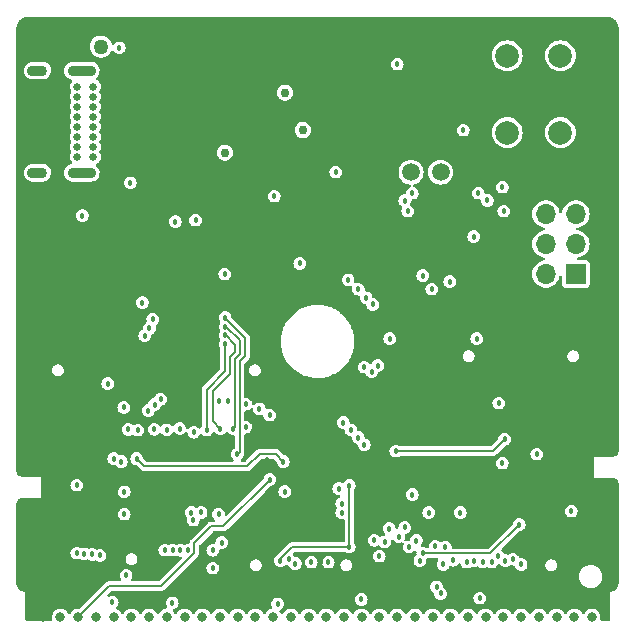
<source format=gbr>
%TF.GenerationSoftware,KiCad,Pcbnew,7.0.7*%
%TF.CreationDate,2023-11-15T05:14:32-06:00*%
%TF.ProjectId,GBA_Cartridge,4742415f-4361-4727-9472-696467652e6b,rev?*%
%TF.SameCoordinates,Original*%
%TF.FileFunction,Copper,L3,Inr*%
%TF.FilePolarity,Positive*%
%FSLAX46Y46*%
G04 Gerber Fmt 4.6, Leading zero omitted, Abs format (unit mm)*
G04 Created by KiCad (PCBNEW 7.0.7) date 2023-11-15 05:14:32*
%MOMM*%
%LPD*%
G01*
G04 APERTURE LIST*
%TA.AperFunction,ComponentPad*%
%ADD10C,0.800000*%
%TD*%
%TA.AperFunction,ComponentPad*%
%ADD11C,0.650000*%
%TD*%
%TA.AperFunction,ComponentPad*%
%ADD12O,2.400000X0.900000*%
%TD*%
%TA.AperFunction,ComponentPad*%
%ADD13O,1.700000X0.900000*%
%TD*%
%TA.AperFunction,ComponentPad*%
%ADD14C,2.000000*%
%TD*%
%TA.AperFunction,ComponentPad*%
%ADD15C,1.500000*%
%TD*%
%TA.AperFunction,ComponentPad*%
%ADD16R,1.700000X1.700000*%
%TD*%
%TA.AperFunction,ComponentPad*%
%ADD17O,1.700000X1.700000*%
%TD*%
%TA.AperFunction,ViaPad*%
%ADD18C,0.457200*%
%TD*%
%TA.AperFunction,ViaPad*%
%ADD19C,0.762000*%
%TD*%
%TA.AperFunction,ViaPad*%
%ADD20C,1.270000*%
%TD*%
%TA.AperFunction,Conductor*%
%ADD21C,0.203200*%
%TD*%
G04 APERTURE END LIST*
D10*
%TO.N,+3V3*%
%TO.C,J1*%
X2240000Y-24330000D03*
%TO.N,unconnected-(J1-Pin_2-Pad2)*%
X3740000Y-24330000D03*
%TO.N,/~{Write}*%
X5240000Y-24330000D03*
%TO.N,/~{Read}*%
X6740000Y-24330000D03*
%TO.N,/~{Chip_Sel}*%
X8240000Y-24330000D03*
%TO.N,/muxA;D{slash}{slash}A_B0*%
X9740000Y-24330000D03*
%TO.N,/muxA;D{slash}{slash}A_B1*%
X11240000Y-24330000D03*
%TO.N,/muxA;D{slash}{slash}A_B2*%
X12740000Y-24330000D03*
%TO.N,/muxA;D{slash}{slash}A_B3*%
X14240000Y-24330000D03*
%TO.N,/muxA;D{slash}{slash}A_B4*%
X15740000Y-24330000D03*
%TO.N,/muxA;D{slash}{slash}A_B5*%
X17240000Y-24330000D03*
%TO.N,/muxA;D{slash}{slash}A_B6*%
X18740000Y-24330000D03*
%TO.N,/muxA;D{slash}{slash}A_B7*%
X20240000Y-24330000D03*
%TO.N,/muxA;D{slash}{slash}A_B8*%
X21740000Y-24330000D03*
%TO.N,/muxA;D{slash}{slash}A_B9*%
X23240000Y-24330000D03*
%TO.N,/muxA;D{slash}{slash}A_B10*%
X24740000Y-24330000D03*
%TO.N,/muxA;D{slash}{slash}A_B11*%
X26240000Y-24330000D03*
%TO.N,/muxA;D{slash}{slash}A_B12*%
X27740000Y-24330000D03*
%TO.N,/muxA;D{slash}{slash}A_B13*%
X29240000Y-24330000D03*
%TO.N,/muxA;D{slash}{slash}A_B14*%
X30740000Y-24330000D03*
%TO.N,/muxA;D{slash}{slash}A_B15*%
X32240000Y-24330000D03*
%TO.N,/A{slash}{slash}D_B0*%
X33740000Y-24330000D03*
%TO.N,/A{slash}{slash}D_B1*%
X35240000Y-24330000D03*
%TO.N,/A{slash}{slash}D_B2*%
X36740000Y-24330000D03*
%TO.N,/A{slash}{slash}D_B3*%
X38240000Y-24330000D03*
%TO.N,/A{slash}{slash}D_B4*%
X39740000Y-24330000D03*
%TO.N,/A{slash}{slash}D_B5*%
X41240000Y-24330000D03*
%TO.N,/A{slash}{slash}D_B6*%
X42740000Y-24330000D03*
%TO.N,/A{slash}{slash}D_B7*%
X44240000Y-24330000D03*
%TO.N,/~{Chip_Sel2}*%
X45740000Y-24330000D03*
%TO.N,Net-(J1-Pin_31)*%
X47240000Y-24330000D03*
%TO.N,GND*%
X48740000Y-24330000D03*
%TD*%
D11*
%TO.N,GND*%
%TO.C,U11*%
X6520853Y20584000D03*
%TO.N,/USB-C/V_USB*%
X6520853Y19734000D03*
%TO.N,Net-(U11-CC1)*%
X6520853Y18884000D03*
%TO.N,/USB-C/D_pre+*%
X6520853Y18034000D03*
%TO.N,/USB-C/D_pre-*%
X6520853Y17184000D03*
%TO.N,unconnected-(U11-SBU1-PadA8)*%
X6520853Y16334000D03*
%TO.N,/USB-C/V_USB*%
X6520853Y15484000D03*
%TO.N,GND*%
X6520853Y14634000D03*
X5170853Y14634000D03*
%TO.N,/USB-C/V_USB*%
X5170853Y15484000D03*
%TO.N,Net-(U11-CC2)*%
X5170853Y16334000D03*
%TO.N,/USB-C/D_pre+*%
X5170853Y17184000D03*
%TO.N,/USB-C/D_pre-*%
X5170853Y18034000D03*
%TO.N,unconnected-(U11-SBU2-PadB8)*%
X5170853Y18884000D03*
%TO.N,/USB-C/V_USB*%
X5170853Y19734000D03*
%TO.N,GND*%
X5170853Y20584000D03*
D12*
%TO.N,Net-(U11-SHIELD)*%
X5540853Y21934000D03*
D13*
X1790853Y21934000D03*
D12*
X5540853Y13284000D03*
D13*
X1790853Y13284000D03*
%TD*%
D14*
%TO.N,/Atmega/~{RESET}*%
%TO.C,SW1*%
X46065000Y16689000D03*
X46065000Y23189000D03*
%TO.N,GND*%
X41565000Y16689000D03*
X41565000Y23189000D03*
%TD*%
D15*
%TO.N,Net-(U9-PB7(XTAL2{slash}TOSC2))*%
%TO.C,Y1*%
X33421000Y13335000D03*
%TO.N,Net-(U9-PB6(XTAL1{slash}TOSC1))*%
X35921000Y13335000D03*
%TD*%
D16*
%TO.N,/Atmega/MISO*%
%TO.C,J2*%
X47376000Y4714000D03*
D17*
%TO.N,+5V*%
X44836000Y4714000D03*
%TO.N,/Atmega/SCK*%
X47376000Y7254000D03*
%TO.N,/Atmega/MOSI*%
X44836000Y7254000D03*
%TO.N,/Atmega/~{RESET}*%
X47376000Y9794000D03*
%TO.N,GND*%
X44836000Y9794000D03*
%TD*%
D18*
%TO.N,/Atmega/TXD*%
X37846000Y16891000D03*
X32258000Y22479000D03*
D19*
%TO.N,/USB-C/V_USB*%
X17653000Y14986000D03*
D18*
%TO.N,+3V3*%
X47371000Y-254000D03*
X1397000Y-17399000D03*
X7747000Y-15875000D03*
X27677741Y-22754700D03*
X36957000Y7874000D03*
X7747000Y-8509000D03*
X20193000Y1143000D03*
X10668000Y1524000D03*
X18923000Y-18796000D03*
X11303000Y-18796000D03*
X15748000Y-18677102D03*
X28956000Y-14859000D03*
X7620000Y-18563700D03*
X21187300Y-11049000D03*
X43942000Y-12192000D03*
X25759297Y-19685000D03*
X33506297Y-19558000D03*
X18923000Y-20193000D03*
X15008725Y-10899275D03*
X14732000Y11557000D03*
X11303000Y-15494000D03*
X3810000Y-19050000D03*
X3810000Y-16002000D03*
X21971000Y-13716000D03*
X34544000Y-1778000D03*
X39844301Y-9017000D03*
X20018266Y-8575597D03*
%TO.N,GND*%
X16637000Y-20193000D03*
X9652000Y12428500D03*
X34163000Y-19558000D03*
X46990000Y-15367000D03*
X5588000Y9652000D03*
D19*
X24257000Y16891000D03*
D18*
X13462000Y9144000D03*
X17653000Y4699000D03*
X8706853Y23856619D03*
X26416000Y-19685000D03*
D20*
X7165853Y23959000D03*
D18*
X27051000Y13335000D03*
X9292700Y-20806300D03*
X19431000Y-8255000D03*
X31623000Y-762000D03*
X9463187Y-8443813D03*
X44069000Y-10541000D03*
X41148000Y12065000D03*
X38735000Y7874000D03*
X17399000Y-18034000D03*
X38989000Y-762000D03*
X27559000Y-14732000D03*
X10668000Y2286000D03*
X39243000Y-22733000D03*
%TO.N,/~{Write}*%
X41344301Y-9271000D03*
X30607000Y-3048000D03*
X15178300Y9271000D03*
X21463000Y-12700000D03*
X32131000Y-10287000D03*
X21844000Y11303000D03*
%TO.N,/~{Read}*%
X10189100Y-10922000D03*
X9135667Y-13737223D03*
X22606000Y-11176000D03*
X8128000Y-23075300D03*
X9144000Y-15621000D03*
X35455200Y-18354600D03*
%TO.N,/~{Chip_Sel}*%
X8890000Y-11176000D03*
X23997159Y5609310D03*
%TO.N,/muxA;D{slash}{slash}A_B0*%
X7747000Y-4572000D03*
X10287000Y-8509000D03*
X36959095Y-19525727D03*
X5112817Y-18913632D03*
%TO.N,/muxA;D{slash}{slash}A_B1*%
X5766294Y-18978632D03*
X11678753Y-8437336D03*
X36131500Y-19875500D03*
%TO.N,/muxA;D{slash}{slash}A_B2*%
X6421000Y-19029800D03*
X35919840Y-22330840D03*
X12751135Y-8494939D03*
%TO.N,/muxA;D{slash}{slash}A_B3*%
X13834500Y-8377714D03*
X7072680Y-19110864D03*
X13193750Y-23128250D03*
X35581700Y-21768272D03*
%TO.N,/muxA;D{slash}{slash}A_B4*%
X12573000Y-18669000D03*
X15024453Y-8686094D03*
X27686000Y-7874000D03*
%TO.N,/muxA;D{slash}{slash}A_B5*%
X17678300Y-1247964D03*
X28321000Y-8487300D03*
X16129000Y-8509000D03*
X13229703Y-18669000D03*
%TO.N,/muxA;D{slash}{slash}A_B6*%
X17678300Y-463090D03*
X17275100Y-8382000D03*
X13886406Y-18669000D03*
X28956000Y-9138777D03*
%TO.N,/muxA;D{slash}{slash}A_B7*%
X14543109Y-18669000D03*
X17677520Y242370D03*
X18371100Y-8382000D03*
X29464000Y-9745003D03*
%TO.N,/muxA;D{slash}{slash}A_B8*%
X33866696Y-17863600D03*
X23075590Y-19447726D03*
X9100000Y-6581700D03*
%TO.N,/muxA;D{slash}{slash}A_B9*%
X22125300Y-23213700D03*
X23622000Y-19812000D03*
X11176000Y-6858000D03*
X33268338Y-18393300D03*
%TO.N,/muxA;D{slash}{slash}A_B10*%
X42735854Y-19875146D03*
X11705700Y-6350000D03*
%TO.N,/muxA;D{slash}{slash}A_B11*%
X24978000Y-19685000D03*
X36322000Y-18415000D03*
X12213225Y-5874159D03*
%TO.N,/muxA;D{slash}{slash}A_B12*%
X29210000Y-22838300D03*
X10871900Y-508000D03*
X37592000Y-15494000D03*
%TO.N,/muxA;D{slash}{slash}A_B13*%
X11275100Y127000D03*
X32385000Y-17526000D03*
X30734000Y-19177000D03*
%TO.N,/muxA;D{slash}{slash}A_B14*%
X30295945Y-17837055D03*
X11557000Y889000D03*
X31572390Y-16840390D03*
%TO.N,/muxA;D{slash}{slash}A_B15*%
X31184945Y-17976945D03*
X17678781Y1016000D03*
X18708000Y-10541000D03*
X32881895Y-16742300D03*
%TO.N,/A{slash}{slash}D_B0*%
X42577283Y-16510000D03*
X34417000Y-18923000D03*
X40844299Y-6223000D03*
%TO.N,/A{slash}{slash}D_B1*%
X39116000Y11557000D03*
X38121700Y-19685000D03*
X33528000Y11557000D03*
X21452538Y-7245149D03*
%TO.N,/A{slash}{slash}D_B2*%
X20574000Y-6709300D03*
X38764760Y-19551837D03*
X39878000Y10939102D03*
X32893000Y10922000D03*
%TO.N,/A{slash}{slash}D_B3*%
X39497000Y-19685000D03*
X19431000Y-6306100D03*
%TO.N,/A{slash}{slash}D_B4*%
X17957105Y-6019105D03*
X40259000Y-19685000D03*
%TO.N,/A{slash}{slash}D_B5*%
X41275000Y10033000D03*
X17145000Y-6019105D03*
X40788700Y-19177000D03*
X33147000Y10033000D03*
%TO.N,/A{slash}{slash}D_B6*%
X41403700Y-19558000D03*
X29442300Y-3175000D03*
%TO.N,/A{slash}{slash}D_B7*%
X42047583Y-19428878D03*
X30099000Y-3556000D03*
%TO.N,Net-(U2-CE2)*%
X41148000Y-11303000D03*
%TO.N,/Counters/A_Latch_B0*%
X8255000Y-10922000D03*
X5121000Y-13167000D03*
%TO.N,Net-(U5-~{LOAD})*%
X27559000Y-15494000D03*
X34925000Y-15494000D03*
X17123300Y-15621000D03*
X14986000Y-16129000D03*
%TO.N,Net-(U5-CLK)*%
X28194000Y-13208000D03*
X22352000Y-19558000D03*
X16637000Y-18677102D03*
X28194000Y-18392300D03*
%TO.N,Net-(U7-ENT)*%
X27305000Y-13462000D03*
%TO.N,Net-(U7-RCO)*%
X22733000Y-13716000D03*
%TO.N,Net-(U8-ENT)*%
X33528000Y-13970000D03*
%TO.N,Net-(U5-RCO)*%
X15645275Y-15480394D03*
%TO.N,Net-(U6-RCO)*%
X14819306Y-15494029D03*
D19*
%TO.N,/USB-C/V_USB*%
X22742000Y20066000D03*
D18*
%TO.N,/Atmega/MISO*%
X35179000Y3429000D03*
X29615660Y2691660D03*
%TO.N,/Atmega/SCK*%
X30175645Y2131675D03*
X36703000Y4064000D03*
%TO.N,/Atmega/MOSI*%
X34417000Y4572000D03*
X28956000Y3429000D03*
%TO.N,/Atmega/CS_IOexp*%
X28091660Y4215660D03*
%TD*%
D21*
%TO.N,/~{Read}*%
X19537680Y-11577320D02*
X10844420Y-11577320D01*
X10844420Y-11577320D02*
X10189100Y-10922000D01*
X20594320Y-10520680D02*
X19537680Y-11577320D01*
X22606000Y-11176000D02*
X21950680Y-10520680D01*
X21950680Y-10520680D02*
X20594320Y-10520680D01*
%TO.N,/~{Write}*%
X7853000Y-21717000D02*
X5240000Y-24330000D01*
X12244926Y-21717000D02*
X7853000Y-21717000D01*
X15073309Y-18888617D02*
X12244926Y-21717000D01*
X15073309Y-18073691D02*
X15073309Y-18888617D01*
X16487800Y-16659200D02*
X15073309Y-18073691D01*
X21463000Y-12700000D02*
X17503800Y-16659200D01*
X17503800Y-16659200D02*
X16487800Y-16659200D01*
X40328301Y-10287000D02*
X32131000Y-10287000D01*
X41344301Y-9271000D02*
X40328301Y-10287000D01*
%TO.N,/muxA;D{slash}{slash}A_B5*%
X17678300Y-3530700D02*
X16129000Y-5080000D01*
X17678300Y-1247964D02*
X17678300Y-3530700D01*
X16129000Y-5080000D02*
X16129000Y-8509000D01*
%TO.N,/muxA;D{slash}{slash}A_B6*%
X16614800Y-7721700D02*
X17275100Y-8382000D01*
X16614800Y-5229200D02*
X16614800Y-7721700D01*
X17678300Y-463090D02*
X17741535Y-463090D01*
X18542000Y-1263555D02*
X18542000Y-1907580D01*
X18542000Y-1907580D02*
X18094400Y-2355180D01*
X18094400Y-2355180D02*
X18094400Y-3749600D01*
X17741535Y-463090D02*
X18542000Y-1263555D01*
X18094400Y-3749600D02*
X16614800Y-5229200D01*
%TO.N,/muxA;D{slash}{slash}A_B7*%
X18945200Y-911200D02*
X18945200Y-2074590D01*
X18945200Y-2074590D02*
X18497600Y-2522190D01*
X17791630Y242370D02*
X18945200Y-911200D01*
X17677520Y242370D02*
X17791630Y242370D01*
X18497600Y-8255500D02*
X18371100Y-8382000D01*
X18497600Y-2522190D02*
X18497600Y-8255500D01*
%TO.N,/muxA;D{slash}{slash}A_B15*%
X19348400Y-679400D02*
X19348400Y-2241600D01*
X17678781Y1016000D02*
X17678781Y990219D01*
X17678781Y990219D02*
X19348400Y-679400D01*
X18900800Y-10348200D02*
X18708000Y-10541000D01*
X19348400Y-2241600D02*
X18900800Y-2689200D01*
X18900800Y-2689200D02*
X18900800Y-10348200D01*
%TO.N,/A{slash}{slash}D_B0*%
X40142083Y-18945200D02*
X42577283Y-16510000D01*
X34439200Y-18945200D02*
X40142083Y-18945200D01*
X34417000Y-18923000D02*
X34439200Y-18945200D01*
%TO.N,Net-(U5-CLK)*%
X28194000Y-13208000D02*
X28194000Y-18392300D01*
X22352000Y-19421499D02*
X22352000Y-19558000D01*
X28171300Y-18415000D02*
X23358499Y-18415000D01*
X28194000Y-18392300D02*
X28171300Y-18415000D01*
X23358499Y-18415000D02*
X22352000Y-19421499D01*
%TD*%
%TA.AperFunction,Conductor*%
%TO.N,+3V3*%
G36*
X50002696Y26499264D02*
G01*
X50004789Y26499080D01*
X50045445Y26495523D01*
X50171760Y26483082D01*
X50191699Y26479454D01*
X50258330Y26461601D01*
X50351563Y26433318D01*
X50367971Y26427040D01*
X50435367Y26395614D01*
X50438393Y26394101D01*
X50522327Y26349236D01*
X50528667Y26345341D01*
X50594828Y26299015D01*
X50598600Y26296154D01*
X50670808Y26236895D01*
X50675320Y26232806D01*
X50732806Y26175320D01*
X50736895Y26170808D01*
X50796154Y26098600D01*
X50799015Y26094828D01*
X50845341Y26028667D01*
X50849236Y26022327D01*
X50894101Y25938393D01*
X50895614Y25935367D01*
X50927040Y25867971D01*
X50933318Y25851563D01*
X50961601Y25758330D01*
X50979454Y25691699D01*
X50983082Y25671760D01*
X50995523Y25545445D01*
X50999264Y25502697D01*
X50999500Y25497289D01*
X50999500Y-10246514D01*
X50999110Y-10253462D01*
X50996530Y-10276351D01*
X50986066Y-10355829D01*
X50980169Y-10380597D01*
X50968223Y-10414735D01*
X50966983Y-10417984D01*
X50944536Y-10472180D01*
X50934967Y-10490702D01*
X50913097Y-10525508D01*
X50909786Y-10530267D01*
X50873005Y-10578200D01*
X50867653Y-10584304D01*
X50834304Y-10617653D01*
X50828200Y-10623005D01*
X50780267Y-10659786D01*
X50775508Y-10663097D01*
X50740702Y-10684967D01*
X50722180Y-10694536D01*
X50667984Y-10716983D01*
X50664735Y-10718223D01*
X50630597Y-10730169D01*
X50605829Y-10736066D01*
X50526351Y-10746530D01*
X50505688Y-10748859D01*
X50503460Y-10749110D01*
X50496514Y-10749500D01*
X48924760Y-10749500D01*
X48924554Y-10749459D01*
X48900000Y-10749459D01*
X48899901Y-10749500D01*
X48899617Y-10749616D01*
X48899615Y-10749618D01*
X48899459Y-10749999D01*
X48899476Y-10774616D01*
X48899471Y-10774616D01*
X48899500Y-10774759D01*
X48899500Y-12525467D01*
X48899416Y-12525889D01*
X48899459Y-12550001D01*
X48899500Y-12550099D01*
X48899616Y-12550382D01*
X48899618Y-12550384D01*
X48899808Y-12550462D01*
X48900000Y-12550541D01*
X48900002Y-12550539D01*
X48924616Y-12550524D01*
X48924616Y-12550528D01*
X48924760Y-12550500D01*
X50496518Y-12550500D01*
X50503455Y-12550889D01*
X50516485Y-12552357D01*
X50526354Y-12553470D01*
X50568982Y-12559081D01*
X50605831Y-12563932D01*
X50630599Y-12569830D01*
X50664736Y-12581775D01*
X50667976Y-12583011D01*
X50722195Y-12605469D01*
X50740695Y-12615027D01*
X50775520Y-12636909D01*
X50780267Y-12640212D01*
X50828200Y-12676993D01*
X50834295Y-12682337D01*
X50867660Y-12715702D01*
X50873005Y-12721798D01*
X50909786Y-12769731D01*
X50913097Y-12774490D01*
X50934967Y-12809296D01*
X50944536Y-12827818D01*
X50966983Y-12882014D01*
X50968223Y-12885263D01*
X50980169Y-12919401D01*
X50986066Y-12944169D01*
X50996530Y-13023647D01*
X50999110Y-13046538D01*
X50999500Y-13053486D01*
X50999500Y-21446950D01*
X50999201Y-21453032D01*
X50996028Y-21485251D01*
X50983863Y-21593207D01*
X50979305Y-21615315D01*
X50963406Y-21667732D01*
X50936297Y-21745201D01*
X50928614Y-21762699D01*
X50900588Y-21815132D01*
X50898405Y-21818892D01*
X50855515Y-21887151D01*
X50850941Y-21893503D01*
X50809196Y-21944371D01*
X50805107Y-21948883D01*
X50748883Y-22005107D01*
X50744371Y-22009196D01*
X50693503Y-22050941D01*
X50687151Y-22055515D01*
X50618892Y-22098405D01*
X50615132Y-22100588D01*
X50562699Y-22128614D01*
X50545201Y-22136297D01*
X50467732Y-22163406D01*
X50415317Y-22179304D01*
X50393208Y-22183863D01*
X50285257Y-22196027D01*
X50253427Y-22199161D01*
X50249651Y-22199348D01*
X50249500Y-22199499D01*
X50249500Y-24514000D01*
X50229815Y-24581039D01*
X50177011Y-24626794D01*
X50125500Y-24638000D01*
X49553049Y-24638000D01*
X49486010Y-24618315D01*
X49440255Y-24565511D01*
X49429953Y-24499054D01*
X49450480Y-24330000D01*
X49429835Y-24159971D01*
X49369099Y-23999823D01*
X49271802Y-23858865D01*
X49143599Y-23745286D01*
X48991940Y-23665690D01*
X48991939Y-23665689D01*
X48991938Y-23665689D01*
X48825640Y-23624700D01*
X48825639Y-23624700D01*
X48654361Y-23624700D01*
X48654360Y-23624700D01*
X48488061Y-23665689D01*
X48336402Y-23745285D01*
X48208198Y-23858864D01*
X48208196Y-23858867D01*
X48110902Y-23999820D01*
X48110900Y-23999823D01*
X48110901Y-23999823D01*
X48105944Y-24012895D01*
X48105942Y-24012900D01*
X48063763Y-24068603D01*
X47998165Y-24092659D01*
X47929975Y-24077432D01*
X47880842Y-24027755D01*
X47874058Y-24012900D01*
X47869099Y-23999823D01*
X47771802Y-23858865D01*
X47643599Y-23745286D01*
X47491940Y-23665690D01*
X47491939Y-23665689D01*
X47491938Y-23665689D01*
X47325640Y-23624700D01*
X47325639Y-23624700D01*
X47154361Y-23624700D01*
X47154360Y-23624700D01*
X46988061Y-23665689D01*
X46836402Y-23745285D01*
X46708198Y-23858864D01*
X46708196Y-23858867D01*
X46610902Y-23999820D01*
X46610900Y-23999823D01*
X46610901Y-23999823D01*
X46605944Y-24012895D01*
X46605942Y-24012900D01*
X46563763Y-24068603D01*
X46498165Y-24092659D01*
X46429975Y-24077432D01*
X46380842Y-24027755D01*
X46374058Y-24012900D01*
X46369099Y-23999823D01*
X46271802Y-23858865D01*
X46143599Y-23745286D01*
X45991940Y-23665690D01*
X45991939Y-23665689D01*
X45991938Y-23665689D01*
X45825640Y-23624700D01*
X45825639Y-23624700D01*
X45654361Y-23624700D01*
X45654360Y-23624700D01*
X45488061Y-23665689D01*
X45336402Y-23745285D01*
X45208198Y-23858864D01*
X45208196Y-23858867D01*
X45110902Y-23999820D01*
X45110900Y-23999823D01*
X45110901Y-23999823D01*
X45105944Y-24012895D01*
X45105942Y-24012900D01*
X45063763Y-24068603D01*
X44998165Y-24092659D01*
X44929975Y-24077432D01*
X44880842Y-24027755D01*
X44874058Y-24012900D01*
X44869099Y-23999823D01*
X44771802Y-23858865D01*
X44643599Y-23745286D01*
X44491940Y-23665690D01*
X44491939Y-23665689D01*
X44491938Y-23665689D01*
X44325640Y-23624700D01*
X44325639Y-23624700D01*
X44154361Y-23624700D01*
X44154360Y-23624700D01*
X43988061Y-23665689D01*
X43836402Y-23745285D01*
X43708198Y-23858864D01*
X43708196Y-23858867D01*
X43610902Y-23999820D01*
X43610900Y-23999823D01*
X43610901Y-23999823D01*
X43605944Y-24012895D01*
X43605942Y-24012900D01*
X43563763Y-24068603D01*
X43498165Y-24092659D01*
X43429975Y-24077432D01*
X43380842Y-24027755D01*
X43374058Y-24012900D01*
X43369099Y-23999823D01*
X43271802Y-23858865D01*
X43143599Y-23745286D01*
X42991940Y-23665690D01*
X42991939Y-23665689D01*
X42991938Y-23665689D01*
X42825640Y-23624700D01*
X42825639Y-23624700D01*
X42654361Y-23624700D01*
X42654360Y-23624700D01*
X42488061Y-23665689D01*
X42336402Y-23745285D01*
X42208198Y-23858864D01*
X42208196Y-23858867D01*
X42110902Y-23999820D01*
X42110900Y-23999823D01*
X42110901Y-23999823D01*
X42105944Y-24012895D01*
X42105942Y-24012900D01*
X42063763Y-24068603D01*
X41998165Y-24092659D01*
X41929975Y-24077432D01*
X41880842Y-24027755D01*
X41874058Y-24012900D01*
X41869099Y-23999823D01*
X41771802Y-23858865D01*
X41643599Y-23745286D01*
X41491940Y-23665690D01*
X41491939Y-23665689D01*
X41491938Y-23665689D01*
X41325640Y-23624700D01*
X41325639Y-23624700D01*
X41154361Y-23624700D01*
X41154360Y-23624700D01*
X40988061Y-23665689D01*
X40836402Y-23745285D01*
X40708198Y-23858864D01*
X40708196Y-23858867D01*
X40610902Y-23999820D01*
X40610900Y-23999823D01*
X40610901Y-23999823D01*
X40605944Y-24012895D01*
X40605942Y-24012900D01*
X40563763Y-24068603D01*
X40498165Y-24092659D01*
X40429975Y-24077432D01*
X40380842Y-24027755D01*
X40374058Y-24012900D01*
X40369099Y-23999823D01*
X40271802Y-23858865D01*
X40143599Y-23745286D01*
X39991940Y-23665690D01*
X39991939Y-23665689D01*
X39991938Y-23665689D01*
X39825640Y-23624700D01*
X39825639Y-23624700D01*
X39654361Y-23624700D01*
X39654360Y-23624700D01*
X39488061Y-23665689D01*
X39336402Y-23745285D01*
X39208198Y-23858864D01*
X39208196Y-23858867D01*
X39110902Y-23999820D01*
X39110900Y-23999823D01*
X39110901Y-23999823D01*
X39105944Y-24012895D01*
X39105942Y-24012900D01*
X39063763Y-24068603D01*
X38998165Y-24092659D01*
X38929975Y-24077432D01*
X38880842Y-24027755D01*
X38874058Y-24012900D01*
X38869099Y-23999823D01*
X38771802Y-23858865D01*
X38643599Y-23745286D01*
X38491940Y-23665690D01*
X38491939Y-23665689D01*
X38491938Y-23665689D01*
X38325640Y-23624700D01*
X38325639Y-23624700D01*
X38154361Y-23624700D01*
X38154360Y-23624700D01*
X37988061Y-23665689D01*
X37836402Y-23745285D01*
X37708198Y-23858864D01*
X37708196Y-23858867D01*
X37610902Y-23999820D01*
X37610900Y-23999823D01*
X37610901Y-23999823D01*
X37605944Y-24012895D01*
X37605942Y-24012900D01*
X37563763Y-24068603D01*
X37498165Y-24092659D01*
X37429975Y-24077432D01*
X37380842Y-24027755D01*
X37374058Y-24012900D01*
X37369099Y-23999823D01*
X37271802Y-23858865D01*
X37143599Y-23745286D01*
X36991940Y-23665690D01*
X36991939Y-23665689D01*
X36991938Y-23665689D01*
X36825640Y-23624700D01*
X36825639Y-23624700D01*
X36654361Y-23624700D01*
X36654360Y-23624700D01*
X36488061Y-23665689D01*
X36336402Y-23745285D01*
X36208198Y-23858864D01*
X36208196Y-23858867D01*
X36110902Y-23999820D01*
X36110900Y-23999823D01*
X36110901Y-23999823D01*
X36105944Y-24012895D01*
X36105942Y-24012900D01*
X36063763Y-24068603D01*
X35998165Y-24092659D01*
X35929975Y-24077432D01*
X35880842Y-24027755D01*
X35874058Y-24012900D01*
X35869099Y-23999823D01*
X35771802Y-23858865D01*
X35643599Y-23745286D01*
X35491940Y-23665690D01*
X35491939Y-23665689D01*
X35491938Y-23665689D01*
X35325640Y-23624700D01*
X35325639Y-23624700D01*
X35154361Y-23624700D01*
X35154360Y-23624700D01*
X34988061Y-23665689D01*
X34836402Y-23745285D01*
X34708198Y-23858864D01*
X34708196Y-23858867D01*
X34610902Y-23999820D01*
X34610900Y-23999823D01*
X34610901Y-23999823D01*
X34605944Y-24012895D01*
X34605942Y-24012900D01*
X34563763Y-24068603D01*
X34498165Y-24092659D01*
X34429975Y-24077432D01*
X34380842Y-24027755D01*
X34374058Y-24012900D01*
X34369099Y-23999823D01*
X34271802Y-23858865D01*
X34143599Y-23745286D01*
X33991940Y-23665690D01*
X33991939Y-23665689D01*
X33991938Y-23665689D01*
X33825640Y-23624700D01*
X33825639Y-23624700D01*
X33654361Y-23624700D01*
X33654360Y-23624700D01*
X33488061Y-23665689D01*
X33336402Y-23745285D01*
X33208198Y-23858864D01*
X33208196Y-23858867D01*
X33110902Y-23999820D01*
X33110900Y-23999823D01*
X33110901Y-23999823D01*
X33105944Y-24012895D01*
X33105942Y-24012900D01*
X33063763Y-24068603D01*
X32998165Y-24092659D01*
X32929975Y-24077432D01*
X32880842Y-24027755D01*
X32874058Y-24012900D01*
X32869099Y-23999823D01*
X32771802Y-23858865D01*
X32643599Y-23745286D01*
X32491940Y-23665690D01*
X32491939Y-23665689D01*
X32491938Y-23665689D01*
X32325640Y-23624700D01*
X32325639Y-23624700D01*
X32154361Y-23624700D01*
X32154360Y-23624700D01*
X31988061Y-23665689D01*
X31836402Y-23745285D01*
X31708198Y-23858864D01*
X31708196Y-23858867D01*
X31610902Y-23999820D01*
X31610900Y-23999823D01*
X31610901Y-23999823D01*
X31605944Y-24012895D01*
X31605942Y-24012900D01*
X31563763Y-24068603D01*
X31498165Y-24092659D01*
X31429975Y-24077432D01*
X31380842Y-24027755D01*
X31374058Y-24012900D01*
X31369099Y-23999823D01*
X31271802Y-23858865D01*
X31143599Y-23745286D01*
X30991940Y-23665690D01*
X30991939Y-23665689D01*
X30991938Y-23665689D01*
X30825640Y-23624700D01*
X30825639Y-23624700D01*
X30654361Y-23624700D01*
X30654360Y-23624700D01*
X30488061Y-23665689D01*
X30336402Y-23745285D01*
X30208198Y-23858864D01*
X30208196Y-23858867D01*
X30110902Y-23999820D01*
X30110900Y-23999823D01*
X30110901Y-23999823D01*
X30105944Y-24012895D01*
X30105942Y-24012900D01*
X30063763Y-24068603D01*
X29998165Y-24092659D01*
X29929975Y-24077432D01*
X29880842Y-24027755D01*
X29874058Y-24012900D01*
X29869099Y-23999823D01*
X29771802Y-23858865D01*
X29643599Y-23745286D01*
X29491940Y-23665690D01*
X29491939Y-23665689D01*
X29491938Y-23665689D01*
X29325640Y-23624700D01*
X29325639Y-23624700D01*
X29218940Y-23624700D01*
X29215205Y-23623603D01*
X29201060Y-23624700D01*
X29154360Y-23624700D01*
X28988061Y-23665689D01*
X28836402Y-23745285D01*
X28708198Y-23858864D01*
X28708196Y-23858867D01*
X28610902Y-23999820D01*
X28610900Y-23999823D01*
X28610901Y-23999823D01*
X28605944Y-24012895D01*
X28605942Y-24012900D01*
X28563763Y-24068603D01*
X28498165Y-24092659D01*
X28429975Y-24077432D01*
X28380842Y-24027755D01*
X28374058Y-24012900D01*
X28369099Y-23999823D01*
X28271802Y-23858865D01*
X28143599Y-23745286D01*
X27991940Y-23665690D01*
X27991939Y-23665689D01*
X27991938Y-23665689D01*
X27825640Y-23624700D01*
X27825639Y-23624700D01*
X27654361Y-23624700D01*
X27654360Y-23624700D01*
X27488061Y-23665689D01*
X27336402Y-23745285D01*
X27208198Y-23858864D01*
X27208196Y-23858867D01*
X27110902Y-23999820D01*
X27110900Y-23999823D01*
X27110901Y-23999823D01*
X27105944Y-24012895D01*
X27105942Y-24012900D01*
X27063763Y-24068603D01*
X26998165Y-24092659D01*
X26929975Y-24077432D01*
X26880842Y-24027755D01*
X26874058Y-24012900D01*
X26869099Y-23999823D01*
X26771802Y-23858865D01*
X26643599Y-23745286D01*
X26491940Y-23665690D01*
X26491939Y-23665689D01*
X26491938Y-23665689D01*
X26325640Y-23624700D01*
X26325639Y-23624700D01*
X26154361Y-23624700D01*
X26154360Y-23624700D01*
X25988061Y-23665689D01*
X25836402Y-23745285D01*
X25708198Y-23858864D01*
X25708196Y-23858867D01*
X25610902Y-23999820D01*
X25610900Y-23999823D01*
X25610901Y-23999823D01*
X25605944Y-24012895D01*
X25605942Y-24012900D01*
X25563763Y-24068603D01*
X25498165Y-24092659D01*
X25429975Y-24077432D01*
X25380842Y-24027755D01*
X25374058Y-24012900D01*
X25369099Y-23999823D01*
X25271802Y-23858865D01*
X25143599Y-23745286D01*
X24991940Y-23665690D01*
X24991939Y-23665689D01*
X24991938Y-23665689D01*
X24825640Y-23624700D01*
X24825639Y-23624700D01*
X24654361Y-23624700D01*
X24654360Y-23624700D01*
X24488061Y-23665689D01*
X24336402Y-23745285D01*
X24208198Y-23858864D01*
X24208196Y-23858867D01*
X24110902Y-23999820D01*
X24110900Y-23999823D01*
X24110901Y-23999823D01*
X24105944Y-24012895D01*
X24105942Y-24012900D01*
X24063763Y-24068603D01*
X23998165Y-24092659D01*
X23929975Y-24077432D01*
X23880842Y-24027755D01*
X23874058Y-24012900D01*
X23869099Y-23999823D01*
X23771802Y-23858865D01*
X23643599Y-23745286D01*
X23491940Y-23665690D01*
X23491939Y-23665689D01*
X23491938Y-23665689D01*
X23325640Y-23624700D01*
X23325639Y-23624700D01*
X23154361Y-23624700D01*
X23154360Y-23624700D01*
X22988061Y-23665689D01*
X22836402Y-23745285D01*
X22708198Y-23858864D01*
X22708196Y-23858867D01*
X22610902Y-23999820D01*
X22610900Y-23999823D01*
X22610901Y-23999823D01*
X22605944Y-24012895D01*
X22605942Y-24012900D01*
X22563763Y-24068603D01*
X22498165Y-24092659D01*
X22429975Y-24077432D01*
X22380842Y-24027755D01*
X22374058Y-24012900D01*
X22369099Y-23999823D01*
X22290282Y-23885637D01*
X22268399Y-23819283D01*
X22285864Y-23751631D01*
X22337132Y-23704161D01*
X22344853Y-23700647D01*
X22394554Y-23680061D01*
X22506082Y-23594482D01*
X22591661Y-23482954D01*
X22645458Y-23353076D01*
X22658613Y-23253156D01*
X22663807Y-23213701D01*
X22663807Y-23213698D01*
X22649833Y-23107554D01*
X22645458Y-23074324D01*
X22591661Y-22944447D01*
X22510213Y-22838301D01*
X28671493Y-22838301D01*
X28689841Y-22977674D01*
X28689843Y-22977679D01*
X28743637Y-23107552D01*
X28743639Y-23107555D01*
X28829217Y-23219081D01*
X28829218Y-23219082D01*
X28940744Y-23304660D01*
X28940747Y-23304662D01*
X29022644Y-23338584D01*
X29070624Y-23358458D01*
X29210000Y-23376807D01*
X29349376Y-23358458D01*
X29479254Y-23304661D01*
X29590782Y-23219082D01*
X29676361Y-23107554D01*
X29730158Y-22977676D01*
X29748507Y-22838300D01*
X29747798Y-22832918D01*
X29731830Y-22711622D01*
X29730158Y-22698924D01*
X29692884Y-22608937D01*
X29676363Y-22569051D01*
X29676362Y-22569050D01*
X29676361Y-22569047D01*
X29590782Y-22457518D01*
X29590780Y-22457517D01*
X29590780Y-22457516D01*
X29479254Y-22371939D01*
X29479252Y-22371937D01*
X29349379Y-22318143D01*
X29349374Y-22318141D01*
X29210001Y-22299793D01*
X29209999Y-22299793D01*
X29070625Y-22318141D01*
X29070620Y-22318143D01*
X28940751Y-22371936D01*
X28940750Y-22371937D01*
X28940747Y-22371938D01*
X28940747Y-22371939D01*
X28829218Y-22457518D01*
X28754310Y-22555141D01*
X28743637Y-22569050D01*
X28743636Y-22569051D01*
X28689843Y-22698920D01*
X28689841Y-22698925D01*
X28671493Y-22838298D01*
X28671493Y-22838301D01*
X22510213Y-22838301D01*
X22506082Y-22832918D01*
X22506080Y-22832917D01*
X22506080Y-22832916D01*
X22394554Y-22747339D01*
X22394552Y-22747337D01*
X22264679Y-22693543D01*
X22264674Y-22693541D01*
X22125301Y-22675193D01*
X22125299Y-22675193D01*
X21985925Y-22693541D01*
X21985920Y-22693543D01*
X21856051Y-22747336D01*
X21856050Y-22747337D01*
X21856047Y-22747338D01*
X21856047Y-22747339D01*
X21744518Y-22832918D01*
X21714243Y-22872374D01*
X21658937Y-22944450D01*
X21658936Y-22944451D01*
X21605143Y-23074320D01*
X21605141Y-23074325D01*
X21586793Y-23213698D01*
X21586793Y-23213701D01*
X21605141Y-23353074D01*
X21605143Y-23353079D01*
X21656567Y-23477229D01*
X21664036Y-23546698D01*
X21632760Y-23609177D01*
X21572671Y-23644829D01*
X21571683Y-23645077D01*
X21488064Y-23665688D01*
X21488063Y-23665688D01*
X21336402Y-23745285D01*
X21208198Y-23858864D01*
X21208196Y-23858867D01*
X21110902Y-23999820D01*
X21110900Y-23999823D01*
X21110901Y-23999823D01*
X21105944Y-24012895D01*
X21105942Y-24012900D01*
X21063763Y-24068603D01*
X20998165Y-24092659D01*
X20929975Y-24077432D01*
X20880842Y-24027755D01*
X20874058Y-24012900D01*
X20869099Y-23999823D01*
X20771802Y-23858865D01*
X20643599Y-23745286D01*
X20491940Y-23665690D01*
X20491939Y-23665689D01*
X20491938Y-23665689D01*
X20325640Y-23624700D01*
X20325639Y-23624700D01*
X20154361Y-23624700D01*
X20154360Y-23624700D01*
X19988061Y-23665689D01*
X19836402Y-23745285D01*
X19708198Y-23858864D01*
X19708196Y-23858867D01*
X19610902Y-23999820D01*
X19610900Y-23999823D01*
X19610901Y-23999823D01*
X19605944Y-24012895D01*
X19605942Y-24012900D01*
X19563763Y-24068603D01*
X19498165Y-24092659D01*
X19429975Y-24077432D01*
X19380842Y-24027755D01*
X19374058Y-24012900D01*
X19369099Y-23999823D01*
X19271802Y-23858865D01*
X19143599Y-23745286D01*
X18991940Y-23665690D01*
X18991939Y-23665689D01*
X18991938Y-23665689D01*
X18825640Y-23624700D01*
X18825639Y-23624700D01*
X18654361Y-23624700D01*
X18654360Y-23624700D01*
X18488061Y-23665689D01*
X18336402Y-23745285D01*
X18208198Y-23858864D01*
X18208196Y-23858867D01*
X18110902Y-23999820D01*
X18110900Y-23999823D01*
X18110901Y-23999823D01*
X18105944Y-24012895D01*
X18105942Y-24012900D01*
X18063763Y-24068603D01*
X17998165Y-24092659D01*
X17929975Y-24077432D01*
X17880842Y-24027755D01*
X17874058Y-24012900D01*
X17869099Y-23999823D01*
X17771802Y-23858865D01*
X17643599Y-23745286D01*
X17491940Y-23665690D01*
X17491939Y-23665689D01*
X17491938Y-23665689D01*
X17325640Y-23624700D01*
X17325639Y-23624700D01*
X17154361Y-23624700D01*
X17154360Y-23624700D01*
X16988061Y-23665689D01*
X16836402Y-23745285D01*
X16708198Y-23858864D01*
X16708196Y-23858867D01*
X16610902Y-23999820D01*
X16610900Y-23999823D01*
X16610901Y-23999823D01*
X16605944Y-24012895D01*
X16605942Y-24012900D01*
X16563763Y-24068603D01*
X16498165Y-24092659D01*
X16429975Y-24077432D01*
X16380842Y-24027755D01*
X16374058Y-24012900D01*
X16369099Y-23999823D01*
X16271802Y-23858865D01*
X16143599Y-23745286D01*
X15991940Y-23665690D01*
X15991939Y-23665689D01*
X15991938Y-23665689D01*
X15825640Y-23624700D01*
X15825639Y-23624700D01*
X15654361Y-23624700D01*
X15654360Y-23624700D01*
X15488061Y-23665689D01*
X15336402Y-23745285D01*
X15208198Y-23858864D01*
X15208196Y-23858867D01*
X15110902Y-23999820D01*
X15110900Y-23999823D01*
X15110901Y-23999823D01*
X15105944Y-24012895D01*
X15105942Y-24012900D01*
X15063763Y-24068603D01*
X14998165Y-24092659D01*
X14929975Y-24077432D01*
X14880842Y-24027755D01*
X14874058Y-24012900D01*
X14869099Y-23999823D01*
X14771802Y-23858865D01*
X14643599Y-23745286D01*
X14491940Y-23665690D01*
X14491939Y-23665689D01*
X14491938Y-23665689D01*
X14325640Y-23624700D01*
X14325639Y-23624700D01*
X14154361Y-23624700D01*
X14154360Y-23624700D01*
X13988061Y-23665689D01*
X13836402Y-23745285D01*
X13708198Y-23858864D01*
X13708196Y-23858867D01*
X13610902Y-23999820D01*
X13610900Y-23999823D01*
X13610901Y-23999823D01*
X13605944Y-24012895D01*
X13605942Y-24012900D01*
X13563763Y-24068603D01*
X13498165Y-24092659D01*
X13429975Y-24077432D01*
X13380842Y-24027755D01*
X13374058Y-24012900D01*
X13369099Y-23999823D01*
X13271802Y-23858865D01*
X13271798Y-23858861D01*
X13266828Y-23853251D01*
X13269029Y-23851300D01*
X13239118Y-23803601D01*
X13239894Y-23733736D01*
X13278319Y-23675380D01*
X13326386Y-23650213D01*
X13333115Y-23648409D01*
X13333126Y-23648408D01*
X13430534Y-23608060D01*
X13463002Y-23594612D01*
X13463005Y-23594610D01*
X13518260Y-23552211D01*
X13574532Y-23509032D01*
X13660111Y-23397504D01*
X13713908Y-23267626D01*
X13732257Y-23128250D01*
X13729532Y-23107555D01*
X13713908Y-22988875D01*
X13713906Y-22988870D01*
X13709269Y-22977676D01*
X13660111Y-22858997D01*
X13574532Y-22747468D01*
X13574530Y-22747467D01*
X13574530Y-22747466D01*
X13463004Y-22661889D01*
X13463002Y-22661887D01*
X13333129Y-22608093D01*
X13333124Y-22608091D01*
X13193751Y-22589743D01*
X13193749Y-22589743D01*
X13054375Y-22608091D01*
X13054370Y-22608093D01*
X12924501Y-22661886D01*
X12924500Y-22661887D01*
X12924497Y-22661888D01*
X12924497Y-22661889D01*
X12812968Y-22747468D01*
X12733529Y-22850996D01*
X12727387Y-22859000D01*
X12727386Y-22859001D01*
X12673593Y-22988870D01*
X12673591Y-22988875D01*
X12655243Y-23128248D01*
X12655243Y-23128251D01*
X12673591Y-23267624D01*
X12673593Y-23267629D01*
X12727387Y-23397502D01*
X12727389Y-23397505D01*
X12748651Y-23425213D01*
X12773846Y-23490382D01*
X12759808Y-23558827D01*
X12710995Y-23608817D01*
X12661556Y-23621749D01*
X12661805Y-23623796D01*
X12654361Y-23624699D01*
X12488061Y-23665689D01*
X12336402Y-23745285D01*
X12208198Y-23858864D01*
X12208196Y-23858867D01*
X12110902Y-23999820D01*
X12110900Y-23999823D01*
X12110901Y-23999823D01*
X12105944Y-24012895D01*
X12105942Y-24012900D01*
X12063763Y-24068603D01*
X11998165Y-24092659D01*
X11929975Y-24077432D01*
X11880842Y-24027755D01*
X11874058Y-24012900D01*
X11869099Y-23999823D01*
X11771802Y-23858865D01*
X11643599Y-23745286D01*
X11491940Y-23665690D01*
X11491939Y-23665689D01*
X11491938Y-23665689D01*
X11325640Y-23624700D01*
X11325639Y-23624700D01*
X11154361Y-23624700D01*
X11154360Y-23624700D01*
X10988061Y-23665689D01*
X10836402Y-23745285D01*
X10708198Y-23858864D01*
X10708196Y-23858867D01*
X10610902Y-23999820D01*
X10610900Y-23999823D01*
X10610901Y-23999823D01*
X10605944Y-24012895D01*
X10605942Y-24012900D01*
X10563763Y-24068603D01*
X10498165Y-24092659D01*
X10429975Y-24077432D01*
X10380842Y-24027755D01*
X10374058Y-24012900D01*
X10369099Y-23999823D01*
X10271802Y-23858865D01*
X10143599Y-23745286D01*
X9991940Y-23665690D01*
X9991939Y-23665689D01*
X9991938Y-23665689D01*
X9825640Y-23624700D01*
X9825639Y-23624700D01*
X9654361Y-23624700D01*
X9654360Y-23624700D01*
X9488061Y-23665689D01*
X9336402Y-23745285D01*
X9208198Y-23858864D01*
X9208196Y-23858867D01*
X9110902Y-23999820D01*
X9110900Y-23999823D01*
X9110901Y-23999823D01*
X9105944Y-24012895D01*
X9105942Y-24012900D01*
X9063763Y-24068603D01*
X8998165Y-24092659D01*
X8929975Y-24077432D01*
X8880842Y-24027755D01*
X8874058Y-24012900D01*
X8869099Y-23999823D01*
X8771802Y-23858865D01*
X8643599Y-23745286D01*
X8511436Y-23675922D01*
X8461223Y-23627337D01*
X8445248Y-23559318D01*
X8468583Y-23493460D01*
X8493572Y-23467752D01*
X8508782Y-23456082D01*
X8594361Y-23344554D01*
X8648158Y-23214676D01*
X8666507Y-23075300D01*
X8648158Y-22935924D01*
X8607720Y-22838298D01*
X8594363Y-22806051D01*
X8594362Y-22806050D01*
X8594361Y-22806047D01*
X8508782Y-22694518D01*
X8508780Y-22694517D01*
X8508780Y-22694516D01*
X8397254Y-22608939D01*
X8397252Y-22608937D01*
X8267379Y-22555143D01*
X8267374Y-22555141D01*
X8128001Y-22536793D01*
X8127999Y-22536793D01*
X7988625Y-22555141D01*
X7988620Y-22555143D01*
X7884579Y-22598238D01*
X7815110Y-22605707D01*
X7752631Y-22574431D01*
X7716979Y-22514342D01*
X7719473Y-22444517D01*
X7749444Y-22395998D01*
X7985223Y-22160219D01*
X8046547Y-22126734D01*
X8072905Y-22123900D01*
X12309371Y-22123900D01*
X12309372Y-22123900D01*
X12330929Y-22116895D01*
X12349840Y-22112355D01*
X12372232Y-22108809D01*
X12392429Y-22098516D01*
X12410394Y-22091075D01*
X12431958Y-22084070D01*
X12450299Y-22070743D01*
X12466883Y-22060580D01*
X12487077Y-22050292D01*
X12578218Y-21959151D01*
X12578218Y-21959150D01*
X12769095Y-21768273D01*
X35043193Y-21768273D01*
X35061541Y-21907646D01*
X35061543Y-21907651D01*
X35115337Y-22037524D01*
X35115339Y-22037527D01*
X35200917Y-22149053D01*
X35200918Y-22149054D01*
X35312444Y-22234632D01*
X35319485Y-22238697D01*
X35317813Y-22241592D01*
X35360113Y-22275623D01*
X35381254Y-22330242D01*
X35399681Y-22470214D01*
X35399683Y-22470219D01*
X35453477Y-22600092D01*
X35453479Y-22600095D01*
X35539057Y-22711621D01*
X35539058Y-22711622D01*
X35650584Y-22797200D01*
X35650587Y-22797202D01*
X35732484Y-22831124D01*
X35780464Y-22850998D01*
X35850151Y-22860172D01*
X35919839Y-22869347D01*
X35919840Y-22869347D01*
X35919841Y-22869347D01*
X35966298Y-22863230D01*
X36059216Y-22850998D01*
X36189094Y-22797201D01*
X36272761Y-22733001D01*
X38704493Y-22733001D01*
X38722841Y-22872374D01*
X38722843Y-22872379D01*
X38776637Y-23002252D01*
X38776639Y-23002255D01*
X38862217Y-23113781D01*
X38862218Y-23113782D01*
X38973744Y-23199360D01*
X38973747Y-23199362D01*
X39055644Y-23233284D01*
X39103624Y-23253158D01*
X39173312Y-23262332D01*
X39242999Y-23271507D01*
X39243000Y-23271507D01*
X39243001Y-23271507D01*
X39289458Y-23265390D01*
X39382376Y-23253158D01*
X39512254Y-23199361D01*
X39623782Y-23113782D01*
X39709361Y-23002254D01*
X39763158Y-22872376D01*
X39781507Y-22733000D01*
X39778692Y-22711621D01*
X39764010Y-22600094D01*
X39763158Y-22593624D01*
X39709361Y-22463747D01*
X39623782Y-22352218D01*
X39623780Y-22352217D01*
X39623780Y-22352216D01*
X39512254Y-22266639D01*
X39512252Y-22266637D01*
X39382379Y-22212843D01*
X39382374Y-22212841D01*
X39243001Y-22194493D01*
X39242999Y-22194493D01*
X39103625Y-22212841D01*
X39103620Y-22212843D01*
X38973751Y-22266636D01*
X38973750Y-22266637D01*
X38973747Y-22266638D01*
X38973747Y-22266639D01*
X38890077Y-22330841D01*
X38862218Y-22352218D01*
X38776637Y-22463750D01*
X38776636Y-22463751D01*
X38722843Y-22593620D01*
X38722841Y-22593625D01*
X38704493Y-22732998D01*
X38704493Y-22733001D01*
X36272761Y-22733001D01*
X36300622Y-22711622D01*
X36386201Y-22600094D01*
X36439998Y-22470216D01*
X36458347Y-22330840D01*
X36458268Y-22330242D01*
X36445681Y-22234632D01*
X36439998Y-22191464D01*
X36407862Y-22113881D01*
X36386203Y-22061591D01*
X36386202Y-22061590D01*
X36386201Y-22061587D01*
X36300622Y-21950058D01*
X36300620Y-21950057D01*
X36300620Y-21950056D01*
X36189094Y-21864479D01*
X36182052Y-21860413D01*
X36183712Y-21857536D01*
X36141341Y-21823364D01*
X36120285Y-21768868D01*
X36120206Y-21768270D01*
X36101858Y-21628896D01*
X36048061Y-21499019D01*
X35962482Y-21387490D01*
X35962480Y-21387489D01*
X35962480Y-21387488D01*
X35850954Y-21301911D01*
X35850952Y-21301909D01*
X35721079Y-21248115D01*
X35721074Y-21248113D01*
X35581701Y-21229765D01*
X35581699Y-21229765D01*
X35442325Y-21248113D01*
X35442320Y-21248115D01*
X35312451Y-21301908D01*
X35312450Y-21301909D01*
X35312447Y-21301910D01*
X35312447Y-21301911D01*
X35200918Y-21387490D01*
X35149438Y-21454581D01*
X35115337Y-21499022D01*
X35115336Y-21499023D01*
X35061543Y-21628892D01*
X35061541Y-21628897D01*
X35043193Y-21768270D01*
X35043193Y-21768273D01*
X12769095Y-21768273D01*
X13627370Y-20909999D01*
X47646780Y-20909999D01*
X47665614Y-21101229D01*
X47721396Y-21285118D01*
X47811973Y-21454575D01*
X47811977Y-21454582D01*
X47933879Y-21603120D01*
X48082417Y-21725022D01*
X48082424Y-21725026D01*
X48242000Y-21810321D01*
X48251886Y-21815605D01*
X48281896Y-21824708D01*
X48285423Y-21825895D01*
X48287498Y-21826663D01*
X48287504Y-21826666D01*
X48293279Y-21828161D01*
X48435769Y-21871385D01*
X48465630Y-21874326D01*
X48472704Y-21875584D01*
X48472750Y-21875288D01*
X48478970Y-21876240D01*
X48478977Y-21876242D01*
X48484450Y-21876519D01*
X48484452Y-21876520D01*
X48490099Y-21876807D01*
X48493039Y-21877026D01*
X48524820Y-21880155D01*
X48627000Y-21890220D01*
X48661178Y-21886853D01*
X48670225Y-21886640D01*
X48670222Y-21886578D01*
X48676511Y-21886259D01*
X48685813Y-21884833D01*
X48691598Y-21883947D01*
X48694893Y-21883532D01*
X48818231Y-21871385D01*
X48855306Y-21860138D01*
X48870831Y-21856614D01*
X48871183Y-21856524D01*
X48871226Y-21856525D01*
X48871757Y-21856404D01*
X48872011Y-21856309D01*
X48872016Y-21856309D01*
X48888782Y-21850099D01*
X48892283Y-21848921D01*
X49002114Y-21815605D01*
X49043945Y-21793245D01*
X49051629Y-21789787D01*
X49057491Y-21787617D01*
X49057492Y-21787616D01*
X49061199Y-21786244D01*
X49063510Y-21786084D01*
X49069305Y-21783242D01*
X49087590Y-21776470D01*
X49112852Y-21756414D01*
X49171576Y-21725026D01*
X49171577Y-21725025D01*
X49171576Y-21725025D01*
X49171581Y-21725023D01*
X49211627Y-21692157D01*
X49218150Y-21687478D01*
X49222645Y-21684675D01*
X49226717Y-21683539D01*
X49236030Y-21676331D01*
X49250888Y-21667070D01*
X49270581Y-21643775D01*
X49320120Y-21603120D01*
X49351560Y-21564810D01*
X49360211Y-21558917D01*
X49361487Y-21557084D01*
X49377836Y-21538040D01*
X49389038Y-21527392D01*
X49402897Y-21502255D01*
X49442023Y-21454581D01*
X49465832Y-21410036D01*
X49474436Y-21401276D01*
X49476712Y-21395975D01*
X49488888Y-21374037D01*
X49496540Y-21363042D01*
X49504617Y-21337475D01*
X49532605Y-21285114D01*
X49547646Y-21235527D01*
X49555336Y-21223792D01*
X49557148Y-21214978D01*
X49564660Y-21191034D01*
X49569096Y-21180695D01*
X49571777Y-21155980D01*
X49588385Y-21101231D01*
X49595304Y-21030976D01*
X49596271Y-21024597D01*
X49599499Y-21008893D01*
X49599499Y-21008890D01*
X49599958Y-21006658D01*
X49599965Y-21006613D01*
X49603856Y-20987678D01*
X49601807Y-20964949D01*
X49607220Y-20910000D01*
X49601807Y-20855051D01*
X49605032Y-20838046D01*
X49599863Y-20812890D01*
X49599855Y-20812836D01*
X49596274Y-20795415D01*
X49595303Y-20789014D01*
X49588385Y-20718769D01*
X49586682Y-20713156D01*
X49572658Y-20666925D01*
X49571777Y-20664022D01*
X49571609Y-20645155D01*
X49564659Y-20628960D01*
X49557147Y-20605017D01*
X49556290Y-20600846D01*
X49547647Y-20584474D01*
X49532605Y-20534886D01*
X49504614Y-20482518D01*
X49500466Y-20462596D01*
X49488888Y-20445961D01*
X49476713Y-20424025D01*
X49476070Y-20422528D01*
X49465830Y-20409960D01*
X49442023Y-20365419D01*
X49402897Y-20317744D01*
X49394375Y-20297678D01*
X49377834Y-20281956D01*
X49362823Y-20264471D01*
X49351559Y-20255188D01*
X49320120Y-20216879D01*
X49270580Y-20176223D01*
X49257533Y-20157069D01*
X49236025Y-20143663D01*
X49228957Y-20138192D01*
X49222646Y-20135324D01*
X49218152Y-20132522D01*
X49211616Y-20127832D01*
X49171584Y-20094979D01*
X49171582Y-20094978D01*
X49171581Y-20094977D01*
X49114065Y-20064234D01*
X49112847Y-20063583D01*
X49095361Y-20046406D01*
X49069308Y-20036758D01*
X49064926Y-20034608D01*
X49061192Y-20033752D01*
X49051640Y-20030214D01*
X49043939Y-20026749D01*
X49002116Y-20004396D01*
X49002115Y-20004395D01*
X49002114Y-20004395D01*
X48942242Y-19986233D01*
X48892300Y-19971083D01*
X48888765Y-19969894D01*
X48871763Y-19963597D01*
X48871258Y-19963482D01*
X48871196Y-19963478D01*
X48870898Y-19963401D01*
X48855295Y-19959858D01*
X48818232Y-19948615D01*
X48818226Y-19948614D01*
X48694905Y-19936467D01*
X48691595Y-19936051D01*
X48676507Y-19933740D01*
X48670239Y-19933423D01*
X48670242Y-19933361D01*
X48661176Y-19933146D01*
X48627000Y-19929780D01*
X48493037Y-19942973D01*
X48490104Y-19943192D01*
X48484465Y-19943477D01*
X48484460Y-19943479D01*
X48478985Y-19943756D01*
X48472770Y-19944709D01*
X48472725Y-19944420D01*
X48465649Y-19945670D01*
X48435780Y-19948612D01*
X48435769Y-19948614D01*
X48293276Y-19991839D01*
X48287496Y-19993336D01*
X48285402Y-19994111D01*
X48281881Y-19995296D01*
X48251883Y-20004395D01*
X48082424Y-20094973D01*
X48082417Y-20094977D01*
X47933879Y-20216879D01*
X47811977Y-20365417D01*
X47811973Y-20365424D01*
X47721396Y-20534881D01*
X47665614Y-20718770D01*
X47646780Y-20909999D01*
X13627370Y-20909999D01*
X14344368Y-20193001D01*
X16098493Y-20193001D01*
X16116841Y-20332374D01*
X16116843Y-20332379D01*
X16170637Y-20462252D01*
X16170639Y-20462255D01*
X16256217Y-20573781D01*
X16256218Y-20573782D01*
X16367744Y-20659360D01*
X16367747Y-20659362D01*
X16449644Y-20693284D01*
X16497624Y-20713158D01*
X16540252Y-20718770D01*
X16636999Y-20731507D01*
X16637000Y-20731507D01*
X16637001Y-20731507D01*
X16725286Y-20719884D01*
X16776376Y-20713158D01*
X16906254Y-20659361D01*
X17017782Y-20573782D01*
X17103361Y-20462254D01*
X17157158Y-20332376D01*
X17175507Y-20193000D01*
X17175478Y-20192782D01*
X17160796Y-20081255D01*
X17157158Y-20053624D01*
X17121437Y-19967385D01*
X17114236Y-19950000D01*
X19784353Y-19950000D01*
X19791282Y-19998192D01*
X19792544Y-20015839D01*
X19792544Y-20021527D01*
X19794145Y-20026978D01*
X19797903Y-20044255D01*
X19804834Y-20092454D01*
X19825059Y-20136741D01*
X19831239Y-20153309D01*
X19832843Y-20158772D01*
X19832844Y-20158773D01*
X19832845Y-20158776D01*
X19835924Y-20163566D01*
X19844397Y-20179085D01*
X19864622Y-20223371D01*
X19864623Y-20223373D01*
X19896510Y-20260173D01*
X19907102Y-20274322D01*
X19909699Y-20278362D01*
X19910183Y-20279115D01*
X19914473Y-20282832D01*
X19926984Y-20295342D01*
X19958872Y-20332143D01*
X19999835Y-20358468D01*
X20013994Y-20369067D01*
X20018290Y-20372790D01*
X20023463Y-20375152D01*
X20038984Y-20383628D01*
X20057988Y-20395841D01*
X20079948Y-20409954D01*
X20126665Y-20423671D01*
X20143232Y-20429848D01*
X20148409Y-20432213D01*
X20154032Y-20433021D01*
X20171315Y-20436781D01*
X20218039Y-20450500D01*
X20266727Y-20450500D01*
X20284372Y-20451761D01*
X20290000Y-20452571D01*
X20295627Y-20451761D01*
X20313273Y-20450500D01*
X20361962Y-20450500D01*
X20370688Y-20447937D01*
X20408689Y-20436779D01*
X20425963Y-20433022D01*
X20431591Y-20432213D01*
X20436757Y-20429853D01*
X20453331Y-20423671D01*
X20500053Y-20409953D01*
X20541016Y-20383627D01*
X20556547Y-20375148D01*
X20558042Y-20374464D01*
X20561710Y-20372790D01*
X20566008Y-20369065D01*
X20580162Y-20358469D01*
X20621128Y-20332143D01*
X20653015Y-20295342D01*
X20665518Y-20282839D01*
X20669818Y-20279114D01*
X20672892Y-20274329D01*
X20683490Y-20260171D01*
X20715377Y-20223373D01*
X20735607Y-20179074D01*
X20744075Y-20163566D01*
X20747155Y-20158776D01*
X20748756Y-20153322D01*
X20754934Y-20136755D01*
X20775165Y-20092457D01*
X20782094Y-20044258D01*
X20785854Y-20026978D01*
X20787456Y-20021523D01*
X20788026Y-20005495D01*
X20788615Y-19998903D01*
X20795647Y-19950000D01*
X20788616Y-19901101D01*
X20788025Y-19894500D01*
X20787456Y-19878477D01*
X20785852Y-19873016D01*
X20782094Y-19855735D01*
X20779610Y-19838462D01*
X20775165Y-19807543D01*
X20754933Y-19763241D01*
X20748756Y-19746678D01*
X20747155Y-19741224D01*
X20744079Y-19736437D01*
X20735603Y-19720915D01*
X20715377Y-19676627D01*
X20712096Y-19672841D01*
X20683496Y-19639834D01*
X20672895Y-19625674D01*
X20669818Y-19620886D01*
X20669816Y-19620884D01*
X20669813Y-19620881D01*
X20665521Y-19617162D01*
X20653015Y-19604657D01*
X20621128Y-19567857D01*
X20605792Y-19558001D01*
X21813493Y-19558001D01*
X21831841Y-19697374D01*
X21831843Y-19697379D01*
X21885637Y-19827252D01*
X21885639Y-19827255D01*
X21971217Y-19938781D01*
X21971218Y-19938782D01*
X22082744Y-20024360D01*
X22082747Y-20024362D01*
X22153384Y-20053620D01*
X22212624Y-20078158D01*
X22282312Y-20087332D01*
X22351999Y-20096507D01*
X22352000Y-20096507D01*
X22352001Y-20096507D01*
X22398813Y-20090344D01*
X22491376Y-20078158D01*
X22621254Y-20024361D01*
X22722670Y-19946540D01*
X22787839Y-19921346D01*
X22845609Y-19930355D01*
X22905218Y-19955045D01*
X22936214Y-19967884D01*
X23047647Y-19982554D01*
X23111544Y-20010820D01*
X23146022Y-20058039D01*
X23155636Y-20081250D01*
X23155639Y-20081255D01*
X23241217Y-20192781D01*
X23241218Y-20192782D01*
X23352744Y-20278360D01*
X23352747Y-20278362D01*
X23434644Y-20312284D01*
X23482624Y-20332158D01*
X23541712Y-20339937D01*
X23621999Y-20350507D01*
X23622000Y-20350507D01*
X23622001Y-20350507D01*
X23687666Y-20341862D01*
X23761376Y-20332158D01*
X23891254Y-20278361D01*
X24002782Y-20192782D01*
X24088361Y-20081254D01*
X24088741Y-20080338D01*
X24108640Y-20032295D01*
X24142158Y-19951376D01*
X24160507Y-19812000D01*
X24160148Y-19809275D01*
X24147719Y-19714865D01*
X24143787Y-19685001D01*
X24439493Y-19685001D01*
X24457841Y-19824374D01*
X24457843Y-19824379D01*
X24511637Y-19954252D01*
X24511639Y-19954255D01*
X24597217Y-20065781D01*
X24597218Y-20065782D01*
X24708744Y-20151360D01*
X24708747Y-20151362D01*
X24790644Y-20185284D01*
X24838624Y-20205158D01*
X24908312Y-20214332D01*
X24977999Y-20223507D01*
X24978000Y-20223507D01*
X24978001Y-20223507D01*
X25028345Y-20216879D01*
X25117376Y-20205158D01*
X25247254Y-20151361D01*
X25358782Y-20065782D01*
X25444361Y-19954254D01*
X25446124Y-19949999D01*
X25463655Y-19907674D01*
X25498158Y-19824376D01*
X25514088Y-19703373D01*
X25516507Y-19685001D01*
X25877493Y-19685001D01*
X25895841Y-19824374D01*
X25895843Y-19824379D01*
X25949637Y-19954252D01*
X25949639Y-19954255D01*
X26035217Y-20065781D01*
X26035218Y-20065782D01*
X26146744Y-20151360D01*
X26146747Y-20151362D01*
X26228644Y-20185284D01*
X26276624Y-20205158D01*
X26346312Y-20214332D01*
X26415999Y-20223507D01*
X26416000Y-20223507D01*
X26416001Y-20223507D01*
X26466345Y-20216879D01*
X26555376Y-20205158D01*
X26685254Y-20151361D01*
X26796782Y-20065782D01*
X26882361Y-19954254D01*
X26884124Y-19950000D01*
X27434353Y-19950000D01*
X27441282Y-19998192D01*
X27442544Y-20015839D01*
X27442544Y-20021527D01*
X27444145Y-20026978D01*
X27447903Y-20044255D01*
X27454834Y-20092454D01*
X27475059Y-20136741D01*
X27481239Y-20153309D01*
X27482843Y-20158772D01*
X27482844Y-20158773D01*
X27482845Y-20158776D01*
X27485924Y-20163566D01*
X27494397Y-20179085D01*
X27514622Y-20223371D01*
X27514623Y-20223373D01*
X27546510Y-20260173D01*
X27557102Y-20274322D01*
X27559699Y-20278362D01*
X27560183Y-20279115D01*
X27564473Y-20282832D01*
X27576984Y-20295342D01*
X27608872Y-20332143D01*
X27649835Y-20358468D01*
X27663994Y-20369067D01*
X27668290Y-20372790D01*
X27673463Y-20375152D01*
X27688984Y-20383628D01*
X27707988Y-20395841D01*
X27729948Y-20409954D01*
X27776665Y-20423671D01*
X27793232Y-20429848D01*
X27798409Y-20432213D01*
X27804032Y-20433021D01*
X27821315Y-20436781D01*
X27868039Y-20450500D01*
X27916727Y-20450500D01*
X27934372Y-20451761D01*
X27940000Y-20452571D01*
X27945627Y-20451761D01*
X27963273Y-20450500D01*
X28011962Y-20450500D01*
X28020688Y-20447937D01*
X28058689Y-20436779D01*
X28075963Y-20433022D01*
X28081591Y-20432213D01*
X28086757Y-20429853D01*
X28103331Y-20423671D01*
X28150053Y-20409953D01*
X28191016Y-20383627D01*
X28206547Y-20375148D01*
X28208042Y-20374464D01*
X28211710Y-20372790D01*
X28216008Y-20369065D01*
X28230162Y-20358469D01*
X28271128Y-20332143D01*
X28303015Y-20295342D01*
X28315518Y-20282839D01*
X28319818Y-20279114D01*
X28322892Y-20274329D01*
X28333490Y-20260171D01*
X28365377Y-20223373D01*
X28385607Y-20179074D01*
X28394075Y-20163566D01*
X28397155Y-20158776D01*
X28398756Y-20153322D01*
X28404934Y-20136755D01*
X28425165Y-20092457D01*
X28432094Y-20044258D01*
X28435854Y-20026978D01*
X28437456Y-20021523D01*
X28438026Y-20005495D01*
X28438615Y-19998903D01*
X28445647Y-19950000D01*
X28438616Y-19901101D01*
X28438025Y-19894500D01*
X28437456Y-19878477D01*
X28435852Y-19873016D01*
X28432094Y-19855735D01*
X28429610Y-19838462D01*
X28425165Y-19807543D01*
X28404933Y-19763241D01*
X28398756Y-19746678D01*
X28397155Y-19741224D01*
X28394079Y-19736437D01*
X28385603Y-19720915D01*
X28365377Y-19676627D01*
X28362096Y-19672841D01*
X28333496Y-19639834D01*
X28322895Y-19625674D01*
X28319818Y-19620886D01*
X28319816Y-19620884D01*
X28319813Y-19620881D01*
X28315521Y-19617162D01*
X28303015Y-19604657D01*
X28271128Y-19567857D01*
X28230164Y-19541531D01*
X28216003Y-19530930D01*
X28211709Y-19527209D01*
X28211706Y-19527207D01*
X28206536Y-19524846D01*
X28191018Y-19516373D01*
X28150053Y-19490047D01*
X28150048Y-19490045D01*
X28103329Y-19476326D01*
X28086764Y-19470148D01*
X28081596Y-19467788D01*
X28081592Y-19467787D01*
X28075965Y-19466978D01*
X28058681Y-19463218D01*
X28011962Y-19449500D01*
X28011961Y-19449500D01*
X27963273Y-19449500D01*
X27945627Y-19448238D01*
X27940000Y-19447429D01*
X27934372Y-19448238D01*
X27916727Y-19449500D01*
X27868036Y-19449500D01*
X27821310Y-19463219D01*
X27804036Y-19466977D01*
X27798412Y-19467785D01*
X27798409Y-19467787D01*
X27793233Y-19470150D01*
X27776677Y-19476324D01*
X27729944Y-19490047D01*
X27688985Y-19516370D01*
X27673468Y-19524844D01*
X27668294Y-19527207D01*
X27668289Y-19527210D01*
X27663994Y-19530932D01*
X27649839Y-19541528D01*
X27608872Y-19567856D01*
X27608868Y-19567860D01*
X27576986Y-19604654D01*
X27564482Y-19617159D01*
X27560183Y-19620884D01*
X27560181Y-19620886D01*
X27557100Y-19625680D01*
X27546506Y-19639830D01*
X27514624Y-19676625D01*
X27514620Y-19676631D01*
X27494396Y-19720915D01*
X27485920Y-19736438D01*
X27482845Y-19741222D01*
X27482843Y-19741226D01*
X27481241Y-19746683D01*
X27475062Y-19763251D01*
X27454834Y-19807546D01*
X27447903Y-19855745D01*
X27444147Y-19873017D01*
X27442545Y-19878476D01*
X27442544Y-19878478D01*
X27442544Y-19884159D01*
X27441282Y-19901805D01*
X27434353Y-19949999D01*
X27434353Y-19950000D01*
X26884124Y-19950000D01*
X26884124Y-19949999D01*
X26901655Y-19907674D01*
X26936158Y-19824376D01*
X26952088Y-19703373D01*
X26954507Y-19685001D01*
X26954507Y-19684998D01*
X26936943Y-19551586D01*
X26936158Y-19545624D01*
X26894998Y-19446255D01*
X26882363Y-19415751D01*
X26882362Y-19415750D01*
X26882361Y-19415747D01*
X26796782Y-19304218D01*
X26796780Y-19304217D01*
X26796780Y-19304216D01*
X26685254Y-19218639D01*
X26685252Y-19218637D01*
X26555379Y-19164843D01*
X26555374Y-19164841D01*
X26416001Y-19146493D01*
X26415999Y-19146493D01*
X26276625Y-19164841D01*
X26276620Y-19164843D01*
X26146751Y-19218636D01*
X26146750Y-19218637D01*
X26146747Y-19218638D01*
X26146747Y-19218639D01*
X26035218Y-19304218D01*
X25949879Y-19415435D01*
X25949637Y-19415750D01*
X25949636Y-19415751D01*
X25895843Y-19545620D01*
X25895841Y-19545625D01*
X25877493Y-19684998D01*
X25877493Y-19685001D01*
X25516507Y-19685001D01*
X25516507Y-19684998D01*
X25498943Y-19551586D01*
X25498158Y-19545624D01*
X25456998Y-19446255D01*
X25444363Y-19415751D01*
X25444362Y-19415750D01*
X25444361Y-19415747D01*
X25358782Y-19304218D01*
X25358780Y-19304217D01*
X25358780Y-19304216D01*
X25247254Y-19218639D01*
X25247252Y-19218637D01*
X25117379Y-19164843D01*
X25117374Y-19164841D01*
X24978001Y-19146493D01*
X24977999Y-19146493D01*
X24838625Y-19164841D01*
X24838620Y-19164843D01*
X24708751Y-19218636D01*
X24708750Y-19218637D01*
X24708747Y-19218638D01*
X24708747Y-19218639D01*
X24597218Y-19304218D01*
X24511879Y-19415435D01*
X24511637Y-19415750D01*
X24511636Y-19415751D01*
X24457843Y-19545620D01*
X24457841Y-19545625D01*
X24439493Y-19684998D01*
X24439493Y-19685001D01*
X24143787Y-19685001D01*
X24142158Y-19672624D01*
X24102642Y-19577224D01*
X24088363Y-19542751D01*
X24088362Y-19542750D01*
X24088361Y-19542747D01*
X24002782Y-19431218D01*
X24002780Y-19431217D01*
X24002780Y-19431216D01*
X23891254Y-19345639D01*
X23891252Y-19345637D01*
X23761379Y-19291843D01*
X23761377Y-19291842D01*
X23761376Y-19291842D01*
X23728737Y-19287545D01*
X23649940Y-19277171D01*
X23586044Y-19248904D01*
X23551565Y-19201685D01*
X23541951Y-19178473D01*
X23456372Y-19066944D01*
X23456369Y-19066942D01*
X23451424Y-19060497D01*
X23452587Y-19059603D01*
X23423380Y-19006114D01*
X23428364Y-18936422D01*
X23456862Y-18892079D01*
X23490726Y-18858215D01*
X23552049Y-18824733D01*
X23578404Y-18821900D01*
X27834746Y-18821900D01*
X27901785Y-18841585D01*
X27910233Y-18847525D01*
X27924745Y-18858661D01*
X27995775Y-18888082D01*
X28054624Y-18912458D01*
X28124312Y-18921632D01*
X28193999Y-18930807D01*
X28194000Y-18930807D01*
X28194001Y-18930807D01*
X28253293Y-18923001D01*
X28333376Y-18912458D01*
X28439264Y-18868597D01*
X28463252Y-18858662D01*
X28463255Y-18858660D01*
X28463834Y-18858216D01*
X28574782Y-18773082D01*
X28660361Y-18661554D01*
X28666228Y-18647391D01*
X28674839Y-18626600D01*
X28714158Y-18531676D01*
X28729547Y-18414781D01*
X28732507Y-18392301D01*
X28732507Y-18392298D01*
X28714158Y-18252925D01*
X28714158Y-18252924D01*
X28660361Y-18123047D01*
X28660360Y-18123046D01*
X28660360Y-18123045D01*
X28626524Y-18078949D01*
X28601330Y-18013780D01*
X28600900Y-18003463D01*
X28600900Y-17837056D01*
X29757438Y-17837056D01*
X29775786Y-17976429D01*
X29775788Y-17976434D01*
X29829582Y-18106307D01*
X29829584Y-18106310D01*
X29915162Y-18217836D01*
X29915163Y-18217837D01*
X30026689Y-18303415D01*
X30026692Y-18303417D01*
X30108589Y-18337339D01*
X30156569Y-18357213D01*
X30226257Y-18366387D01*
X30295944Y-18375562D01*
X30295945Y-18375562D01*
X30295946Y-18375562D01*
X30353400Y-18367998D01*
X30435321Y-18357213D01*
X30565199Y-18303416D01*
X30590997Y-18283619D01*
X30656165Y-18258424D01*
X30724610Y-18272461D01*
X30764860Y-18306507D01*
X30804163Y-18357727D01*
X30893235Y-18426074D01*
X30934435Y-18482500D01*
X30938590Y-18552246D01*
X30904378Y-18613167D01*
X30842660Y-18645919D01*
X30801561Y-18647387D01*
X30734001Y-18638493D01*
X30733999Y-18638493D01*
X30594625Y-18656841D01*
X30594620Y-18656843D01*
X30464751Y-18710636D01*
X30464750Y-18710637D01*
X30464747Y-18710638D01*
X30464747Y-18710639D01*
X30353218Y-18796218D01*
X30304538Y-18859660D01*
X30267637Y-18907750D01*
X30267636Y-18907751D01*
X30213843Y-19037620D01*
X30213841Y-19037625D01*
X30195493Y-19176998D01*
X30195493Y-19177001D01*
X30213841Y-19316374D01*
X30213843Y-19316379D01*
X30267637Y-19446252D01*
X30267639Y-19446255D01*
X30353217Y-19557781D01*
X30353218Y-19557782D01*
X30464744Y-19643360D01*
X30464747Y-19643362D01*
X30517236Y-19665103D01*
X30594624Y-19697158D01*
X30641817Y-19703371D01*
X30733999Y-19715507D01*
X30734000Y-19715507D01*
X30734001Y-19715507D01*
X30780458Y-19709390D01*
X30873376Y-19697158D01*
X31003254Y-19643361D01*
X31114782Y-19557782D01*
X31200361Y-19446254D01*
X31254158Y-19316376D01*
X31268491Y-19207507D01*
X31272507Y-19177001D01*
X31272507Y-19176998D01*
X31257169Y-19060497D01*
X31254158Y-19037624D01*
X31216354Y-18946357D01*
X31200363Y-18907751D01*
X31200362Y-18907750D01*
X31200361Y-18907747D01*
X31114782Y-18796218D01*
X31025711Y-18727871D01*
X30984510Y-18671444D01*
X30980355Y-18601698D01*
X31014568Y-18540777D01*
X31076285Y-18508025D01*
X31117381Y-18506557D01*
X31184945Y-18515452D01*
X31184946Y-18515452D01*
X31231403Y-18509335D01*
X31324321Y-18497103D01*
X31444627Y-18447271D01*
X31454197Y-18443307D01*
X31454200Y-18443305D01*
X31565727Y-18357727D01*
X31651306Y-18246199D01*
X31705103Y-18116321D01*
X31721422Y-17992362D01*
X31723452Y-17976946D01*
X31723452Y-17976945D01*
X31722377Y-17968781D01*
X31714557Y-17909382D01*
X31725322Y-17840349D01*
X31771702Y-17788093D01*
X31838971Y-17769207D01*
X31905771Y-17789687D01*
X31935868Y-17817707D01*
X32004218Y-17906782D01*
X32029511Y-17926190D01*
X32115744Y-17992360D01*
X32115747Y-17992362D01*
X32190179Y-18023192D01*
X32245624Y-18046158D01*
X32315312Y-18055332D01*
X32384999Y-18064507D01*
X32385000Y-18064507D01*
X32385001Y-18064507D01*
X32431458Y-18058390D01*
X32524376Y-18046158D01*
X32621841Y-18005786D01*
X32691308Y-17998318D01*
X32753788Y-18029593D01*
X32789440Y-18089682D01*
X32786946Y-18159507D01*
X32783853Y-18167800D01*
X32748181Y-18253920D01*
X32748179Y-18253925D01*
X32729831Y-18393298D01*
X32729831Y-18393301D01*
X32748179Y-18532674D01*
X32748181Y-18532679D01*
X32801975Y-18662552D01*
X32801977Y-18662555D01*
X32887555Y-18774081D01*
X32887556Y-18774082D01*
X32999082Y-18859660D01*
X32999085Y-18859662D01*
X33073225Y-18890371D01*
X33128962Y-18913458D01*
X33198649Y-18922632D01*
X33268337Y-18931807D01*
X33268338Y-18931807D01*
X33268339Y-18931807D01*
X33314796Y-18925690D01*
X33407714Y-18913458D01*
X33537592Y-18859661D01*
X33649120Y-18774082D01*
X33667945Y-18749548D01*
X33724371Y-18708346D01*
X33794117Y-18704191D01*
X33855037Y-18738402D01*
X33887791Y-18800119D01*
X33889259Y-18841220D01*
X33878493Y-18922998D01*
X33878493Y-18923001D01*
X33890712Y-19015818D01*
X33879946Y-19084854D01*
X33843260Y-19130378D01*
X33782218Y-19177217D01*
X33726188Y-19250238D01*
X33697562Y-19287545D01*
X33696637Y-19288750D01*
X33696636Y-19288751D01*
X33642843Y-19418620D01*
X33642841Y-19418625D01*
X33624493Y-19557998D01*
X33624493Y-19558001D01*
X33642841Y-19697374D01*
X33642843Y-19697379D01*
X33696637Y-19827252D01*
X33696639Y-19827255D01*
X33782217Y-19938781D01*
X33782218Y-19938782D01*
X33893744Y-20024360D01*
X33893747Y-20024362D01*
X33964384Y-20053620D01*
X34023624Y-20078158D01*
X34093312Y-20087332D01*
X34162999Y-20096507D01*
X34163000Y-20096507D01*
X34163001Y-20096507D01*
X34209813Y-20090344D01*
X34302376Y-20078158D01*
X34432254Y-20024361D01*
X34543782Y-19938782D01*
X34629361Y-19827254D01*
X34629613Y-19826647D01*
X34648400Y-19781289D01*
X34683158Y-19697376D01*
X34700209Y-19567857D01*
X34701507Y-19558001D01*
X34701507Y-19557998D01*
X34692856Y-19492285D01*
X34703622Y-19423249D01*
X34750002Y-19370994D01*
X34815795Y-19352100D01*
X35608706Y-19352100D01*
X35675745Y-19371785D01*
X35721500Y-19424589D01*
X35731444Y-19493747D01*
X35707082Y-19551585D01*
X35665409Y-19605896D01*
X35665137Y-19606250D01*
X35665136Y-19606251D01*
X35611343Y-19736120D01*
X35611341Y-19736125D01*
X35592993Y-19875498D01*
X35592993Y-19875501D01*
X35611341Y-20014874D01*
X35611343Y-20014879D01*
X35665137Y-20144752D01*
X35665139Y-20144755D01*
X35750717Y-20256281D01*
X35750718Y-20256282D01*
X35862244Y-20341860D01*
X35862247Y-20341862D01*
X35940957Y-20374464D01*
X35992124Y-20395658D01*
X36058231Y-20404361D01*
X36131499Y-20414007D01*
X36131500Y-20414007D01*
X36131501Y-20414007D01*
X36204769Y-20404361D01*
X36270876Y-20395658D01*
X36400754Y-20341861D01*
X36512282Y-20256282D01*
X36597861Y-20144754D01*
X36617854Y-20096484D01*
X36661692Y-20042084D01*
X36727985Y-20020017D01*
X36779862Y-20029376D01*
X36819719Y-20045885D01*
X36878473Y-20053620D01*
X36959094Y-20064234D01*
X36959095Y-20064234D01*
X36959096Y-20064234D01*
X37006151Y-20058039D01*
X37098471Y-20045885D01*
X37204359Y-20002024D01*
X37228347Y-19992089D01*
X37228350Y-19992087D01*
X37339877Y-19906509D01*
X37401158Y-19826645D01*
X37457585Y-19785444D01*
X37527331Y-19781289D01*
X37588251Y-19815501D01*
X37614094Y-19854680D01*
X37655339Y-19954254D01*
X37655339Y-19954255D01*
X37740917Y-20065781D01*
X37740918Y-20065782D01*
X37852444Y-20151360D01*
X37852447Y-20151362D01*
X37934344Y-20185284D01*
X37982324Y-20205158D01*
X38052012Y-20214332D01*
X38121699Y-20223507D01*
X38121700Y-20223507D01*
X38121701Y-20223507D01*
X38172045Y-20216879D01*
X38261076Y-20205158D01*
X38390954Y-20151361D01*
X38483514Y-20080336D01*
X38548679Y-20055143D01*
X38606447Y-20064151D01*
X38625384Y-20071995D01*
X38672182Y-20078156D01*
X38764759Y-20090344D01*
X38764760Y-20090344D01*
X38764761Y-20090344D01*
X38799604Y-20085756D01*
X38904136Y-20071995D01*
X38981950Y-20039763D01*
X39051415Y-20032295D01*
X39109399Y-20061319D01*
X39109771Y-20060835D01*
X39112283Y-20062762D01*
X39113894Y-20063569D01*
X39116066Y-20065665D01*
X39116217Y-20065781D01*
X39116218Y-20065782D01*
X39150981Y-20092457D01*
X39227744Y-20151360D01*
X39227747Y-20151362D01*
X39309644Y-20185284D01*
X39357624Y-20205158D01*
X39427312Y-20214332D01*
X39496999Y-20223507D01*
X39497000Y-20223507D01*
X39497001Y-20223507D01*
X39547345Y-20216879D01*
X39636376Y-20205158D01*
X39766254Y-20151361D01*
X39802514Y-20123536D01*
X39867681Y-20098343D01*
X39936126Y-20112381D01*
X39953479Y-20123532D01*
X39989746Y-20151361D01*
X39989748Y-20151362D01*
X39989747Y-20151362D01*
X40071644Y-20185284D01*
X40119624Y-20205158D01*
X40189312Y-20214332D01*
X40258999Y-20223507D01*
X40259000Y-20223507D01*
X40259001Y-20223507D01*
X40309345Y-20216879D01*
X40398376Y-20205158D01*
X40528254Y-20151361D01*
X40639782Y-20065782D01*
X40725361Y-19954254D01*
X40727124Y-19949999D01*
X40751647Y-19890794D01*
X40795488Y-19836390D01*
X40861782Y-19814325D01*
X40929481Y-19831604D01*
X40964581Y-19862756D01*
X41022918Y-19938782D01*
X41060842Y-19967882D01*
X41134444Y-20024360D01*
X41134447Y-20024362D01*
X41205084Y-20053620D01*
X41264324Y-20078158D01*
X41334012Y-20087332D01*
X41403699Y-20096507D01*
X41403700Y-20096507D01*
X41403701Y-20096507D01*
X41450513Y-20090344D01*
X41543076Y-20078158D01*
X41672954Y-20024361D01*
X41762381Y-19955740D01*
X41827549Y-19930546D01*
X41885319Y-19939555D01*
X41908207Y-19949036D01*
X41947850Y-19954255D01*
X42047582Y-19967385D01*
X42047583Y-19967385D01*
X42047584Y-19967385D01*
X42094153Y-19961254D01*
X42163188Y-19972020D01*
X42215444Y-20018399D01*
X42224898Y-20036739D01*
X42239502Y-20071995D01*
X42269493Y-20144400D01*
X42269493Y-20144401D01*
X42355071Y-20255927D01*
X42355072Y-20255928D01*
X42466598Y-20341506D01*
X42466601Y-20341508D01*
X42524341Y-20365424D01*
X42596478Y-20395304D01*
X42666165Y-20404478D01*
X42735853Y-20413653D01*
X42735854Y-20413653D01*
X42735855Y-20413653D01*
X42782312Y-20407536D01*
X42875230Y-20395304D01*
X43004251Y-20341862D01*
X43005106Y-20341508D01*
X43005109Y-20341506D01*
X43007155Y-20339936D01*
X43116636Y-20255928D01*
X43202215Y-20144400D01*
X43204787Y-20138192D01*
X43215478Y-20112381D01*
X43256012Y-20014522D01*
X43264507Y-19950000D01*
X44784353Y-19950000D01*
X44791282Y-19998192D01*
X44792544Y-20015839D01*
X44792544Y-20021527D01*
X44794145Y-20026978D01*
X44797903Y-20044255D01*
X44804834Y-20092454D01*
X44825059Y-20136741D01*
X44831239Y-20153309D01*
X44832843Y-20158772D01*
X44832844Y-20158773D01*
X44832845Y-20158776D01*
X44835924Y-20163566D01*
X44844397Y-20179085D01*
X44864622Y-20223371D01*
X44864623Y-20223373D01*
X44896510Y-20260173D01*
X44907102Y-20274322D01*
X44909699Y-20278362D01*
X44910183Y-20279115D01*
X44914473Y-20282832D01*
X44926984Y-20295342D01*
X44958872Y-20332143D01*
X44999835Y-20358468D01*
X45013994Y-20369067D01*
X45018290Y-20372790D01*
X45023463Y-20375152D01*
X45038984Y-20383628D01*
X45057988Y-20395841D01*
X45079948Y-20409954D01*
X45126665Y-20423671D01*
X45143232Y-20429848D01*
X45148409Y-20432213D01*
X45154032Y-20433021D01*
X45171315Y-20436781D01*
X45218039Y-20450500D01*
X45266727Y-20450500D01*
X45284372Y-20451761D01*
X45290000Y-20452571D01*
X45295627Y-20451761D01*
X45313273Y-20450500D01*
X45361962Y-20450500D01*
X45370688Y-20447937D01*
X45408689Y-20436779D01*
X45425963Y-20433022D01*
X45431591Y-20432213D01*
X45436757Y-20429853D01*
X45453331Y-20423671D01*
X45500053Y-20409953D01*
X45541016Y-20383627D01*
X45556547Y-20375148D01*
X45558042Y-20374464D01*
X45561710Y-20372790D01*
X45566008Y-20369065D01*
X45580162Y-20358469D01*
X45621128Y-20332143D01*
X45653015Y-20295342D01*
X45665518Y-20282839D01*
X45669818Y-20279114D01*
X45672892Y-20274329D01*
X45683490Y-20260171D01*
X45715377Y-20223373D01*
X45735607Y-20179074D01*
X45744075Y-20163566D01*
X45747155Y-20158776D01*
X45748756Y-20153322D01*
X45754934Y-20136755D01*
X45775165Y-20092457D01*
X45782094Y-20044258D01*
X45785854Y-20026978D01*
X45787456Y-20021523D01*
X45788026Y-20005495D01*
X45788615Y-19998903D01*
X45795647Y-19950000D01*
X45788616Y-19901101D01*
X45788025Y-19894500D01*
X45787456Y-19878477D01*
X45785852Y-19873016D01*
X45782094Y-19855735D01*
X45779610Y-19838462D01*
X45775165Y-19807543D01*
X45754933Y-19763241D01*
X45748756Y-19746678D01*
X45747155Y-19741224D01*
X45744079Y-19736437D01*
X45735603Y-19720915D01*
X45715377Y-19676627D01*
X45712096Y-19672841D01*
X45683496Y-19639834D01*
X45672895Y-19625674D01*
X45669818Y-19620886D01*
X45669816Y-19620884D01*
X45669813Y-19620881D01*
X45665521Y-19617162D01*
X45653015Y-19604657D01*
X45621128Y-19567857D01*
X45580164Y-19541531D01*
X45566003Y-19530930D01*
X45561709Y-19527209D01*
X45561706Y-19527207D01*
X45556536Y-19524846D01*
X45541018Y-19516373D01*
X45500053Y-19490047D01*
X45500048Y-19490045D01*
X45453329Y-19476326D01*
X45436764Y-19470148D01*
X45431596Y-19467788D01*
X45431592Y-19467787D01*
X45425965Y-19466978D01*
X45408681Y-19463218D01*
X45361962Y-19449500D01*
X45361961Y-19449500D01*
X45313273Y-19449500D01*
X45295627Y-19448238D01*
X45290000Y-19447429D01*
X45284372Y-19448238D01*
X45266727Y-19449500D01*
X45218036Y-19449500D01*
X45171310Y-19463219D01*
X45154036Y-19466977D01*
X45148412Y-19467785D01*
X45148409Y-19467787D01*
X45143233Y-19470150D01*
X45126677Y-19476324D01*
X45079944Y-19490047D01*
X45038985Y-19516370D01*
X45023468Y-19524844D01*
X45018294Y-19527207D01*
X45018289Y-19527210D01*
X45013994Y-19530932D01*
X44999839Y-19541528D01*
X44958872Y-19567856D01*
X44958868Y-19567860D01*
X44926986Y-19604654D01*
X44914482Y-19617159D01*
X44910183Y-19620884D01*
X44910181Y-19620886D01*
X44907100Y-19625680D01*
X44896506Y-19639830D01*
X44864624Y-19676625D01*
X44864620Y-19676631D01*
X44844396Y-19720915D01*
X44835920Y-19736438D01*
X44832845Y-19741222D01*
X44832843Y-19741226D01*
X44831241Y-19746683D01*
X44825062Y-19763251D01*
X44804834Y-19807546D01*
X44797903Y-19855745D01*
X44794147Y-19873017D01*
X44792545Y-19878476D01*
X44792544Y-19878478D01*
X44792544Y-19884159D01*
X44791282Y-19901805D01*
X44784353Y-19949999D01*
X44784353Y-19950000D01*
X43264507Y-19950000D01*
X43272412Y-19889953D01*
X43274361Y-19875147D01*
X43274361Y-19875144D01*
X43256591Y-19740166D01*
X43256012Y-19735770D01*
X43217735Y-19643361D01*
X43202217Y-19605897D01*
X43202216Y-19605896D01*
X43202215Y-19605893D01*
X43116636Y-19494364D01*
X43116634Y-19494363D01*
X43116634Y-19494362D01*
X43005108Y-19408785D01*
X43005106Y-19408783D01*
X42875233Y-19354989D01*
X42875228Y-19354987D01*
X42735855Y-19336639D01*
X42735853Y-19336639D01*
X42689283Y-19342770D01*
X42620248Y-19332004D01*
X42567992Y-19285624D01*
X42558539Y-19267288D01*
X42526176Y-19189156D01*
X42513946Y-19159629D01*
X42513945Y-19159628D01*
X42513944Y-19159625D01*
X42428365Y-19048096D01*
X42428363Y-19048095D01*
X42428363Y-19048094D01*
X42316837Y-18962517D01*
X42316835Y-18962515D01*
X42186962Y-18908721D01*
X42186957Y-18908719D01*
X42047584Y-18890371D01*
X42047582Y-18890371D01*
X41908208Y-18908719D01*
X41908203Y-18908721D01*
X41778334Y-18962514D01*
X41778330Y-18962516D01*
X41778330Y-18962517D01*
X41771824Y-18967508D01*
X41688900Y-19031138D01*
X41623731Y-19056331D01*
X41565963Y-19047322D01*
X41543076Y-19037842D01*
X41543074Y-19037841D01*
X41403702Y-19019493D01*
X41403693Y-19019493D01*
X41400964Y-19019852D01*
X41398663Y-19019493D01*
X41395574Y-19019493D01*
X41395574Y-19019011D01*
X41331930Y-19009081D01*
X41279678Y-18962697D01*
X41270231Y-18944370D01*
X41255061Y-18907747D01*
X41169482Y-18796218D01*
X41169479Y-18796216D01*
X41169478Y-18796214D01*
X41110226Y-18750748D01*
X41069024Y-18694320D01*
X41064869Y-18624574D01*
X41098030Y-18564694D01*
X42590056Y-17072668D01*
X42651377Y-17039185D01*
X42661533Y-17037415D01*
X42716659Y-17030158D01*
X42822547Y-16986297D01*
X42846535Y-16976362D01*
X42846538Y-16976360D01*
X42958065Y-16890782D01*
X43043644Y-16779254D01*
X43097441Y-16649376D01*
X43115790Y-16510000D01*
X43115761Y-16509782D01*
X43101079Y-16398255D01*
X43097441Y-16370624D01*
X43068967Y-16301883D01*
X43043646Y-16240751D01*
X43043645Y-16240750D01*
X43043644Y-16240747D01*
X42958065Y-16129218D01*
X42958063Y-16129217D01*
X42958063Y-16129216D01*
X42846537Y-16043639D01*
X42846535Y-16043637D01*
X42716662Y-15989843D01*
X42716657Y-15989841D01*
X42577284Y-15971493D01*
X42577282Y-15971493D01*
X42437908Y-15989841D01*
X42437903Y-15989843D01*
X42308034Y-16043636D01*
X42308033Y-16043637D01*
X42308030Y-16043638D01*
X42308030Y-16043639D01*
X42196501Y-16129218D01*
X42125198Y-16222143D01*
X42110920Y-16240750D01*
X42110919Y-16240751D01*
X42057125Y-16370623D01*
X42049869Y-16425733D01*
X42021601Y-16489629D01*
X42014611Y-16497227D01*
X40009859Y-18501981D01*
X39948536Y-18535466D01*
X39922178Y-18538300D01*
X36984507Y-18538300D01*
X36917468Y-18518615D01*
X36871713Y-18465811D01*
X36862388Y-18422949D01*
X36861568Y-18423058D01*
X36851052Y-18343183D01*
X36842158Y-18275624D01*
X36799807Y-18173379D01*
X36788363Y-18145751D01*
X36788362Y-18145750D01*
X36788361Y-18145747D01*
X36702782Y-18034218D01*
X36702780Y-18034217D01*
X36702780Y-18034216D01*
X36591254Y-17948639D01*
X36591252Y-17948637D01*
X36461379Y-17894843D01*
X36461374Y-17894841D01*
X36322001Y-17876493D01*
X36321999Y-17876493D01*
X36182625Y-17894841D01*
X36182620Y-17894843D01*
X36052751Y-17948636D01*
X36052750Y-17948636D01*
X36002120Y-17987486D01*
X35936950Y-18012679D01*
X35868506Y-17998640D01*
X35838949Y-17976785D01*
X35835981Y-17973816D01*
X35724454Y-17888239D01*
X35724452Y-17888237D01*
X35594579Y-17834443D01*
X35594574Y-17834441D01*
X35455201Y-17816093D01*
X35455199Y-17816093D01*
X35315825Y-17834441D01*
X35315820Y-17834443D01*
X35185951Y-17888236D01*
X35185950Y-17888237D01*
X35185947Y-17888238D01*
X35185947Y-17888239D01*
X35074418Y-17973818D01*
X34991632Y-18081708D01*
X34988837Y-18085350D01*
X34988836Y-18085351D01*
X34935043Y-18215220D01*
X34935041Y-18215225D01*
X34916693Y-18354597D01*
X34916693Y-18354600D01*
X34917105Y-18357726D01*
X34918457Y-18367998D01*
X34907689Y-18437033D01*
X34861308Y-18489288D01*
X34794039Y-18508172D01*
X34727239Y-18487690D01*
X34720031Y-18482557D01*
X34686254Y-18456639D01*
X34686252Y-18456637D01*
X34556379Y-18402843D01*
X34556374Y-18402841D01*
X34417001Y-18384493D01*
X34416999Y-18384493D01*
X34405632Y-18385989D01*
X34336597Y-18375220D01*
X34284343Y-18328838D01*
X34265461Y-18261568D01*
X34285945Y-18194769D01*
X34291056Y-18187589D01*
X34333057Y-18132854D01*
X34386854Y-18002976D01*
X34405203Y-17863600D01*
X34404602Y-17859038D01*
X34390549Y-17752288D01*
X34386854Y-17724224D01*
X34344365Y-17621646D01*
X34333059Y-17594351D01*
X34333058Y-17594350D01*
X34333057Y-17594347D01*
X34247478Y-17482818D01*
X34247476Y-17482817D01*
X34247476Y-17482816D01*
X34135950Y-17397239D01*
X34135948Y-17397237D01*
X34006075Y-17343443D01*
X34006070Y-17343441D01*
X33866697Y-17325093D01*
X33866695Y-17325093D01*
X33727321Y-17343441D01*
X33727316Y-17343443D01*
X33597447Y-17397236D01*
X33597446Y-17397237D01*
X33597443Y-17397238D01*
X33597443Y-17397239D01*
X33485914Y-17482818D01*
X33403355Y-17590412D01*
X33400333Y-17594350D01*
X33400332Y-17594351D01*
X33346539Y-17724220D01*
X33346538Y-17724223D01*
X33342843Y-17752288D01*
X33314574Y-17816183D01*
X33256249Y-17854653D01*
X33236090Y-17859038D01*
X33128964Y-17873141D01*
X33031497Y-17913513D01*
X32962027Y-17920981D01*
X32899548Y-17889705D01*
X32863896Y-17829616D01*
X32866391Y-17759791D01*
X32869468Y-17751537D01*
X32905158Y-17665376D01*
X32923507Y-17526000D01*
X32923506Y-17525995D01*
X32907253Y-17402538D01*
X32918019Y-17333503D01*
X32964399Y-17281247D01*
X33014007Y-17263414D01*
X33021271Y-17262458D01*
X33151149Y-17208661D01*
X33262677Y-17123082D01*
X33348256Y-17011554D01*
X33402053Y-16881676D01*
X33420402Y-16742300D01*
X33420165Y-16740502D01*
X33402053Y-16602925D01*
X33402051Y-16602920D01*
X33398920Y-16595362D01*
X33363563Y-16510001D01*
X33348258Y-16473051D01*
X33348257Y-16473050D01*
X33348256Y-16473047D01*
X33262677Y-16361518D01*
X33262675Y-16361517D01*
X33262675Y-16361516D01*
X33151149Y-16275939D01*
X33151147Y-16275937D01*
X33021274Y-16222143D01*
X33021269Y-16222141D01*
X32881896Y-16203793D01*
X32881894Y-16203793D01*
X32742520Y-16222141D01*
X32742515Y-16222143D01*
X32612646Y-16275936D01*
X32612645Y-16275937D01*
X32612642Y-16275938D01*
X32612642Y-16275939D01*
X32554918Y-16320232D01*
X32501113Y-16361518D01*
X32415532Y-16473050D01*
X32415531Y-16473051D01*
X32361738Y-16602920D01*
X32361737Y-16602924D01*
X32343624Y-16740502D01*
X32315357Y-16804398D01*
X32257033Y-16842869D01*
X32187168Y-16843700D01*
X32127945Y-16806628D01*
X32098166Y-16743422D01*
X32097750Y-16740530D01*
X32092548Y-16701014D01*
X32051916Y-16602920D01*
X32038753Y-16571141D01*
X32038752Y-16571140D01*
X32038751Y-16571137D01*
X31953172Y-16459608D01*
X31953170Y-16459607D01*
X31953170Y-16459606D01*
X31841644Y-16374029D01*
X31841642Y-16374027D01*
X31711769Y-16320233D01*
X31711764Y-16320231D01*
X31572391Y-16301883D01*
X31572389Y-16301883D01*
X31433015Y-16320231D01*
X31433010Y-16320233D01*
X31303141Y-16374026D01*
X31303140Y-16374027D01*
X31303137Y-16374028D01*
X31303137Y-16374029D01*
X31191608Y-16459608D01*
X31152943Y-16509998D01*
X31106027Y-16571140D01*
X31106026Y-16571141D01*
X31052233Y-16701010D01*
X31052231Y-16701015D01*
X31033883Y-16840388D01*
X31033883Y-16840391D01*
X31052231Y-16979764D01*
X31052233Y-16979769D01*
X31106027Y-17109642D01*
X31106029Y-17109645D01*
X31191606Y-17221170D01*
X31191608Y-17221172D01*
X31194812Y-17223630D01*
X31196830Y-17226394D01*
X31197355Y-17226919D01*
X31197273Y-17227000D01*
X31236015Y-17280056D01*
X31240170Y-17349802D01*
X31205959Y-17410723D01*
X31144242Y-17443477D01*
X31135513Y-17444945D01*
X31045569Y-17456787D01*
X31045565Y-17456788D01*
X30915696Y-17510581D01*
X30889888Y-17530384D01*
X30824718Y-17555576D01*
X30756274Y-17541536D01*
X30716029Y-17507493D01*
X30676727Y-17456273D01*
X30676725Y-17456272D01*
X30676725Y-17456271D01*
X30565199Y-17370694D01*
X30565197Y-17370692D01*
X30435324Y-17316898D01*
X30435319Y-17316896D01*
X30295946Y-17298548D01*
X30295944Y-17298548D01*
X30156570Y-17316896D01*
X30156565Y-17316898D01*
X30026696Y-17370691D01*
X30026695Y-17370692D01*
X30026692Y-17370693D01*
X30026692Y-17370694D01*
X29915163Y-17456273D01*
X29829712Y-17567636D01*
X29829582Y-17567805D01*
X29829581Y-17567806D01*
X29775788Y-17697675D01*
X29775786Y-17697680D01*
X29757438Y-17837053D01*
X29757438Y-17837056D01*
X28600900Y-17837056D01*
X28600900Y-15494001D01*
X34386493Y-15494001D01*
X34404841Y-15633374D01*
X34404843Y-15633379D01*
X34458637Y-15763252D01*
X34458639Y-15763255D01*
X34544217Y-15874781D01*
X34544218Y-15874782D01*
X34655744Y-15960360D01*
X34655747Y-15960362D01*
X34726393Y-15989624D01*
X34785624Y-16014158D01*
X34833554Y-16020468D01*
X34924999Y-16032507D01*
X34925000Y-16032507D01*
X34925001Y-16032507D01*
X34986974Y-16024348D01*
X35064376Y-16014158D01*
X35194254Y-15960361D01*
X35305782Y-15874782D01*
X35391361Y-15763254D01*
X35445158Y-15633376D01*
X35463503Y-15494029D01*
X35463507Y-15494001D01*
X37053493Y-15494001D01*
X37071841Y-15633374D01*
X37071843Y-15633379D01*
X37125637Y-15763252D01*
X37125639Y-15763255D01*
X37211217Y-15874781D01*
X37211218Y-15874782D01*
X37322744Y-15960360D01*
X37322747Y-15960362D01*
X37393393Y-15989624D01*
X37452624Y-16014158D01*
X37500554Y-16020468D01*
X37591999Y-16032507D01*
X37592000Y-16032507D01*
X37592001Y-16032507D01*
X37653974Y-16024348D01*
X37731376Y-16014158D01*
X37861254Y-15960361D01*
X37972782Y-15874782D01*
X38058361Y-15763254D01*
X38112158Y-15633376D01*
X38130503Y-15494029D01*
X38130507Y-15494001D01*
X38130507Y-15493998D01*
X38113787Y-15367001D01*
X46451493Y-15367001D01*
X46469841Y-15506374D01*
X46469843Y-15506379D01*
X46523637Y-15636252D01*
X46523639Y-15636255D01*
X46609217Y-15747781D01*
X46609218Y-15747782D01*
X46720744Y-15833360D01*
X46720747Y-15833362D01*
X46802644Y-15867284D01*
X46850624Y-15887158D01*
X46920312Y-15896332D01*
X46989999Y-15905507D01*
X46990000Y-15905507D01*
X46990001Y-15905507D01*
X47036458Y-15899390D01*
X47129376Y-15887158D01*
X47259254Y-15833361D01*
X47370782Y-15747782D01*
X47456361Y-15636254D01*
X47510158Y-15506376D01*
X47528507Y-15367000D01*
X47526499Y-15351751D01*
X47510158Y-15227625D01*
X47510156Y-15227620D01*
X47508979Y-15224779D01*
X47477341Y-15148396D01*
X47456363Y-15097751D01*
X47456362Y-15097750D01*
X47456361Y-15097747D01*
X47370782Y-14986218D01*
X47370780Y-14986217D01*
X47370780Y-14986216D01*
X47259254Y-14900639D01*
X47259252Y-14900637D01*
X47129379Y-14846843D01*
X47129374Y-14846841D01*
X46990001Y-14828493D01*
X46989999Y-14828493D01*
X46850625Y-14846841D01*
X46850620Y-14846843D01*
X46720751Y-14900636D01*
X46720750Y-14900637D01*
X46720747Y-14900638D01*
X46720747Y-14900639D01*
X46609218Y-14986218D01*
X46542462Y-15073217D01*
X46523637Y-15097750D01*
X46523636Y-15097751D01*
X46469843Y-15227620D01*
X46469841Y-15227625D01*
X46451493Y-15366998D01*
X46451493Y-15367001D01*
X38113787Y-15367001D01*
X38112158Y-15354625D01*
X38112156Y-15354620D01*
X38110967Y-15351750D01*
X38085259Y-15289685D01*
X38058363Y-15224751D01*
X38058362Y-15224750D01*
X38058361Y-15224747D01*
X37972782Y-15113218D01*
X37972780Y-15113217D01*
X37972780Y-15113216D01*
X37861254Y-15027639D01*
X37861252Y-15027637D01*
X37731379Y-14973843D01*
X37731374Y-14973841D01*
X37592001Y-14955493D01*
X37591999Y-14955493D01*
X37452625Y-14973841D01*
X37452620Y-14973843D01*
X37322751Y-15027636D01*
X37322750Y-15027637D01*
X37322747Y-15027638D01*
X37322747Y-15027639D01*
X37224948Y-15102683D01*
X37211218Y-15113218D01*
X37125637Y-15224750D01*
X37125636Y-15224751D01*
X37071843Y-15354620D01*
X37071841Y-15354625D01*
X37053493Y-15493998D01*
X37053493Y-15494001D01*
X35463507Y-15494001D01*
X35463507Y-15493998D01*
X35445158Y-15354625D01*
X35445156Y-15354620D01*
X35443967Y-15351750D01*
X35418259Y-15289685D01*
X35391363Y-15224751D01*
X35391362Y-15224750D01*
X35391361Y-15224747D01*
X35305782Y-15113218D01*
X35305780Y-15113217D01*
X35305780Y-15113216D01*
X35194254Y-15027639D01*
X35194252Y-15027637D01*
X35064379Y-14973843D01*
X35064374Y-14973841D01*
X34925001Y-14955493D01*
X34924999Y-14955493D01*
X34785625Y-14973841D01*
X34785620Y-14973843D01*
X34655751Y-15027636D01*
X34655750Y-15027637D01*
X34655747Y-15027638D01*
X34655747Y-15027639D01*
X34557948Y-15102683D01*
X34544218Y-15113218D01*
X34458637Y-15224750D01*
X34458636Y-15224751D01*
X34404843Y-15354620D01*
X34404841Y-15354625D01*
X34386493Y-15493998D01*
X34386493Y-15494001D01*
X28600900Y-15494001D01*
X28600900Y-13970001D01*
X32989493Y-13970001D01*
X33007841Y-14109374D01*
X33007843Y-14109379D01*
X33061637Y-14239252D01*
X33061639Y-14239255D01*
X33147217Y-14350781D01*
X33147218Y-14350782D01*
X33258744Y-14436360D01*
X33258747Y-14436362D01*
X33322455Y-14462750D01*
X33388624Y-14490158D01*
X33458312Y-14499332D01*
X33527999Y-14508507D01*
X33528000Y-14508507D01*
X33528001Y-14508507D01*
X33574458Y-14502390D01*
X33667376Y-14490158D01*
X33773264Y-14446297D01*
X33797252Y-14436362D01*
X33797255Y-14436360D01*
X33816248Y-14421786D01*
X33908782Y-14350782D01*
X33994361Y-14239254D01*
X33995644Y-14236158D01*
X34008255Y-14205710D01*
X34048158Y-14109376D01*
X34066507Y-13970000D01*
X34048158Y-13830624D01*
X34006998Y-13731255D01*
X33994363Y-13700751D01*
X33994362Y-13700750D01*
X33994361Y-13700747D01*
X33908782Y-13589218D01*
X33908780Y-13589217D01*
X33908780Y-13589216D01*
X33797254Y-13503639D01*
X33797252Y-13503637D01*
X33667379Y-13449843D01*
X33667374Y-13449841D01*
X33528001Y-13431493D01*
X33527999Y-13431493D01*
X33388625Y-13449841D01*
X33388620Y-13449843D01*
X33258751Y-13503636D01*
X33258750Y-13503637D01*
X33147218Y-13589218D01*
X33061637Y-13700750D01*
X33061636Y-13700751D01*
X33007843Y-13830620D01*
X33007841Y-13830625D01*
X32989493Y-13969998D01*
X32989493Y-13970001D01*
X28600900Y-13970001D01*
X28600900Y-13596836D01*
X28620585Y-13529797D01*
X28626513Y-13521363D01*
X28660361Y-13477254D01*
X28714158Y-13347376D01*
X28730907Y-13220156D01*
X28732507Y-13208001D01*
X28732507Y-13207998D01*
X28714158Y-13068625D01*
X28714156Y-13068620D01*
X28707887Y-13053486D01*
X28672998Y-12969255D01*
X28660363Y-12938751D01*
X28660362Y-12938750D01*
X28660361Y-12938747D01*
X28574782Y-12827218D01*
X28574780Y-12827217D01*
X28574780Y-12827216D01*
X28463254Y-12741639D01*
X28463252Y-12741637D01*
X28333379Y-12687843D01*
X28333374Y-12687841D01*
X28194001Y-12669493D01*
X28193999Y-12669493D01*
X28054625Y-12687841D01*
X28054620Y-12687843D01*
X27924751Y-12741636D01*
X27924750Y-12741637D01*
X27924747Y-12741638D01*
X27924747Y-12741639D01*
X27813221Y-12827216D01*
X27813218Y-12827218D01*
X27727634Y-12938753D01*
X27725892Y-12941771D01*
X27723759Y-12943803D01*
X27722692Y-12945195D01*
X27722474Y-12945028D01*
X27675318Y-12989979D01*
X27606709Y-13003192D01*
X27571062Y-12994316D01*
X27444379Y-12941843D01*
X27444374Y-12941841D01*
X27305001Y-12923493D01*
X27304999Y-12923493D01*
X27165625Y-12941841D01*
X27165620Y-12941843D01*
X27035751Y-12995636D01*
X27035750Y-12995637D01*
X27035747Y-12995638D01*
X27035747Y-12995639D01*
X26924218Y-13081218D01*
X26858396Y-13167000D01*
X26838637Y-13192750D01*
X26838636Y-13192751D01*
X26784843Y-13322620D01*
X26784841Y-13322625D01*
X26766493Y-13461998D01*
X26766493Y-13462001D01*
X26784841Y-13601374D01*
X26784843Y-13601379D01*
X26838637Y-13731252D01*
X26838639Y-13731255D01*
X26924217Y-13842781D01*
X26924218Y-13842782D01*
X27035744Y-13928360D01*
X27035747Y-13928362D01*
X27117644Y-13962284D01*
X27165624Y-13982158D01*
X27235312Y-13991332D01*
X27304999Y-14000507D01*
X27306442Y-14000507D01*
X27307614Y-14000851D01*
X27313058Y-14001568D01*
X27312946Y-14002416D01*
X27373481Y-14020192D01*
X27419236Y-14072996D01*
X27429180Y-14142154D01*
X27400155Y-14205710D01*
X27353894Y-14239068D01*
X27289751Y-14265636D01*
X27289750Y-14265637D01*
X27289747Y-14265638D01*
X27289747Y-14265639D01*
X27178218Y-14351218D01*
X27112887Y-14436360D01*
X27092637Y-14462750D01*
X27092636Y-14462751D01*
X27038843Y-14592620D01*
X27038841Y-14592625D01*
X27020493Y-14731998D01*
X27020493Y-14732001D01*
X27038841Y-14871374D01*
X27038843Y-14871379D01*
X27092637Y-15001252D01*
X27092639Y-15001254D01*
X27120462Y-15037514D01*
X27145656Y-15102683D01*
X27131617Y-15171128D01*
X27120464Y-15188484D01*
X27092636Y-15224751D01*
X27038843Y-15354620D01*
X27038841Y-15354625D01*
X27020493Y-15493998D01*
X27020493Y-15494001D01*
X27038841Y-15633374D01*
X27038843Y-15633379D01*
X27092637Y-15763252D01*
X27092639Y-15763255D01*
X27178217Y-15874781D01*
X27178218Y-15874782D01*
X27289744Y-15960360D01*
X27289747Y-15960362D01*
X27360393Y-15989624D01*
X27419624Y-16014158D01*
X27467554Y-16020468D01*
X27558999Y-16032507D01*
X27559000Y-16032507D01*
X27646917Y-16020932D01*
X27715949Y-16031697D01*
X27768205Y-16078077D01*
X27787100Y-16143871D01*
X27787100Y-17884100D01*
X27767415Y-17951139D01*
X27714611Y-17996894D01*
X27663100Y-18008100D01*
X23422946Y-18008100D01*
X23294053Y-18008100D01*
X23290529Y-18009245D01*
X23272492Y-18015104D01*
X23253589Y-18019642D01*
X23231197Y-18023189D01*
X23231190Y-18023192D01*
X23210998Y-18033480D01*
X23193030Y-18040922D01*
X23171469Y-18047928D01*
X23171464Y-18047931D01*
X23153123Y-18061256D01*
X23136540Y-18071419D01*
X23116347Y-18081708D01*
X23093422Y-18104634D01*
X22140594Y-19057460D01*
X22100371Y-19084338D01*
X22082747Y-19091638D01*
X21994142Y-19159628D01*
X21971218Y-19177218D01*
X21886562Y-19287545D01*
X21885637Y-19288750D01*
X21885636Y-19288751D01*
X21831843Y-19418620D01*
X21831841Y-19418625D01*
X21813493Y-19557998D01*
X21813493Y-19558001D01*
X20605792Y-19558001D01*
X20580164Y-19541531D01*
X20566003Y-19530930D01*
X20561709Y-19527209D01*
X20561706Y-19527207D01*
X20556536Y-19524846D01*
X20541018Y-19516373D01*
X20500053Y-19490047D01*
X20500048Y-19490045D01*
X20453329Y-19476326D01*
X20436764Y-19470148D01*
X20431596Y-19467788D01*
X20431592Y-19467787D01*
X20425965Y-19466978D01*
X20408681Y-19463218D01*
X20361962Y-19449500D01*
X20361961Y-19449500D01*
X20313273Y-19449500D01*
X20295627Y-19448238D01*
X20290000Y-19447429D01*
X20284372Y-19448238D01*
X20266727Y-19449500D01*
X20218036Y-19449500D01*
X20171310Y-19463219D01*
X20154036Y-19466977D01*
X20148412Y-19467785D01*
X20148409Y-19467787D01*
X20143233Y-19470150D01*
X20126677Y-19476324D01*
X20079944Y-19490047D01*
X20038985Y-19516370D01*
X20023468Y-19524844D01*
X20018294Y-19527207D01*
X20018289Y-19527210D01*
X20013994Y-19530932D01*
X19999839Y-19541528D01*
X19958872Y-19567856D01*
X19958868Y-19567860D01*
X19926986Y-19604654D01*
X19914482Y-19617159D01*
X19910183Y-19620884D01*
X19910181Y-19620886D01*
X19907100Y-19625680D01*
X19896506Y-19639830D01*
X19864624Y-19676625D01*
X19864620Y-19676631D01*
X19844396Y-19720915D01*
X19835920Y-19736438D01*
X19832845Y-19741222D01*
X19832843Y-19741226D01*
X19831241Y-19746683D01*
X19825062Y-19763251D01*
X19804834Y-19807546D01*
X19797903Y-19855745D01*
X19794147Y-19873017D01*
X19792545Y-19878476D01*
X19792544Y-19878478D01*
X19792544Y-19884159D01*
X19791282Y-19901805D01*
X19784353Y-19949999D01*
X19784353Y-19950000D01*
X17114236Y-19950000D01*
X17103363Y-19923751D01*
X17103362Y-19923750D01*
X17103361Y-19923747D01*
X17017782Y-19812218D01*
X17017780Y-19812217D01*
X17017780Y-19812216D01*
X16906254Y-19726639D01*
X16906252Y-19726637D01*
X16776379Y-19672843D01*
X16776374Y-19672841D01*
X16637001Y-19654493D01*
X16636999Y-19654493D01*
X16497625Y-19672841D01*
X16497620Y-19672843D01*
X16367751Y-19726636D01*
X16367750Y-19726637D01*
X16367747Y-19726638D01*
X16367747Y-19726639D01*
X16256218Y-19812218D01*
X16172482Y-19921346D01*
X16170637Y-19923750D01*
X16170636Y-19923751D01*
X16116843Y-20053620D01*
X16116841Y-20053625D01*
X16098493Y-20192998D01*
X16098493Y-20193001D01*
X14344368Y-20193001D01*
X15383675Y-19153694D01*
X15410720Y-19126649D01*
X15414659Y-19114952D01*
X15416883Y-19110585D01*
X15427052Y-19093990D01*
X15440379Y-19075649D01*
X15447384Y-19054085D01*
X15454825Y-19036120D01*
X15465118Y-19015923D01*
X15468664Y-18993531D01*
X15473204Y-18974620D01*
X15480209Y-18953063D01*
X15480209Y-18824170D01*
X15480209Y-18677103D01*
X16098493Y-18677103D01*
X16116841Y-18816476D01*
X16116843Y-18816481D01*
X16170637Y-18946354D01*
X16170639Y-18946357D01*
X16256217Y-19057883D01*
X16256218Y-19057884D01*
X16367744Y-19143462D01*
X16367747Y-19143464D01*
X16419362Y-19164843D01*
X16497624Y-19197260D01*
X16567312Y-19206434D01*
X16636999Y-19215609D01*
X16637000Y-19215609D01*
X16637001Y-19215609D01*
X16698541Y-19207507D01*
X16776376Y-19197260D01*
X16906254Y-19143463D01*
X17017782Y-19057884D01*
X17103361Y-18946356D01*
X17104661Y-18943219D01*
X17125846Y-18892072D01*
X17157158Y-18816478D01*
X17175507Y-18677102D01*
X17175507Y-18677100D01*
X17176568Y-18669044D01*
X17179909Y-18669483D01*
X17195192Y-18617439D01*
X17247996Y-18571684D01*
X17315691Y-18561539D01*
X17399000Y-18572507D01*
X17399001Y-18572507D01*
X17467894Y-18563437D01*
X17538376Y-18554158D01*
X17645850Y-18509641D01*
X17668252Y-18500362D01*
X17668255Y-18500360D01*
X17676575Y-18493976D01*
X17779782Y-18414782D01*
X17865361Y-18303254D01*
X17919158Y-18173376D01*
X17937507Y-18034000D01*
X17935019Y-18015104D01*
X17919187Y-17894842D01*
X17919158Y-17894624D01*
X17892231Y-17829616D01*
X17865363Y-17764751D01*
X17865362Y-17764750D01*
X17865361Y-17764747D01*
X17779782Y-17653218D01*
X17779780Y-17653217D01*
X17779780Y-17653216D01*
X17668254Y-17567639D01*
X17668252Y-17567637D01*
X17538379Y-17513843D01*
X17538374Y-17513841D01*
X17399001Y-17495493D01*
X17398999Y-17495493D01*
X17259625Y-17513841D01*
X17259620Y-17513843D01*
X17129751Y-17567636D01*
X17129750Y-17567637D01*
X17129747Y-17567638D01*
X17129747Y-17567639D01*
X17018218Y-17653218D01*
X16963734Y-17724224D01*
X16932637Y-17764750D01*
X16932636Y-17764751D01*
X16878843Y-17894620D01*
X16878841Y-17894625D01*
X16859432Y-18042058D01*
X16856089Y-18041618D01*
X16840808Y-18093662D01*
X16788004Y-18139417D01*
X16720308Y-18149562D01*
X16637001Y-18138595D01*
X16636999Y-18138595D01*
X16497625Y-18156943D01*
X16497620Y-18156945D01*
X16367751Y-18210738D01*
X16367750Y-18210739D01*
X16367747Y-18210740D01*
X16367747Y-18210741D01*
X16256218Y-18296320D01*
X16174481Y-18402843D01*
X16170637Y-18407852D01*
X16170636Y-18407853D01*
X16116843Y-18537722D01*
X16116841Y-18537727D01*
X16098493Y-18677100D01*
X16098493Y-18677103D01*
X15480209Y-18677103D01*
X15480208Y-18293594D01*
X15499892Y-18226556D01*
X15516522Y-18205919D01*
X16620024Y-17102419D01*
X16681348Y-17068934D01*
X16707706Y-17066100D01*
X17568245Y-17066100D01*
X17568246Y-17066100D01*
X17589803Y-17059095D01*
X17608714Y-17054555D01*
X17631106Y-17051009D01*
X17651303Y-17040716D01*
X17669268Y-17033275D01*
X17690832Y-17026270D01*
X17709173Y-17012943D01*
X17725757Y-17002780D01*
X17745951Y-16992492D01*
X17837092Y-16901351D01*
X17837091Y-16901351D01*
X17895660Y-16842782D01*
X21022440Y-13716001D01*
X22194493Y-13716001D01*
X22212841Y-13855374D01*
X22212843Y-13855379D01*
X22266637Y-13985252D01*
X22266639Y-13985255D01*
X22352217Y-14096781D01*
X22352218Y-14096782D01*
X22463744Y-14182360D01*
X22463747Y-14182362D01*
X22534920Y-14211842D01*
X22593624Y-14236158D01*
X22663312Y-14245332D01*
X22732999Y-14254507D01*
X22733000Y-14254507D01*
X22733001Y-14254507D01*
X22779458Y-14248390D01*
X22872376Y-14236158D01*
X23002254Y-14182361D01*
X23113782Y-14096782D01*
X23199361Y-13985254D01*
X23200644Y-13982158D01*
X23222927Y-13928360D01*
X23253158Y-13855376D01*
X23271507Y-13716000D01*
X23269499Y-13700751D01*
X23255952Y-13597847D01*
X23253158Y-13576624D01*
X23222925Y-13503636D01*
X23199363Y-13446751D01*
X23199362Y-13446750D01*
X23199361Y-13446747D01*
X23113782Y-13335218D01*
X23113780Y-13335217D01*
X23113780Y-13335216D01*
X23002254Y-13249639D01*
X23002252Y-13249637D01*
X22872379Y-13195843D01*
X22872374Y-13195841D01*
X22733001Y-13177493D01*
X22732999Y-13177493D01*
X22593625Y-13195841D01*
X22593620Y-13195843D01*
X22463751Y-13249636D01*
X22463750Y-13249637D01*
X22463747Y-13249638D01*
X22463747Y-13249639D01*
X22436091Y-13270860D01*
X22352218Y-13335218D01*
X22266637Y-13446750D01*
X22266636Y-13446751D01*
X22212843Y-13576620D01*
X22212841Y-13576625D01*
X22194493Y-13715998D01*
X22194493Y-13716001D01*
X21022440Y-13716001D01*
X21475773Y-13262668D01*
X21537094Y-13229185D01*
X21547247Y-13227415D01*
X21602376Y-13220158D01*
X21730709Y-13167001D01*
X21732252Y-13166362D01*
X21732255Y-13166360D01*
X21843782Y-13080782D01*
X21929361Y-12969254D01*
X21983158Y-12839376D01*
X22001507Y-12700000D01*
X21999906Y-12687842D01*
X21986105Y-12583011D01*
X21983158Y-12560624D01*
X21956259Y-12495685D01*
X21929363Y-12430751D01*
X21929362Y-12430750D01*
X21929361Y-12430747D01*
X21843782Y-12319218D01*
X21843780Y-12319217D01*
X21843780Y-12319216D01*
X21732254Y-12233639D01*
X21732252Y-12233637D01*
X21602379Y-12179843D01*
X21602374Y-12179841D01*
X21463001Y-12161493D01*
X21462999Y-12161493D01*
X21323625Y-12179841D01*
X21323620Y-12179843D01*
X21193751Y-12233636D01*
X21193750Y-12233637D01*
X21193747Y-12233638D01*
X21193747Y-12233639D01*
X21082218Y-12319218D01*
X21007201Y-12416983D01*
X20996637Y-12430750D01*
X20996636Y-12430751D01*
X20942843Y-12560620D01*
X20942842Y-12560624D01*
X20935587Y-12615731D01*
X20907320Y-12679627D01*
X20900329Y-12687226D01*
X17873488Y-15714068D01*
X17812165Y-15747553D01*
X17742473Y-15742569D01*
X17686540Y-15700697D01*
X17662123Y-15635233D01*
X17661807Y-15626387D01*
X17661807Y-15620998D01*
X17643458Y-15481625D01*
X17643456Y-15481620D01*
X17642948Y-15480394D01*
X17616559Y-15416685D01*
X17589663Y-15351751D01*
X17589662Y-15351750D01*
X17589661Y-15351747D01*
X17504082Y-15240218D01*
X17504080Y-15240217D01*
X17504080Y-15240216D01*
X17392554Y-15154639D01*
X17392552Y-15154637D01*
X17262679Y-15100843D01*
X17262674Y-15100841D01*
X17123301Y-15082493D01*
X17123299Y-15082493D01*
X16983925Y-15100841D01*
X16983920Y-15100843D01*
X16854051Y-15154636D01*
X16854050Y-15154637D01*
X16854047Y-15154638D01*
X16854047Y-15154639D01*
X16762639Y-15224779D01*
X16742518Y-15240218D01*
X16656937Y-15351750D01*
X16656936Y-15351751D01*
X16603143Y-15481620D01*
X16603141Y-15481625D01*
X16584793Y-15620998D01*
X16584793Y-15621001D01*
X16603141Y-15760374D01*
X16603143Y-15760379D01*
X16656937Y-15890252D01*
X16656939Y-15890255D01*
X16742517Y-16001781D01*
X16742518Y-16001782D01*
X16779194Y-16029925D01*
X16820397Y-16086353D01*
X16824551Y-16156099D01*
X16790338Y-16217019D01*
X16728620Y-16249771D01*
X16703707Y-16252300D01*
X16453243Y-16252300D01*
X16453219Y-16252301D01*
X16423350Y-16252301D01*
X16401802Y-16259303D01*
X16382885Y-16263844D01*
X16360495Y-16267390D01*
X16340291Y-16277684D01*
X16322322Y-16285127D01*
X16300766Y-16292131D01*
X16300765Y-16292132D01*
X16282427Y-16305454D01*
X16265850Y-16315613D01*
X16245652Y-16325905D01*
X16245650Y-16325906D01*
X16234187Y-16337369D01*
X16222725Y-16348831D01*
X16222722Y-16348834D01*
X14772575Y-17798979D01*
X14772571Y-17798985D01*
X14740017Y-17831539D01*
X14729728Y-17851732D01*
X14719565Y-17868315D01*
X14706240Y-17886656D01*
X14706237Y-17886661D01*
X14699231Y-17908222D01*
X14691789Y-17926190D01*
X14681501Y-17946382D01*
X14681498Y-17946389D01*
X14677951Y-17968781D01*
X14673413Y-17987684D01*
X14666408Y-18009245D01*
X14664882Y-18018886D01*
X14662863Y-18018566D01*
X14646724Y-18073532D01*
X14593920Y-18119287D01*
X14551058Y-18128611D01*
X14551167Y-18129432D01*
X14403734Y-18148841D01*
X14403732Y-18148842D01*
X14266348Y-18205749D01*
X14265498Y-18203698D01*
X14208833Y-18217434D01*
X14163807Y-18204208D01*
X14163169Y-18205749D01*
X14025785Y-18148843D01*
X14025780Y-18148841D01*
X13886407Y-18130493D01*
X13886405Y-18130493D01*
X13747031Y-18148841D01*
X13747029Y-18148842D01*
X13609645Y-18205749D01*
X13608795Y-18203698D01*
X13552130Y-18217434D01*
X13507104Y-18204208D01*
X13506466Y-18205749D01*
X13369082Y-18148843D01*
X13369077Y-18148841D01*
X13229704Y-18130493D01*
X13229702Y-18130493D01*
X13090328Y-18148841D01*
X13090326Y-18148842D01*
X12952942Y-18205749D01*
X12952092Y-18203698D01*
X12895427Y-18217434D01*
X12850401Y-18204208D01*
X12849763Y-18205749D01*
X12712379Y-18148843D01*
X12712374Y-18148841D01*
X12573001Y-18130493D01*
X12572999Y-18130493D01*
X12433625Y-18148841D01*
X12433620Y-18148843D01*
X12303751Y-18202636D01*
X12303750Y-18202637D01*
X12303747Y-18202638D01*
X12303747Y-18202639D01*
X12192218Y-18288218D01*
X12111453Y-18393474D01*
X12106637Y-18399750D01*
X12106636Y-18399751D01*
X12052843Y-18529620D01*
X12052841Y-18529625D01*
X12034493Y-18668998D01*
X12034493Y-18669001D01*
X12052841Y-18808374D01*
X12052843Y-18808379D01*
X12106637Y-18938252D01*
X12106639Y-18938255D01*
X12192217Y-19049781D01*
X12192218Y-19049782D01*
X12303744Y-19135360D01*
X12303747Y-19135362D01*
X12362332Y-19159628D01*
X12433624Y-19189158D01*
X12503312Y-19198332D01*
X12572999Y-19207507D01*
X12573000Y-19207507D01*
X12573001Y-19207507D01*
X12623072Y-19200915D01*
X12712376Y-19189158D01*
X12783675Y-19159625D01*
X12849764Y-19132251D01*
X12850615Y-19134306D01*
X12907236Y-19120564D01*
X12952300Y-19133793D01*
X12952939Y-19132251D01*
X13031625Y-19164843D01*
X13090327Y-19189158D01*
X13160014Y-19198332D01*
X13229702Y-19207507D01*
X13229703Y-19207507D01*
X13229704Y-19207507D01*
X13279775Y-19200915D01*
X13369079Y-19189158D01*
X13440378Y-19159625D01*
X13506467Y-19132251D01*
X13507318Y-19134306D01*
X13563939Y-19120564D01*
X13609003Y-19133793D01*
X13609642Y-19132251D01*
X13688328Y-19164843D01*
X13747030Y-19189158D01*
X13814589Y-19198052D01*
X13894464Y-19208568D01*
X13894045Y-19211744D01*
X13946652Y-19227192D01*
X13992407Y-19279996D01*
X14002351Y-19349154D01*
X13973326Y-19412710D01*
X13967294Y-19419188D01*
X12112702Y-21273781D01*
X12051379Y-21307266D01*
X12025021Y-21310100D01*
X9830534Y-21310100D01*
X9763495Y-21290415D01*
X9717740Y-21237611D01*
X9707796Y-21168453D01*
X9732159Y-21110613D01*
X9739359Y-21101230D01*
X9759061Y-21075554D01*
X9812858Y-20945676D01*
X9827028Y-20838046D01*
X9831207Y-20806301D01*
X9831207Y-20806298D01*
X9812858Y-20666925D01*
X9812856Y-20666920D01*
X9809725Y-20659362D01*
X9759061Y-20537047D01*
X9673482Y-20425518D01*
X9673480Y-20425517D01*
X9673480Y-20425516D01*
X9561954Y-20339939D01*
X9561952Y-20339937D01*
X9432079Y-20286143D01*
X9432074Y-20286141D01*
X9292701Y-20267793D01*
X9292699Y-20267793D01*
X9153325Y-20286141D01*
X9153320Y-20286143D01*
X9023451Y-20339936D01*
X9023450Y-20339937D01*
X9023447Y-20339938D01*
X9023447Y-20339939D01*
X8915815Y-20422528D01*
X8911918Y-20425518D01*
X8826337Y-20537050D01*
X8826336Y-20537051D01*
X8772543Y-20666920D01*
X8772541Y-20666925D01*
X8754193Y-20806298D01*
X8754193Y-20806301D01*
X8772541Y-20945674D01*
X8772543Y-20945679D01*
X8826337Y-21075552D01*
X8826339Y-21075554D01*
X8853241Y-21110613D01*
X8878436Y-21175782D01*
X8864398Y-21244227D01*
X8815585Y-21294217D01*
X8754866Y-21310100D01*
X7917446Y-21310100D01*
X7788554Y-21310100D01*
X7781963Y-21312241D01*
X7766993Y-21317104D01*
X7748090Y-21321642D01*
X7725698Y-21325189D01*
X7725691Y-21325192D01*
X7705499Y-21335480D01*
X7687531Y-21342922D01*
X7665970Y-21349928D01*
X7665965Y-21349931D01*
X7647624Y-21363256D01*
X7631039Y-21373419D01*
X7610854Y-21383704D01*
X7610846Y-21383709D01*
X7551845Y-21442705D01*
X7551603Y-21442952D01*
X5406175Y-23588381D01*
X5344852Y-23621866D01*
X5318494Y-23624700D01*
X5154360Y-23624700D01*
X4988061Y-23665689D01*
X4836402Y-23745285D01*
X4708198Y-23858864D01*
X4708196Y-23858867D01*
X4610901Y-23999821D01*
X4610901Y-23999823D01*
X4605939Y-24012905D01*
X4563758Y-24068606D01*
X4498159Y-24092659D01*
X4429969Y-24077429D01*
X4380839Y-24027750D01*
X4374058Y-24012900D01*
X4369099Y-23999823D01*
X4369098Y-23999821D01*
X4320450Y-23929344D01*
X4271802Y-23858865D01*
X4143599Y-23745286D01*
X3991940Y-23665690D01*
X3991939Y-23665689D01*
X3991938Y-23665689D01*
X3825640Y-23624700D01*
X3825639Y-23624700D01*
X3654361Y-23624700D01*
X3654360Y-23624700D01*
X3488061Y-23665689D01*
X3336402Y-23745285D01*
X3208198Y-23858864D01*
X3208196Y-23858867D01*
X3110901Y-23999821D01*
X3110901Y-23999822D01*
X3081468Y-24077432D01*
X3050165Y-24159971D01*
X3029520Y-24330000D01*
X3050046Y-24499054D01*
X3038587Y-24567977D01*
X2991683Y-24619763D01*
X2926951Y-24638000D01*
X874500Y-24638000D01*
X807461Y-24618315D01*
X761706Y-24565511D01*
X750500Y-24514000D01*
X750500Y-22199500D01*
X750355Y-22199355D01*
X746629Y-22199167D01*
X714748Y-22196027D01*
X606792Y-22183863D01*
X584682Y-22179304D01*
X532273Y-22163407D01*
X512428Y-22156464D01*
X454797Y-22136297D01*
X437299Y-22128614D01*
X384866Y-22100588D01*
X381106Y-22098405D01*
X312847Y-22055515D01*
X306495Y-22050941D01*
X255627Y-22009196D01*
X251125Y-22005116D01*
X194881Y-21948872D01*
X190802Y-21944371D01*
X177708Y-21928416D01*
X173882Y-21923753D01*
X149057Y-21893503D01*
X144483Y-21887151D01*
X101593Y-21818892D01*
X99410Y-21815132D01*
X96838Y-21810321D01*
X71383Y-21762696D01*
X63705Y-21745211D01*
X36594Y-21667732D01*
X20694Y-21615317D01*
X16135Y-21593206D01*
X12936Y-21564813D01*
X3972Y-21485251D01*
X1253Y-21457647D01*
X799Y-21453034D01*
X500Y-21446955D01*
X500Y-18913633D01*
X4574310Y-18913633D01*
X4592658Y-19053006D01*
X4592660Y-19053011D01*
X4646454Y-19182884D01*
X4646456Y-19182887D01*
X4732034Y-19294413D01*
X4732035Y-19294414D01*
X4843561Y-19379992D01*
X4843564Y-19379994D01*
X4913073Y-19408785D01*
X4973441Y-19433790D01*
X5043128Y-19442964D01*
X5112816Y-19452139D01*
X5112817Y-19452139D01*
X5112818Y-19452139D01*
X5167097Y-19444993D01*
X5252193Y-19433790D01*
X5335583Y-19399248D01*
X5405049Y-19391780D01*
X5458516Y-19415433D01*
X5497040Y-19444993D01*
X5497042Y-19444994D01*
X5497041Y-19444994D01*
X5570099Y-19475255D01*
X5626918Y-19498790D01*
X5689113Y-19506978D01*
X5766293Y-19517139D01*
X5766294Y-19517139D01*
X5766295Y-19517139D01*
X5843475Y-19506978D01*
X5905670Y-19498790D01*
X6001563Y-19459069D01*
X6071032Y-19451601D01*
X6124499Y-19475254D01*
X6151746Y-19496161D01*
X6151749Y-19496162D01*
X6151750Y-19496163D01*
X6212997Y-19521532D01*
X6281624Y-19549958D01*
X6341046Y-19557781D01*
X6420999Y-19568307D01*
X6421000Y-19568307D01*
X6421001Y-19568307D01*
X6455844Y-19563719D01*
X6560376Y-19549958D01*
X6629004Y-19521531D01*
X6698469Y-19514063D01*
X6751940Y-19537718D01*
X6803424Y-19577224D01*
X6803430Y-19577227D01*
X6868365Y-19604123D01*
X6933304Y-19631022D01*
X6992172Y-19638772D01*
X7072679Y-19649371D01*
X7072680Y-19649371D01*
X7072681Y-19649371D01*
X7145121Y-19639834D01*
X7212056Y-19631022D01*
X7317944Y-19587161D01*
X7341932Y-19577226D01*
X7341935Y-19577224D01*
X7453462Y-19491646D01*
X7500765Y-19430000D01*
X9244353Y-19430000D01*
X9249670Y-19466978D01*
X9251282Y-19478192D01*
X9252544Y-19495839D01*
X9252544Y-19501527D01*
X9254145Y-19506978D01*
X9257903Y-19524255D01*
X9264834Y-19572454D01*
X9264834Y-19572455D01*
X9264835Y-19572457D01*
X9279537Y-19604649D01*
X9285059Y-19616741D01*
X9291239Y-19633309D01*
X9292843Y-19638772D01*
X9292844Y-19638773D01*
X9292845Y-19638776D01*
X9295924Y-19643566D01*
X9304397Y-19659085D01*
X9324623Y-19703373D01*
X9356510Y-19740173D01*
X9367102Y-19754322D01*
X9370182Y-19759114D01*
X9370183Y-19759115D01*
X9374473Y-19762832D01*
X9386984Y-19775342D01*
X9418872Y-19812143D01*
X9459835Y-19838468D01*
X9473994Y-19849067D01*
X9478290Y-19852790D01*
X9483463Y-19855152D01*
X9498984Y-19863628D01*
X9513594Y-19873017D01*
X9539948Y-19889954D01*
X9586665Y-19903671D01*
X9603232Y-19909848D01*
X9608409Y-19912213D01*
X9614032Y-19913021D01*
X9631315Y-19916781D01*
X9678039Y-19930500D01*
X9726727Y-19930500D01*
X9744372Y-19931761D01*
X9750000Y-19932571D01*
X9755627Y-19931761D01*
X9773273Y-19930500D01*
X9821962Y-19930500D01*
X9830688Y-19927937D01*
X9868689Y-19916779D01*
X9885963Y-19913022D01*
X9891591Y-19912213D01*
X9896757Y-19909853D01*
X9913331Y-19903671D01*
X9960053Y-19889953D01*
X10001016Y-19863627D01*
X10016547Y-19855148D01*
X10018042Y-19854464D01*
X10021710Y-19852790D01*
X10026008Y-19849065D01*
X10040162Y-19838469D01*
X10081128Y-19812143D01*
X10113015Y-19775342D01*
X10125518Y-19762839D01*
X10129818Y-19759114D01*
X10132892Y-19754329D01*
X10143490Y-19740171D01*
X10175377Y-19703373D01*
X10195607Y-19659074D01*
X10204075Y-19643566D01*
X10207155Y-19638776D01*
X10208756Y-19633322D01*
X10214934Y-19616755D01*
X10235165Y-19572457D01*
X10242094Y-19524258D01*
X10245854Y-19506978D01*
X10247456Y-19501523D01*
X10248026Y-19485495D01*
X10248615Y-19478903D01*
X10255647Y-19430000D01*
X10248616Y-19381101D01*
X10248025Y-19374500D01*
X10247456Y-19358477D01*
X10245852Y-19353016D01*
X10242094Y-19335735D01*
X10239311Y-19316379D01*
X10235165Y-19287543D01*
X10214933Y-19243241D01*
X10208756Y-19226678D01*
X10207155Y-19221224D01*
X10204079Y-19216437D01*
X10195603Y-19200915D01*
X10175377Y-19156627D01*
X10163970Y-19143463D01*
X10143496Y-19119834D01*
X10132895Y-19105674D01*
X10129818Y-19100886D01*
X10129816Y-19100884D01*
X10129813Y-19100881D01*
X10125521Y-19097162D01*
X10113015Y-19084657D01*
X10081128Y-19047857D01*
X10040164Y-19021531D01*
X10026003Y-19010930D01*
X10021709Y-19007209D01*
X10021706Y-19007207D01*
X10016536Y-19004846D01*
X10001018Y-18996373D01*
X9960053Y-18970047D01*
X9960048Y-18970045D01*
X9913329Y-18956326D01*
X9896764Y-18950148D01*
X9891596Y-18947788D01*
X9891592Y-18947787D01*
X9885965Y-18946978D01*
X9868681Y-18943218D01*
X9821962Y-18929500D01*
X9821961Y-18929500D01*
X9773273Y-18929500D01*
X9755627Y-18928238D01*
X9750000Y-18927429D01*
X9744372Y-18928238D01*
X9726727Y-18929500D01*
X9678036Y-18929500D01*
X9631310Y-18943219D01*
X9614036Y-18946977D01*
X9608412Y-18947785D01*
X9608409Y-18947787D01*
X9603233Y-18950150D01*
X9586677Y-18956324D01*
X9539944Y-18970047D01*
X9498985Y-18996370D01*
X9483468Y-19004844D01*
X9478294Y-19007207D01*
X9478289Y-19007210D01*
X9473994Y-19010932D01*
X9459839Y-19021528D01*
X9418872Y-19047856D01*
X9418868Y-19047860D01*
X9386986Y-19084654D01*
X9374482Y-19097159D01*
X9370183Y-19100884D01*
X9370181Y-19100886D01*
X9367100Y-19105680D01*
X9356506Y-19119830D01*
X9324624Y-19156625D01*
X9324620Y-19156631D01*
X9304396Y-19200915D01*
X9295920Y-19216438D01*
X9292845Y-19221222D01*
X9292843Y-19221226D01*
X9291241Y-19226683D01*
X9285062Y-19243251D01*
X9271803Y-19272284D01*
X9265712Y-19285624D01*
X9264834Y-19287546D01*
X9257903Y-19335745D01*
X9254147Y-19353017D01*
X9252545Y-19358476D01*
X9252544Y-19358478D01*
X9252544Y-19364159D01*
X9251282Y-19381805D01*
X9245131Y-19424589D01*
X9244353Y-19430000D01*
X7500765Y-19430000D01*
X7539041Y-19380118D01*
X7539093Y-19379994D01*
X7554511Y-19342770D01*
X7592838Y-19250240D01*
X7609109Y-19126649D01*
X7611187Y-19110865D01*
X7611187Y-19110862D01*
X7592838Y-18971489D01*
X7592836Y-18971484D01*
X7589196Y-18962697D01*
X7546104Y-18858662D01*
X7539043Y-18841615D01*
X7539042Y-18841614D01*
X7539041Y-18841611D01*
X7453462Y-18730082D01*
X7453460Y-18730081D01*
X7453460Y-18730080D01*
X7341934Y-18644503D01*
X7341932Y-18644501D01*
X7212059Y-18590707D01*
X7212054Y-18590705D01*
X7072681Y-18572357D01*
X7072679Y-18572357D01*
X6933305Y-18590705D01*
X6933300Y-18590707D01*
X6864679Y-18619131D01*
X6795210Y-18626600D01*
X6741741Y-18602946D01*
X6690254Y-18563439D01*
X6690252Y-18563437D01*
X6560379Y-18509643D01*
X6560374Y-18509641D01*
X6421001Y-18491293D01*
X6420999Y-18491293D01*
X6281625Y-18509641D01*
X6281620Y-18509643D01*
X6185730Y-18549362D01*
X6116261Y-18556831D01*
X6062790Y-18533175D01*
X6062366Y-18532850D01*
X6055254Y-18527392D01*
X6035549Y-18512271D01*
X6035546Y-18512269D01*
X5905673Y-18458475D01*
X5905668Y-18458473D01*
X5766295Y-18440125D01*
X5766293Y-18440125D01*
X5626919Y-18458473D01*
X5626914Y-18458475D01*
X5543529Y-18493014D01*
X5474060Y-18500483D01*
X5420590Y-18476828D01*
X5382072Y-18447271D01*
X5382066Y-18447268D01*
X5252196Y-18393475D01*
X5252191Y-18393473D01*
X5112818Y-18375125D01*
X5112816Y-18375125D01*
X4973442Y-18393473D01*
X4973437Y-18393475D01*
X4843568Y-18447268D01*
X4843567Y-18447269D01*
X4843564Y-18447270D01*
X4843564Y-18447271D01*
X4732035Y-18532850D01*
X4650973Y-18638493D01*
X4646454Y-18644382D01*
X4646453Y-18644383D01*
X4592660Y-18774252D01*
X4592658Y-18774257D01*
X4574310Y-18913630D01*
X4574310Y-18913633D01*
X500Y-18913633D01*
X500Y-15621001D01*
X8605493Y-15621001D01*
X8623841Y-15760374D01*
X8623843Y-15760379D01*
X8677637Y-15890252D01*
X8677639Y-15890255D01*
X8763217Y-16001781D01*
X8763218Y-16001782D01*
X8874744Y-16087360D01*
X8874747Y-16087362D01*
X8956644Y-16121284D01*
X9004624Y-16141158D01*
X9025232Y-16143871D01*
X9143999Y-16159507D01*
X9144000Y-16159507D01*
X9144001Y-16159507D01*
X9190458Y-16153390D01*
X9283376Y-16141158D01*
X9413254Y-16087361D01*
X9524782Y-16001782D01*
X9610361Y-15890254D01*
X9611644Y-15887158D01*
X9662953Y-15763284D01*
X9664158Y-15760376D01*
X9680633Y-15635233D01*
X9682507Y-15621001D01*
X9682507Y-15620998D01*
X9665791Y-15494030D01*
X14280799Y-15494030D01*
X14299147Y-15633403D01*
X14299149Y-15633408D01*
X14352943Y-15763281D01*
X14352945Y-15763284D01*
X14443471Y-15881258D01*
X14440924Y-15883211D01*
X14467193Y-15931318D01*
X14466004Y-15981447D01*
X14466903Y-15981566D01*
X14465842Y-15989623D01*
X14465842Y-15989624D01*
X14464242Y-16001781D01*
X14447493Y-16128998D01*
X14447493Y-16129001D01*
X14465841Y-16268374D01*
X14465843Y-16268379D01*
X14519637Y-16398252D01*
X14519639Y-16398255D01*
X14605217Y-16509781D01*
X14605218Y-16509782D01*
X14716744Y-16595360D01*
X14716747Y-16595362D01*
X14798644Y-16629284D01*
X14846624Y-16649158D01*
X14916312Y-16658332D01*
X14985999Y-16667507D01*
X14986000Y-16667507D01*
X14986001Y-16667507D01*
X15032458Y-16661390D01*
X15125376Y-16649158D01*
X15255254Y-16595361D01*
X15366782Y-16509782D01*
X15452361Y-16398254D01*
X15506158Y-16268376D01*
X15520491Y-16159507D01*
X15524808Y-16126716D01*
X15553075Y-16062819D01*
X15611399Y-16024348D01*
X15637283Y-16020468D01*
X15637217Y-16019962D01*
X15691991Y-16012750D01*
X15784651Y-16000552D01*
X15914529Y-15946755D01*
X16026057Y-15861176D01*
X16111636Y-15749648D01*
X16165433Y-15619770D01*
X16183782Y-15480394D01*
X16165433Y-15341018D01*
X16118462Y-15227620D01*
X16111638Y-15211145D01*
X16111637Y-15211144D01*
X16111636Y-15211141D01*
X16026057Y-15099612D01*
X16026055Y-15099611D01*
X16026055Y-15099610D01*
X15914529Y-15014033D01*
X15914527Y-15014031D01*
X15784654Y-14960237D01*
X15784649Y-14960235D01*
X15645276Y-14941887D01*
X15645274Y-14941887D01*
X15505900Y-14960235D01*
X15505895Y-14960237D01*
X15376026Y-15014030D01*
X15376025Y-15014031D01*
X15376022Y-15014032D01*
X15376022Y-15014033D01*
X15345421Y-15037514D01*
X15298892Y-15073217D01*
X15233723Y-15098411D01*
X15165278Y-15084372D01*
X15147919Y-15073216D01*
X15088561Y-15027668D01*
X15088558Y-15027666D01*
X14958685Y-14973872D01*
X14958680Y-14973870D01*
X14819307Y-14955522D01*
X14819305Y-14955522D01*
X14679931Y-14973870D01*
X14679926Y-14973872D01*
X14550057Y-15027665D01*
X14550056Y-15027666D01*
X14550053Y-15027667D01*
X14550053Y-15027668D01*
X14438524Y-15113247D01*
X14352968Y-15224747D01*
X14352943Y-15224779D01*
X14352942Y-15224780D01*
X14299149Y-15354649D01*
X14299147Y-15354654D01*
X14280799Y-15494027D01*
X14280799Y-15494030D01*
X9665791Y-15494030D01*
X9664158Y-15481625D01*
X9664156Y-15481620D01*
X9663648Y-15480394D01*
X9637259Y-15416685D01*
X9610363Y-15351751D01*
X9610362Y-15351750D01*
X9610361Y-15351747D01*
X9524782Y-15240218D01*
X9524780Y-15240217D01*
X9524780Y-15240216D01*
X9413254Y-15154639D01*
X9413252Y-15154637D01*
X9283379Y-15100843D01*
X9283374Y-15100841D01*
X9144001Y-15082493D01*
X9143999Y-15082493D01*
X9004625Y-15100841D01*
X9004620Y-15100843D01*
X8874751Y-15154636D01*
X8874750Y-15154637D01*
X8874747Y-15154638D01*
X8874747Y-15154639D01*
X8783339Y-15224779D01*
X8763218Y-15240218D01*
X8677637Y-15351750D01*
X8677636Y-15351751D01*
X8623843Y-15481620D01*
X8623841Y-15481625D01*
X8605493Y-15620998D01*
X8605493Y-15621001D01*
X500Y-15621001D01*
X500Y-14753486D01*
X890Y-14746540D01*
X1285Y-14743029D01*
X3472Y-14723619D01*
X13933Y-14644163D01*
X19830Y-14619399D01*
X29201Y-14592620D01*
X31778Y-14585253D01*
X33001Y-14582047D01*
X55474Y-14527794D01*
X65021Y-14509313D01*
X86922Y-14474459D01*
X90197Y-14469752D01*
X127003Y-14421786D01*
X132323Y-14415718D01*
X165718Y-14382323D01*
X171786Y-14377003D01*
X219752Y-14340197D01*
X224459Y-14336922D01*
X259313Y-14315021D01*
X277794Y-14305474D01*
X332047Y-14283001D01*
X335253Y-14281778D01*
X369402Y-14269829D01*
X394163Y-14263933D01*
X441020Y-14257764D01*
X473646Y-14253470D01*
X482632Y-14252456D01*
X496545Y-14250889D01*
X503481Y-14250500D01*
X2075240Y-14250500D01*
X2075383Y-14250528D01*
X2075384Y-14250524D01*
X2099997Y-14250539D01*
X2100000Y-14250541D01*
X2100383Y-14250383D01*
X2100500Y-14250099D01*
X2100541Y-14250000D01*
X2100540Y-14249997D01*
X2100583Y-14225890D01*
X2100500Y-14225472D01*
X2100500Y-13737224D01*
X8597160Y-13737224D01*
X8615508Y-13876597D01*
X8615510Y-13876602D01*
X8669304Y-14006475D01*
X8669306Y-14006478D01*
X8754884Y-14118004D01*
X8754885Y-14118005D01*
X8866411Y-14203583D01*
X8866414Y-14203585D01*
X8945049Y-14236156D01*
X8996291Y-14257381D01*
X9065979Y-14266555D01*
X9135666Y-14275730D01*
X9135667Y-14275730D01*
X9135668Y-14275730D01*
X9182125Y-14269613D01*
X9275043Y-14257381D01*
X9384984Y-14211842D01*
X9404919Y-14203585D01*
X9404922Y-14203583D01*
X9516449Y-14118005D01*
X9602028Y-14006477D01*
X9604062Y-14001568D01*
X9634384Y-13928362D01*
X9655825Y-13876599D01*
X9674174Y-13737223D01*
X9673388Y-13731255D01*
X9656290Y-13601379D01*
X9655825Y-13597847D01*
X9616802Y-13503637D01*
X9602030Y-13467974D01*
X9602029Y-13467973D01*
X9602028Y-13467970D01*
X9516449Y-13356441D01*
X9516447Y-13356440D01*
X9516447Y-13356439D01*
X9404921Y-13270862D01*
X9404919Y-13270860D01*
X9275046Y-13217066D01*
X9275041Y-13217064D01*
X9135668Y-13198716D01*
X9135666Y-13198716D01*
X8996292Y-13217064D01*
X8996287Y-13217066D01*
X8866418Y-13270859D01*
X8866417Y-13270860D01*
X8866414Y-13270861D01*
X8866414Y-13270862D01*
X8754885Y-13356441D01*
X8673889Y-13461998D01*
X8669304Y-13467973D01*
X8669303Y-13467974D01*
X8615510Y-13597843D01*
X8615508Y-13597848D01*
X8597160Y-13737221D01*
X8597160Y-13737224D01*
X2100500Y-13737224D01*
X2100500Y-13167001D01*
X4582493Y-13167001D01*
X4600841Y-13306374D01*
X4600843Y-13306379D01*
X4654637Y-13436252D01*
X4654639Y-13436255D01*
X4740217Y-13547781D01*
X4740218Y-13547782D01*
X4851744Y-13633360D01*
X4851747Y-13633362D01*
X4933644Y-13667284D01*
X4981624Y-13687158D01*
X5051312Y-13696332D01*
X5120999Y-13705507D01*
X5121000Y-13705507D01*
X5121001Y-13705507D01*
X5167458Y-13699390D01*
X5260376Y-13687158D01*
X5390254Y-13633361D01*
X5501782Y-13547782D01*
X5587361Y-13436254D01*
X5641158Y-13306376D01*
X5659507Y-13167000D01*
X5641158Y-13027624D01*
X5607015Y-12945195D01*
X5587363Y-12897751D01*
X5587362Y-12897750D01*
X5587361Y-12897747D01*
X5501782Y-12786218D01*
X5501780Y-12786217D01*
X5501780Y-12786216D01*
X5390254Y-12700639D01*
X5390252Y-12700637D01*
X5260379Y-12646843D01*
X5260374Y-12646841D01*
X5121001Y-12628493D01*
X5120999Y-12628493D01*
X4981625Y-12646841D01*
X4981620Y-12646843D01*
X4851751Y-12700636D01*
X4851750Y-12700637D01*
X4851747Y-12700638D01*
X4851747Y-12700639D01*
X4740218Y-12786218D01*
X4664219Y-12885263D01*
X4654637Y-12897750D01*
X4654636Y-12897751D01*
X4600843Y-13027620D01*
X4600841Y-13027625D01*
X4582493Y-13166998D01*
X4582493Y-13167001D01*
X2100500Y-13167001D01*
X2100500Y-12474759D01*
X2100528Y-12474616D01*
X2100524Y-12474616D01*
X2100539Y-12450002D01*
X2100541Y-12450000D01*
X2100462Y-12449808D01*
X2100384Y-12449618D01*
X2100382Y-12449616D01*
X2100099Y-12449500D01*
X2100000Y-12449459D01*
X2075446Y-12449459D01*
X2075240Y-12449500D01*
X503486Y-12449500D01*
X496539Y-12449110D01*
X493592Y-12448777D01*
X473647Y-12446530D01*
X394169Y-12436066D01*
X369401Y-12430169D01*
X335263Y-12418223D01*
X332014Y-12416983D01*
X290803Y-12399914D01*
X277813Y-12394533D01*
X259296Y-12384967D01*
X224490Y-12363097D01*
X219731Y-12359786D01*
X171798Y-12323005D01*
X165702Y-12317660D01*
X132337Y-12284295D01*
X126993Y-12278200D01*
X90212Y-12230267D01*
X86909Y-12225520D01*
X65027Y-12190695D01*
X55469Y-12172195D01*
X33011Y-12117976D01*
X31775Y-12114736D01*
X19830Y-12080599D01*
X13932Y-12055828D01*
X3470Y-11976354D01*
X1496Y-11958840D01*
X889Y-11953455D01*
X500Y-11946518D01*
X500Y-10922001D01*
X7716493Y-10922001D01*
X7734841Y-11061374D01*
X7734843Y-11061379D01*
X7788637Y-11191252D01*
X7788639Y-11191255D01*
X7874217Y-11302781D01*
X7874218Y-11302782D01*
X7985744Y-11388360D01*
X7985747Y-11388362D01*
X8067644Y-11422284D01*
X8115624Y-11442158D01*
X8162179Y-11448287D01*
X8254999Y-11460507D01*
X8255000Y-11460507D01*
X8347818Y-11448287D01*
X8416853Y-11459052D01*
X8462375Y-11495736D01*
X8509218Y-11556782D01*
X8529383Y-11572255D01*
X8620744Y-11642360D01*
X8620747Y-11642362D01*
X8702644Y-11676284D01*
X8750624Y-11696158D01*
X8820312Y-11705332D01*
X8889999Y-11714507D01*
X8890000Y-11714507D01*
X8890001Y-11714507D01*
X8936458Y-11708390D01*
X9029376Y-11696158D01*
X9159254Y-11642361D01*
X9270782Y-11556782D01*
X9356361Y-11445254D01*
X9357644Y-11442158D01*
X9379927Y-11388360D01*
X9410158Y-11315376D01*
X9428507Y-11176000D01*
X9427772Y-11170420D01*
X9410158Y-11036625D01*
X9410156Y-11036620D01*
X9408967Y-11033750D01*
X9366164Y-10930414D01*
X9362679Y-10922001D01*
X9650593Y-10922001D01*
X9668941Y-11061374D01*
X9668943Y-11061379D01*
X9722737Y-11191252D01*
X9722739Y-11191255D01*
X9808317Y-11302781D01*
X9808318Y-11302782D01*
X9919844Y-11388360D01*
X9919847Y-11388362D01*
X10001744Y-11422284D01*
X10049724Y-11442158D01*
X10104831Y-11449412D01*
X10168726Y-11477678D01*
X10176326Y-11484670D01*
X10581237Y-11889582D01*
X10581257Y-11889600D01*
X10602269Y-11910612D01*
X10622460Y-11920900D01*
X10639048Y-11931065D01*
X10657388Y-11944389D01*
X10678942Y-11951392D01*
X10696916Y-11958837D01*
X10717114Y-11969129D01*
X10739505Y-11972674D01*
X10758426Y-11977217D01*
X10779973Y-11984219D01*
X10809839Y-11984219D01*
X10809863Y-11984220D01*
X10812396Y-11984220D01*
X19602125Y-11984220D01*
X19602126Y-11984220D01*
X19623683Y-11977215D01*
X19642594Y-11972675D01*
X19664986Y-11969129D01*
X19685183Y-11958836D01*
X19703148Y-11951395D01*
X19724712Y-11944390D01*
X19743053Y-11931063D01*
X19759637Y-11920900D01*
X19779831Y-11910612D01*
X19870972Y-11819471D01*
X19870971Y-11819471D01*
X19929540Y-11760902D01*
X20726543Y-10963899D01*
X20787867Y-10930414D01*
X20814225Y-10927580D01*
X21730775Y-10927580D01*
X21797814Y-10947265D01*
X21818455Y-10963898D01*
X21934063Y-11079507D01*
X22043328Y-11188772D01*
X22076813Y-11250095D01*
X22078586Y-11260266D01*
X22085842Y-11315376D01*
X22139637Y-11445252D01*
X22139639Y-11445255D01*
X22225217Y-11556781D01*
X22225218Y-11556782D01*
X22336744Y-11642360D01*
X22336747Y-11642362D01*
X22418644Y-11676284D01*
X22466624Y-11696158D01*
X22536312Y-11705332D01*
X22605999Y-11714507D01*
X22606000Y-11714507D01*
X22606001Y-11714507D01*
X22652458Y-11708390D01*
X22745376Y-11696158D01*
X22875254Y-11642361D01*
X22986782Y-11556782D01*
X23072361Y-11445254D01*
X23073644Y-11442158D01*
X23095927Y-11388360D01*
X23126158Y-11315376D01*
X23127787Y-11303001D01*
X40609493Y-11303001D01*
X40627841Y-11442374D01*
X40627843Y-11442379D01*
X40681637Y-11572252D01*
X40681639Y-11572255D01*
X40767217Y-11683781D01*
X40767218Y-11683782D01*
X40878744Y-11769360D01*
X40878747Y-11769362D01*
X40960644Y-11803284D01*
X41008624Y-11823158D01*
X41078312Y-11832332D01*
X41147999Y-11841507D01*
X41148000Y-11841507D01*
X41148001Y-11841507D01*
X41194458Y-11835390D01*
X41287376Y-11823158D01*
X41417254Y-11769361D01*
X41528782Y-11683782D01*
X41614361Y-11572254D01*
X41668158Y-11442376D01*
X41686507Y-11303000D01*
X41686478Y-11302782D01*
X41671796Y-11191255D01*
X41668158Y-11163624D01*
X41640947Y-11097931D01*
X41614363Y-11033751D01*
X41614362Y-11033750D01*
X41614361Y-11033747D01*
X41528782Y-10922218D01*
X41528780Y-10922217D01*
X41528780Y-10922216D01*
X41417254Y-10836639D01*
X41417252Y-10836637D01*
X41287379Y-10782843D01*
X41287374Y-10782841D01*
X41148001Y-10764493D01*
X41147999Y-10764493D01*
X41008625Y-10782841D01*
X41008620Y-10782843D01*
X40878751Y-10836636D01*
X40878750Y-10836637D01*
X40878747Y-10836638D01*
X40878747Y-10836639D01*
X40767218Y-10922218D01*
X40701887Y-11007360D01*
X40681637Y-11033750D01*
X40681636Y-11033751D01*
X40627843Y-11163620D01*
X40627841Y-11163625D01*
X40609493Y-11302998D01*
X40609493Y-11303001D01*
X23127787Y-11303001D01*
X23144507Y-11176000D01*
X23143772Y-11170420D01*
X23126158Y-11036625D01*
X23126156Y-11036620D01*
X23124967Y-11033750D01*
X23082164Y-10930414D01*
X23072363Y-10906751D01*
X23072362Y-10906750D01*
X23072361Y-10906747D01*
X22986782Y-10795218D01*
X22986780Y-10795217D01*
X22986780Y-10795216D01*
X22875254Y-10709639D01*
X22875252Y-10709637D01*
X22745376Y-10655842D01*
X22690266Y-10648586D01*
X22626370Y-10620318D01*
X22618772Y-10613328D01*
X22292444Y-10287001D01*
X31592493Y-10287001D01*
X31610841Y-10426374D01*
X31610843Y-10426379D01*
X31664637Y-10556252D01*
X31664639Y-10556255D01*
X31750217Y-10667781D01*
X31750218Y-10667782D01*
X31861744Y-10753360D01*
X31861747Y-10753362D01*
X31932384Y-10782620D01*
X31991624Y-10807158D01*
X32061312Y-10816332D01*
X32130999Y-10825507D01*
X32131000Y-10825507D01*
X32131001Y-10825507D01*
X32177458Y-10819390D01*
X32270376Y-10807158D01*
X32400254Y-10753361D01*
X32444352Y-10719523D01*
X32509519Y-10694330D01*
X32519837Y-10693900D01*
X40392746Y-10693900D01*
X40392747Y-10693900D01*
X40414304Y-10686895D01*
X40433215Y-10682355D01*
X40455607Y-10678809D01*
X40475804Y-10668516D01*
X40493769Y-10661075D01*
X40515333Y-10654070D01*
X40533674Y-10640743D01*
X40550258Y-10630580D01*
X40570452Y-10620292D01*
X40649743Y-10541001D01*
X43530493Y-10541001D01*
X43548841Y-10680374D01*
X43548843Y-10680379D01*
X43602637Y-10810252D01*
X43602639Y-10810255D01*
X43688217Y-10921781D01*
X43688218Y-10921782D01*
X43799744Y-11007360D01*
X43799747Y-11007362D01*
X43863455Y-11033750D01*
X43929624Y-11061158D01*
X43999312Y-11070332D01*
X44068999Y-11079507D01*
X44069000Y-11079507D01*
X44069001Y-11079507D01*
X44115458Y-11073390D01*
X44208376Y-11061158D01*
X44338254Y-11007361D01*
X44449782Y-10921782D01*
X44535361Y-10810254D01*
X44536644Y-10807158D01*
X44560477Y-10749618D01*
X44589158Y-10680376D01*
X44607507Y-10541000D01*
X44605467Y-10525508D01*
X44589187Y-10401842D01*
X44589158Y-10401624D01*
X44549712Y-10306393D01*
X44535363Y-10271751D01*
X44535362Y-10271750D01*
X44535361Y-10271747D01*
X44449782Y-10160218D01*
X44449780Y-10160217D01*
X44449780Y-10160216D01*
X44338254Y-10074639D01*
X44338252Y-10074637D01*
X44208379Y-10020843D01*
X44208374Y-10020841D01*
X44069001Y-10002493D01*
X44068999Y-10002493D01*
X43929625Y-10020841D01*
X43929620Y-10020843D01*
X43799751Y-10074636D01*
X43799750Y-10074637D01*
X43799747Y-10074638D01*
X43799747Y-10074639D01*
X43688218Y-10160218D01*
X43648973Y-10211364D01*
X43602637Y-10271750D01*
X43602636Y-10271751D01*
X43548843Y-10401620D01*
X43548841Y-10401625D01*
X43530493Y-10540998D01*
X43530493Y-10541001D01*
X40649743Y-10541001D01*
X40661593Y-10529151D01*
X41357074Y-9833668D01*
X41418395Y-9800185D01*
X41428551Y-9798415D01*
X41483677Y-9791158D01*
X41613555Y-9737361D01*
X41725083Y-9651782D01*
X41810662Y-9540254D01*
X41864459Y-9410376D01*
X41882808Y-9271000D01*
X41881126Y-9258227D01*
X41870575Y-9178082D01*
X41864459Y-9131624D01*
X41831721Y-9052588D01*
X41810664Y-9001751D01*
X41810663Y-9001750D01*
X41810662Y-9001747D01*
X41725083Y-8890218D01*
X41725081Y-8890217D01*
X41725081Y-8890216D01*
X41613555Y-8804639D01*
X41613553Y-8804637D01*
X41483680Y-8750843D01*
X41483675Y-8750841D01*
X41344302Y-8732493D01*
X41344300Y-8732493D01*
X41204926Y-8750841D01*
X41204921Y-8750843D01*
X41075052Y-8804636D01*
X41075051Y-8804637D01*
X41075048Y-8804638D01*
X41075048Y-8804639D01*
X40963519Y-8890218D01*
X40879740Y-8999402D01*
X40877938Y-9001750D01*
X40877937Y-9001751D01*
X40824143Y-9131623D01*
X40816887Y-9186733D01*
X40788619Y-9250629D01*
X40781629Y-9258227D01*
X40196077Y-9843781D01*
X40134754Y-9877266D01*
X40108396Y-9880100D01*
X32519837Y-9880100D01*
X32452798Y-9860415D01*
X32444364Y-9854485D01*
X32400254Y-9820639D01*
X32400253Y-9820638D01*
X32400251Y-9820637D01*
X32270379Y-9766843D01*
X32270374Y-9766841D01*
X32131001Y-9748493D01*
X32130999Y-9748493D01*
X31991625Y-9766841D01*
X31991620Y-9766843D01*
X31861751Y-9820636D01*
X31861750Y-9820637D01*
X31861747Y-9820638D01*
X31861747Y-9820639D01*
X31750218Y-9906218D01*
X31667319Y-10014255D01*
X31664637Y-10017750D01*
X31664636Y-10017751D01*
X31610843Y-10147620D01*
X31610841Y-10147625D01*
X31592493Y-10286998D01*
X31592493Y-10287001D01*
X22292444Y-10287001D01*
X22215757Y-10210314D01*
X22215756Y-10210313D01*
X22192831Y-10187388D01*
X22192830Y-10187387D01*
X22192829Y-10187386D01*
X22172637Y-10177098D01*
X22156046Y-10166931D01*
X22137714Y-10153611D01*
X22137712Y-10153610D01*
X22116148Y-10146603D01*
X22098178Y-10139159D01*
X22077988Y-10128871D01*
X22055594Y-10125324D01*
X22036682Y-10120783D01*
X22015126Y-10113780D01*
X21982704Y-10113780D01*
X20658767Y-10113780D01*
X20529874Y-10113780D01*
X20523283Y-10115921D01*
X20508313Y-10120784D01*
X20489410Y-10125322D01*
X20467018Y-10128869D01*
X20467011Y-10128872D01*
X20446819Y-10139160D01*
X20428851Y-10146602D01*
X20407290Y-10153608D01*
X20407289Y-10153609D01*
X20388944Y-10166937D01*
X20372364Y-10177097D01*
X20353845Y-10186533D01*
X20352165Y-10187390D01*
X20352164Y-10187391D01*
X20311805Y-10227749D01*
X20311801Y-10227755D01*
X19405456Y-11134101D01*
X19344133Y-11167586D01*
X19317775Y-11170420D01*
X19130043Y-11170420D01*
X19063004Y-11150735D01*
X19017249Y-11097931D01*
X19007305Y-11028773D01*
X19036330Y-10965217D01*
X19054556Y-10948045D01*
X19064082Y-10940734D01*
X19088782Y-10921782D01*
X19174361Y-10810254D01*
X19175644Y-10807158D01*
X19199477Y-10749618D01*
X19228158Y-10680376D01*
X19238595Y-10601087D01*
X19261219Y-10544385D01*
X19263521Y-10541216D01*
X19267869Y-10535232D01*
X19274871Y-10513679D01*
X19282314Y-10495709D01*
X19292609Y-10475506D01*
X19296154Y-10453115D01*
X19300696Y-10434196D01*
X19307699Y-10412647D01*
X19307699Y-10382781D01*
X19307700Y-10382756D01*
X19307700Y-8917507D01*
X19327385Y-8850468D01*
X19380189Y-8804713D01*
X19423050Y-8795388D01*
X19422942Y-8794568D01*
X19477716Y-8787356D01*
X19570376Y-8775158D01*
X19700254Y-8721361D01*
X19811782Y-8635782D01*
X19897361Y-8524254D01*
X19899766Y-8518449D01*
X19930680Y-8443814D01*
X19951158Y-8394376D01*
X19969507Y-8255000D01*
X19969478Y-8254782D01*
X19954796Y-8143255D01*
X19951158Y-8115624D01*
X19915102Y-8028578D01*
X19897363Y-7985751D01*
X19897362Y-7985750D01*
X19897361Y-7985747D01*
X19811782Y-7874218D01*
X19811780Y-7874217D01*
X19811780Y-7874216D01*
X19811500Y-7874001D01*
X27147493Y-7874001D01*
X27165841Y-8013374D01*
X27165843Y-8013379D01*
X27219637Y-8143252D01*
X27219639Y-8143255D01*
X27305217Y-8254781D01*
X27305218Y-8254782D01*
X27416744Y-8340360D01*
X27416747Y-8340362D01*
X27487384Y-8369620D01*
X27546624Y-8394158D01*
X27621600Y-8404028D01*
X27679839Y-8411696D01*
X27743736Y-8439962D01*
X27782207Y-8498287D01*
X27786593Y-8518449D01*
X27795117Y-8583189D01*
X27799781Y-8618620D01*
X27800842Y-8626674D01*
X27800843Y-8626679D01*
X27854637Y-8756552D01*
X27854639Y-8756555D01*
X27940217Y-8868081D01*
X27940218Y-8868082D01*
X28051744Y-8953660D01*
X28051747Y-8953662D01*
X28104137Y-8975362D01*
X28181624Y-9007458D01*
X28309725Y-9024322D01*
X28373620Y-9052588D01*
X28412092Y-9110912D01*
X28416478Y-9131075D01*
X28423806Y-9186733D01*
X28434900Y-9271001D01*
X28435842Y-9278151D01*
X28435843Y-9278156D01*
X28489637Y-9408029D01*
X28489639Y-9408032D01*
X28575217Y-9519558D01*
X28575218Y-9519559D01*
X28686744Y-9605137D01*
X28686747Y-9605139D01*
X28768644Y-9639061D01*
X28816624Y-9658935D01*
X28821539Y-9659582D01*
X28885438Y-9687844D01*
X28923913Y-9746166D01*
X28928301Y-9766336D01*
X28943842Y-9884378D01*
X28943843Y-9884382D01*
X28997637Y-10014255D01*
X28997639Y-10014258D01*
X29083217Y-10125784D01*
X29083218Y-10125785D01*
X29194744Y-10211363D01*
X29194747Y-10211365D01*
X29276644Y-10245287D01*
X29324624Y-10265161D01*
X29374650Y-10271747D01*
X29463999Y-10283510D01*
X29464000Y-10283510D01*
X29464001Y-10283510D01*
X29510458Y-10277393D01*
X29603376Y-10265161D01*
X29733254Y-10211364D01*
X29844782Y-10125785D01*
X29930361Y-10014257D01*
X29984158Y-9884379D01*
X29999632Y-9766841D01*
X30002507Y-9745004D01*
X30002507Y-9745001D01*
X29984158Y-9605628D01*
X29984156Y-9605623D01*
X29930363Y-9475754D01*
X29930362Y-9475753D01*
X29930361Y-9475750D01*
X29844782Y-9364221D01*
X29844780Y-9364220D01*
X29844780Y-9364219D01*
X29733254Y-9278642D01*
X29733252Y-9278640D01*
X29603379Y-9224846D01*
X29603377Y-9224845D01*
X29603376Y-9224845D01*
X29603373Y-9224844D01*
X29603371Y-9224844D01*
X29598443Y-9224195D01*
X29534549Y-9195924D01*
X29496082Y-9137597D01*
X29491698Y-9117442D01*
X29490838Y-9110912D01*
X29476158Y-8999401D01*
X29439199Y-8910174D01*
X29422363Y-8869528D01*
X29422362Y-8869527D01*
X29422361Y-8869524D01*
X29336782Y-8757995D01*
X29336780Y-8757994D01*
X29336780Y-8757993D01*
X29225254Y-8672416D01*
X29225252Y-8672414D01*
X29095379Y-8618620D01*
X29095374Y-8618618D01*
X28967274Y-8601754D01*
X28903377Y-8573487D01*
X28864906Y-8515163D01*
X28860520Y-8495000D01*
X28859506Y-8487302D01*
X28859507Y-8487300D01*
X28841158Y-8347924D01*
X28802668Y-8255001D01*
X28787363Y-8218051D01*
X28787362Y-8218050D01*
X28787361Y-8218047D01*
X28701782Y-8106518D01*
X28701780Y-8106517D01*
X28701780Y-8106516D01*
X28590254Y-8020939D01*
X28590252Y-8020937D01*
X28460379Y-7967143D01*
X28460377Y-7967142D01*
X28460376Y-7967142D01*
X28428552Y-7962952D01*
X28327159Y-7949603D01*
X28263263Y-7921336D01*
X28224792Y-7863011D01*
X28220406Y-7842849D01*
X28206187Y-7734842D01*
X28206158Y-7734624D01*
X28161136Y-7625931D01*
X28152363Y-7604751D01*
X28152362Y-7604750D01*
X28152361Y-7604747D01*
X28066782Y-7493218D01*
X28066780Y-7493217D01*
X28066780Y-7493216D01*
X27955254Y-7407639D01*
X27955252Y-7407637D01*
X27825379Y-7353843D01*
X27825374Y-7353841D01*
X27686001Y-7335493D01*
X27685999Y-7335493D01*
X27546625Y-7353841D01*
X27546620Y-7353843D01*
X27416751Y-7407636D01*
X27416750Y-7407637D01*
X27416747Y-7407638D01*
X27416747Y-7407639D01*
X27305218Y-7493218D01*
X27288962Y-7514404D01*
X27219637Y-7604750D01*
X27219636Y-7604751D01*
X27165843Y-7734620D01*
X27165841Y-7734625D01*
X27147493Y-7873998D01*
X27147493Y-7874001D01*
X19811500Y-7874001D01*
X19700254Y-7788639D01*
X19700252Y-7788637D01*
X19570379Y-7734843D01*
X19570374Y-7734841D01*
X19422942Y-7715432D01*
X19423133Y-7713977D01*
X19364661Y-7696808D01*
X19318906Y-7644004D01*
X19307700Y-7592493D01*
X19307700Y-6968607D01*
X19327385Y-6901568D01*
X19380189Y-6855813D01*
X19423050Y-6846488D01*
X19422942Y-6845668D01*
X19477716Y-6838456D01*
X19570376Y-6826258D01*
X19700254Y-6772461D01*
X19811782Y-6686882D01*
X19817970Y-6678816D01*
X19874395Y-6637613D01*
X19944141Y-6633456D01*
X20005063Y-6667666D01*
X20037817Y-6729383D01*
X20039286Y-6738115D01*
X20042366Y-6761507D01*
X20053622Y-6847008D01*
X20053842Y-6848675D01*
X20053843Y-6848679D01*
X20107637Y-6978552D01*
X20107639Y-6978555D01*
X20193217Y-7090081D01*
X20193218Y-7090082D01*
X20304744Y-7175660D01*
X20304747Y-7175662D01*
X20377571Y-7205826D01*
X20434624Y-7229458D01*
X20492679Y-7237101D01*
X20573999Y-7247807D01*
X20574000Y-7247807D01*
X20574001Y-7247807D01*
X20642560Y-7238781D01*
X20713376Y-7229458D01*
X20752397Y-7213294D01*
X20821865Y-7205826D01*
X20884345Y-7237101D01*
X20919997Y-7297190D01*
X20922788Y-7311670D01*
X20932380Y-7384523D01*
X20932381Y-7384528D01*
X20986175Y-7514401D01*
X20986177Y-7514404D01*
X21071755Y-7625930D01*
X21071756Y-7625931D01*
X21183282Y-7711509D01*
X21183285Y-7711511D01*
X21239615Y-7734843D01*
X21313162Y-7765307D01*
X21382849Y-7774481D01*
X21452537Y-7783656D01*
X21452538Y-7783656D01*
X21452539Y-7783656D01*
X21498996Y-7777539D01*
X21591914Y-7765307D01*
X21709762Y-7716493D01*
X21721790Y-7711511D01*
X21721793Y-7711509D01*
X21833320Y-7625931D01*
X21918899Y-7514403D01*
X21972696Y-7384525D01*
X21991045Y-7245149D01*
X21989985Y-7237101D01*
X21972696Y-7105774D01*
X21972694Y-7105769D01*
X21971073Y-7101856D01*
X21927798Y-6997379D01*
X21918901Y-6975900D01*
X21918900Y-6975899D01*
X21918899Y-6975896D01*
X21833320Y-6864367D01*
X21833318Y-6864366D01*
X21833318Y-6864365D01*
X21721792Y-6778788D01*
X21721790Y-6778786D01*
X21591917Y-6724992D01*
X21591912Y-6724990D01*
X21452539Y-6706642D01*
X21452537Y-6706642D01*
X21313163Y-6724990D01*
X21313158Y-6724992D01*
X21274140Y-6741154D01*
X21204671Y-6748623D01*
X21142192Y-6717347D01*
X21106540Y-6657258D01*
X21103749Y-6642778D01*
X21100167Y-6615573D01*
X21094158Y-6569924D01*
X21061985Y-6492252D01*
X21040363Y-6440051D01*
X21040362Y-6440050D01*
X21040361Y-6440047D01*
X20954782Y-6328518D01*
X20954780Y-6328517D01*
X20954780Y-6328516D01*
X20843254Y-6242939D01*
X20843252Y-6242937D01*
X20795121Y-6223001D01*
X40305792Y-6223001D01*
X40324140Y-6362374D01*
X40324142Y-6362379D01*
X40377936Y-6492252D01*
X40377938Y-6492255D01*
X40463516Y-6603781D01*
X40463517Y-6603782D01*
X40575043Y-6689360D01*
X40575046Y-6689362D01*
X40616765Y-6706642D01*
X40704923Y-6743158D01*
X40774611Y-6752332D01*
X40844298Y-6761507D01*
X40844299Y-6761507D01*
X40844300Y-6761507D01*
X40890757Y-6755390D01*
X40983675Y-6743158D01*
X41113553Y-6689361D01*
X41225081Y-6603782D01*
X41310660Y-6492254D01*
X41311851Y-6489380D01*
X41331341Y-6442325D01*
X41364457Y-6362376D01*
X41382806Y-6223000D01*
X41378348Y-6189141D01*
X41364457Y-6083625D01*
X41364455Y-6083620D01*
X41363266Y-6080750D01*
X41335424Y-6013533D01*
X41310662Y-5953751D01*
X41310661Y-5953750D01*
X41310660Y-5953747D01*
X41225081Y-5842218D01*
X41225079Y-5842217D01*
X41225079Y-5842216D01*
X41113553Y-5756639D01*
X41113551Y-5756637D01*
X40983678Y-5702843D01*
X40983673Y-5702841D01*
X40844300Y-5684493D01*
X40844298Y-5684493D01*
X40704924Y-5702841D01*
X40704919Y-5702843D01*
X40575050Y-5756636D01*
X40575049Y-5756637D01*
X40575046Y-5756638D01*
X40575046Y-5756639D01*
X40463517Y-5842218D01*
X40399753Y-5925318D01*
X40377936Y-5953750D01*
X40377935Y-5953751D01*
X40324142Y-6083620D01*
X40324140Y-6083625D01*
X40305792Y-6222998D01*
X40305792Y-6223001D01*
X20795121Y-6223001D01*
X20713379Y-6189143D01*
X20713374Y-6189141D01*
X20574001Y-6170793D01*
X20573999Y-6170793D01*
X20434625Y-6189141D01*
X20434620Y-6189143D01*
X20304751Y-6242936D01*
X20304750Y-6242937D01*
X20193216Y-6328519D01*
X20187024Y-6336589D01*
X20130595Y-6377789D01*
X20060849Y-6381941D01*
X19999930Y-6347726D01*
X19967180Y-6286007D01*
X19965713Y-6277283D01*
X19961191Y-6242937D01*
X19951158Y-6166724D01*
X19915545Y-6080747D01*
X19897363Y-6036851D01*
X19897362Y-6036850D01*
X19897361Y-6036847D01*
X19811782Y-5925318D01*
X19811780Y-5925317D01*
X19811780Y-5925316D01*
X19700254Y-5839739D01*
X19700252Y-5839737D01*
X19570379Y-5785943D01*
X19570374Y-5785941D01*
X19422942Y-5766532D01*
X19423133Y-5765077D01*
X19364661Y-5747908D01*
X19318906Y-5695104D01*
X19307700Y-5643593D01*
X19307700Y-3449999D01*
X19694353Y-3449999D01*
X19701282Y-3498192D01*
X19702544Y-3515839D01*
X19702544Y-3521527D01*
X19704145Y-3526978D01*
X19707903Y-3544255D01*
X19714834Y-3592454D01*
X19735059Y-3636741D01*
X19741239Y-3653309D01*
X19742843Y-3658772D01*
X19742844Y-3658773D01*
X19742845Y-3658776D01*
X19745924Y-3663566D01*
X19754397Y-3679085D01*
X19761737Y-3695158D01*
X19774623Y-3723373D01*
X19806510Y-3760173D01*
X19817102Y-3774322D01*
X19820182Y-3779114D01*
X19820183Y-3779115D01*
X19824473Y-3782832D01*
X19836984Y-3795342D01*
X19868872Y-3832143D01*
X19909835Y-3858468D01*
X19923994Y-3869067D01*
X19928290Y-3872790D01*
X19933463Y-3875152D01*
X19948984Y-3883628D01*
X19953858Y-3886760D01*
X19989948Y-3909954D01*
X20036665Y-3923671D01*
X20053232Y-3929848D01*
X20058409Y-3932213D01*
X20064032Y-3933021D01*
X20081315Y-3936781D01*
X20128039Y-3950500D01*
X20176727Y-3950500D01*
X20194372Y-3951761D01*
X20200000Y-3952571D01*
X20205627Y-3951761D01*
X20223273Y-3950500D01*
X20271962Y-3950500D01*
X20280688Y-3947937D01*
X20318689Y-3936779D01*
X20335963Y-3933022D01*
X20341591Y-3932213D01*
X20346757Y-3929853D01*
X20363331Y-3923671D01*
X20410053Y-3909953D01*
X20451016Y-3883627D01*
X20466547Y-3875148D01*
X20468042Y-3874464D01*
X20471710Y-3872790D01*
X20476008Y-3869065D01*
X20490162Y-3858469D01*
X20531128Y-3832143D01*
X20563015Y-3795342D01*
X20575518Y-3782839D01*
X20579818Y-3779114D01*
X20582892Y-3774329D01*
X20593490Y-3760171D01*
X20625377Y-3723373D01*
X20645607Y-3679074D01*
X20654075Y-3663566D01*
X20657155Y-3658776D01*
X20658756Y-3653322D01*
X20664934Y-3636755D01*
X20685165Y-3592457D01*
X20692094Y-3544258D01*
X20695854Y-3526978D01*
X20697456Y-3521523D01*
X20698026Y-3505495D01*
X20698615Y-3498903D01*
X20705647Y-3450000D01*
X20698616Y-3401101D01*
X20698025Y-3394500D01*
X20697456Y-3378477D01*
X20695852Y-3373016D01*
X20692094Y-3355735D01*
X20690201Y-3342573D01*
X20685165Y-3307543D01*
X20664933Y-3263241D01*
X20658756Y-3246678D01*
X20657155Y-3241224D01*
X20654079Y-3236437D01*
X20645603Y-3220915D01*
X20625377Y-3176627D01*
X20623965Y-3174998D01*
X20593496Y-3139834D01*
X20582895Y-3125674D01*
X20579818Y-3120886D01*
X20579816Y-3120884D01*
X20579813Y-3120881D01*
X20575521Y-3117162D01*
X20563015Y-3104657D01*
X20531128Y-3067857D01*
X20490164Y-3041531D01*
X20476003Y-3030930D01*
X20471709Y-3027209D01*
X20471706Y-3027207D01*
X20466536Y-3024846D01*
X20451018Y-3016373D01*
X20410053Y-2990047D01*
X20410048Y-2990045D01*
X20363329Y-2976326D01*
X20346764Y-2970148D01*
X20341596Y-2967788D01*
X20341592Y-2967787D01*
X20335965Y-2966978D01*
X20318681Y-2963218D01*
X20271962Y-2949500D01*
X20271961Y-2949500D01*
X20223273Y-2949500D01*
X20205627Y-2948238D01*
X20200000Y-2947429D01*
X20194372Y-2948238D01*
X20176727Y-2949500D01*
X20128036Y-2949500D01*
X20081310Y-2963219D01*
X20064036Y-2966977D01*
X20058412Y-2967785D01*
X20058409Y-2967787D01*
X20053233Y-2970150D01*
X20036677Y-2976324D01*
X19989944Y-2990047D01*
X19948985Y-3016370D01*
X19933468Y-3024844D01*
X19928294Y-3027207D01*
X19928289Y-3027210D01*
X19923994Y-3030932D01*
X19909839Y-3041528D01*
X19868872Y-3067856D01*
X19868868Y-3067860D01*
X19836986Y-3104654D01*
X19824482Y-3117159D01*
X19820183Y-3120884D01*
X19820181Y-3120886D01*
X19817100Y-3125680D01*
X19806506Y-3139830D01*
X19774624Y-3176625D01*
X19774620Y-3176631D01*
X19754396Y-3220915D01*
X19745920Y-3236438D01*
X19742845Y-3241222D01*
X19742843Y-3241226D01*
X19741241Y-3246683D01*
X19735062Y-3263251D01*
X19714834Y-3307546D01*
X19707903Y-3355745D01*
X19704147Y-3373017D01*
X19702545Y-3378476D01*
X19702544Y-3378478D01*
X19702544Y-3384159D01*
X19701282Y-3401805D01*
X19694353Y-3449999D01*
X19307700Y-3449999D01*
X19307700Y-2909104D01*
X19327385Y-2842065D01*
X19344019Y-2821423D01*
X19490291Y-2675152D01*
X19658766Y-2506677D01*
X19685811Y-2479632D01*
X19689750Y-2467935D01*
X19691974Y-2463568D01*
X19702143Y-2446973D01*
X19715470Y-2428632D01*
X19722475Y-2407068D01*
X19729916Y-2389103D01*
X19740209Y-2368906D01*
X19743755Y-2346514D01*
X19748295Y-2327603D01*
X19755300Y-2306046D01*
X19755300Y-2177154D01*
X19755300Y-1000000D01*
X22394615Y-1000000D01*
X22414140Y-1347688D01*
X22414142Y-1347700D01*
X22472472Y-1691009D01*
X22472474Y-1691017D01*
X22495272Y-1770150D01*
X22568879Y-2025644D01*
X22674544Y-2280741D01*
X22701087Y-2344823D01*
X22702145Y-2347376D01*
X22870595Y-2652164D01*
X23072112Y-2936176D01*
X23304161Y-3195839D01*
X23563824Y-3427888D01*
X23847836Y-3629405D01*
X24143031Y-3792553D01*
X24152626Y-3797856D01*
X24152630Y-3797858D01*
X24209753Y-3821519D01*
X24211161Y-3822162D01*
X24212259Y-3822589D01*
X24213544Y-3823088D01*
X24474356Y-3931121D01*
X24505196Y-3940006D01*
X24535702Y-3948795D01*
X24541039Y-3950598D01*
X24572610Y-3962891D01*
X24590024Y-3964444D01*
X24808987Y-4027527D01*
X24875901Y-4038896D01*
X24881267Y-4040055D01*
X24913457Y-4048516D01*
X24930178Y-4048118D01*
X25152307Y-4085859D01*
X25224109Y-4089891D01*
X25229434Y-4090422D01*
X25234501Y-4091151D01*
X25234506Y-4091151D01*
X25237990Y-4091652D01*
X25238012Y-4091654D01*
X25261760Y-4095068D01*
X25277585Y-4092894D01*
X25500000Y-4105385D01*
X25575862Y-4101124D01*
X25581082Y-4101053D01*
X25585439Y-4101176D01*
X25588596Y-4101267D01*
X25588600Y-4101266D01*
X25589176Y-4101283D01*
X25592130Y-4101368D01*
X25592138Y-4101368D01*
X25613009Y-4101964D01*
X25627767Y-4098209D01*
X25847693Y-4085859D01*
X25926689Y-4072437D01*
X25931715Y-4071796D01*
X25941536Y-4070953D01*
X25941537Y-4070952D01*
X25945056Y-4070651D01*
X25945071Y-4070649D01*
X25962753Y-4069130D01*
X25976276Y-4064012D01*
X26191013Y-4027527D01*
X26191022Y-4027524D01*
X26191024Y-4027524D01*
X26210930Y-4021789D01*
X26271988Y-4004198D01*
X26276791Y-4003021D01*
X26288721Y-4000604D01*
X26288745Y-4000596D01*
X26305175Y-3997267D01*
X26314732Y-3992152D01*
X26322016Y-3989785D01*
X26525644Y-3931121D01*
X26607391Y-3897259D01*
X26611904Y-3895595D01*
X26625623Y-3891138D01*
X26625629Y-3891134D01*
X26639095Y-3886760D01*
X26646646Y-3881536D01*
X26659269Y-3875771D01*
X26847376Y-3797855D01*
X26928548Y-3752992D01*
X26932719Y-3750890D01*
X26947850Y-3743981D01*
X26947856Y-3743977D01*
X26949278Y-3743328D01*
X26949311Y-3743312D01*
X26958358Y-3739180D01*
X26964004Y-3734239D01*
X26980723Y-3724156D01*
X27152164Y-3629405D01*
X27231311Y-3573247D01*
X27235131Y-3570744D01*
X27251203Y-3561053D01*
X27251210Y-3561047D01*
X27254224Y-3559230D01*
X27254243Y-3559218D01*
X27258822Y-3556456D01*
X27262721Y-3552171D01*
X27282354Y-3537029D01*
X27436176Y-3427888D01*
X27511798Y-3360307D01*
X27515223Y-3357462D01*
X27531726Y-3344737D01*
X27531727Y-3344735D01*
X27534532Y-3342573D01*
X27536641Y-3340946D01*
X27539014Y-3337653D01*
X27560337Y-3316930D01*
X27695839Y-3195839D01*
X27714461Y-3175001D01*
X28903793Y-3175001D01*
X28922141Y-3314374D01*
X28922143Y-3314379D01*
X28975937Y-3444252D01*
X28975939Y-3444255D01*
X29061517Y-3555781D01*
X29061518Y-3555782D01*
X29173044Y-3641360D01*
X29173047Y-3641362D01*
X29254944Y-3675284D01*
X29302924Y-3695158D01*
X29442300Y-3713507D01*
X29484567Y-3707942D01*
X29553601Y-3718707D01*
X29605857Y-3765086D01*
X29615312Y-3783427D01*
X29632635Y-3825247D01*
X29632639Y-3825255D01*
X29718217Y-3936781D01*
X29718218Y-3936782D01*
X29829744Y-4022360D01*
X29829747Y-4022362D01*
X29872463Y-4040055D01*
X29959624Y-4076158D01*
X29988891Y-4080011D01*
X30098999Y-4094507D01*
X30099000Y-4094507D01*
X30099001Y-4094507D01*
X30145458Y-4088390D01*
X30238376Y-4076158D01*
X30355782Y-4027527D01*
X30368252Y-4022362D01*
X30368255Y-4022360D01*
X30368999Y-4021789D01*
X30479782Y-3936782D01*
X30565361Y-3825254D01*
X30619158Y-3695376D01*
X30621537Y-3677296D01*
X30649800Y-3613401D01*
X30708122Y-3574926D01*
X30728291Y-3570538D01*
X30746376Y-3568158D01*
X30876254Y-3514361D01*
X30987782Y-3428782D01*
X31073361Y-3317254D01*
X31073509Y-3316898D01*
X31095728Y-3263255D01*
X31127158Y-3187376D01*
X31145507Y-3048000D01*
X31144655Y-3041531D01*
X31127158Y-2908625D01*
X31127156Y-2908620D01*
X31125967Y-2905750D01*
X31091038Y-2821423D01*
X31073363Y-2778751D01*
X31073362Y-2778750D01*
X31073361Y-2778747D01*
X30987782Y-2667218D01*
X30987780Y-2667217D01*
X30987780Y-2667216D01*
X30876254Y-2581639D01*
X30876252Y-2581637D01*
X30746379Y-2527843D01*
X30746374Y-2527841D01*
X30607001Y-2509493D01*
X30606999Y-2509493D01*
X30467625Y-2527841D01*
X30467620Y-2527843D01*
X30337751Y-2581636D01*
X30337750Y-2581637D01*
X30337747Y-2581638D01*
X30337747Y-2581639D01*
X30237629Y-2658462D01*
X30226218Y-2667218D01*
X30140637Y-2778749D01*
X30107341Y-2859134D01*
X30063500Y-2913537D01*
X29997206Y-2935602D01*
X29929506Y-2918323D01*
X29894404Y-2887167D01*
X29823082Y-2794218D01*
X29823080Y-2794217D01*
X29823080Y-2794216D01*
X29711554Y-2708639D01*
X29711552Y-2708637D01*
X29581679Y-2654843D01*
X29581674Y-2654841D01*
X29442301Y-2636493D01*
X29442299Y-2636493D01*
X29302925Y-2654841D01*
X29302920Y-2654843D01*
X29173051Y-2708636D01*
X29173050Y-2708637D01*
X29173047Y-2708638D01*
X29173047Y-2708639D01*
X29061518Y-2794218D01*
X29011707Y-2859134D01*
X28975937Y-2905750D01*
X28975936Y-2905751D01*
X28922143Y-3035620D01*
X28922141Y-3035625D01*
X28903793Y-3174998D01*
X28903793Y-3175001D01*
X27714461Y-3175001D01*
X27766408Y-3116871D01*
X27769349Y-3113805D01*
X27785763Y-3097854D01*
X27785770Y-3097844D01*
X27786963Y-3096686D01*
X27786995Y-3096654D01*
X27788264Y-3095420D01*
X27789380Y-3093430D01*
X27810292Y-3067856D01*
X27811146Y-3066809D01*
X27927888Y-2936176D01*
X27991761Y-2846154D01*
X27994293Y-2842832D01*
X28010001Y-2823623D01*
X28010011Y-2823606D01*
X28010016Y-2823601D01*
X28010468Y-2823047D01*
X28010652Y-2822609D01*
X28030888Y-2791121D01*
X28032451Y-2788806D01*
X28129405Y-2652164D01*
X28185026Y-2551524D01*
X28187099Y-2548053D01*
X28201518Y-2525617D01*
X28218394Y-2491291D01*
X28219713Y-2488763D01*
X28297855Y-2347376D01*
X28338189Y-2249999D01*
X37794353Y-2249999D01*
X37801282Y-2298192D01*
X37802544Y-2315839D01*
X37802544Y-2321527D01*
X37804145Y-2326978D01*
X37807903Y-2344255D01*
X37814834Y-2392454D01*
X37835059Y-2436741D01*
X37841239Y-2453309D01*
X37842843Y-2458772D01*
X37842844Y-2458773D01*
X37842845Y-2458776D01*
X37845924Y-2463566D01*
X37854397Y-2479085D01*
X37874623Y-2523373D01*
X37906510Y-2560173D01*
X37917102Y-2574322D01*
X37920182Y-2579114D01*
X37920183Y-2579115D01*
X37924473Y-2582832D01*
X37936984Y-2595342D01*
X37968872Y-2632143D01*
X38009835Y-2658468D01*
X38023994Y-2669067D01*
X38028290Y-2672790D01*
X38033463Y-2675152D01*
X38048984Y-2683628D01*
X38067988Y-2695841D01*
X38089948Y-2709954D01*
X38136665Y-2723671D01*
X38153232Y-2729848D01*
X38158409Y-2732213D01*
X38164032Y-2733021D01*
X38181315Y-2736781D01*
X38228039Y-2750500D01*
X38276727Y-2750500D01*
X38294372Y-2751761D01*
X38300000Y-2752571D01*
X38305627Y-2751761D01*
X38323273Y-2750500D01*
X38371962Y-2750500D01*
X38380688Y-2747937D01*
X38418689Y-2736779D01*
X38435963Y-2733022D01*
X38441591Y-2732213D01*
X38446757Y-2729853D01*
X38463331Y-2723671D01*
X38510053Y-2709953D01*
X38551016Y-2683627D01*
X38566547Y-2675148D01*
X38568042Y-2674464D01*
X38571710Y-2672790D01*
X38576008Y-2669065D01*
X38590162Y-2658469D01*
X38631128Y-2632143D01*
X38663015Y-2595342D01*
X38675518Y-2582839D01*
X38679818Y-2579114D01*
X38682892Y-2574329D01*
X38693490Y-2560171D01*
X38725377Y-2523373D01*
X38745607Y-2479074D01*
X38754075Y-2463566D01*
X38757155Y-2458776D01*
X38758756Y-2453322D01*
X38764934Y-2436755D01*
X38785165Y-2392457D01*
X38792094Y-2344258D01*
X38795854Y-2326978D01*
X38797456Y-2321523D01*
X38798026Y-2305495D01*
X38798615Y-2298903D01*
X38805647Y-2250000D01*
X38805647Y-2249999D01*
X46634353Y-2249999D01*
X46641282Y-2298192D01*
X46642544Y-2315839D01*
X46642544Y-2321527D01*
X46644145Y-2326978D01*
X46647903Y-2344255D01*
X46654834Y-2392454D01*
X46675059Y-2436741D01*
X46681239Y-2453309D01*
X46682843Y-2458772D01*
X46682844Y-2458773D01*
X46682845Y-2458776D01*
X46685924Y-2463566D01*
X46694397Y-2479085D01*
X46714623Y-2523373D01*
X46746510Y-2560173D01*
X46757102Y-2574322D01*
X46760182Y-2579114D01*
X46760183Y-2579115D01*
X46764473Y-2582832D01*
X46776984Y-2595342D01*
X46808872Y-2632143D01*
X46849835Y-2658468D01*
X46863994Y-2669067D01*
X46868290Y-2672790D01*
X46873463Y-2675152D01*
X46888984Y-2683628D01*
X46907988Y-2695841D01*
X46929948Y-2709954D01*
X46976665Y-2723671D01*
X46993232Y-2729848D01*
X46998409Y-2732213D01*
X47004032Y-2733021D01*
X47021315Y-2736781D01*
X47068039Y-2750500D01*
X47116727Y-2750500D01*
X47134372Y-2751761D01*
X47140000Y-2752571D01*
X47145627Y-2751761D01*
X47163273Y-2750500D01*
X47211962Y-2750500D01*
X47220688Y-2747937D01*
X47258689Y-2736779D01*
X47275963Y-2733022D01*
X47281591Y-2732213D01*
X47286757Y-2729853D01*
X47303331Y-2723671D01*
X47350053Y-2709953D01*
X47391016Y-2683627D01*
X47406547Y-2675148D01*
X47408042Y-2674464D01*
X47411710Y-2672790D01*
X47416008Y-2669065D01*
X47430162Y-2658469D01*
X47471128Y-2632143D01*
X47503015Y-2595342D01*
X47515518Y-2582839D01*
X47519818Y-2579114D01*
X47522892Y-2574329D01*
X47533490Y-2560171D01*
X47565377Y-2523373D01*
X47585607Y-2479074D01*
X47594075Y-2463566D01*
X47597155Y-2458776D01*
X47598756Y-2453322D01*
X47604934Y-2436755D01*
X47625165Y-2392457D01*
X47632094Y-2344258D01*
X47635854Y-2326978D01*
X47637456Y-2321523D01*
X47638026Y-2305495D01*
X47638615Y-2298903D01*
X47645647Y-2250000D01*
X47638616Y-2201101D01*
X47638025Y-2194500D01*
X47637456Y-2178477D01*
X47635852Y-2173016D01*
X47632094Y-2155735D01*
X47630961Y-2147858D01*
X47625165Y-2107543D01*
X47604933Y-2063241D01*
X47598756Y-2046678D01*
X47597155Y-2041224D01*
X47594079Y-2036437D01*
X47585603Y-2020915D01*
X47565377Y-1976627D01*
X47533496Y-1939834D01*
X47522895Y-1925674D01*
X47519818Y-1920886D01*
X47519816Y-1920884D01*
X47519813Y-1920881D01*
X47515521Y-1917162D01*
X47503015Y-1904657D01*
X47471128Y-1867857D01*
X47430164Y-1841531D01*
X47416003Y-1830930D01*
X47411709Y-1827209D01*
X47411706Y-1827207D01*
X47406536Y-1824846D01*
X47391018Y-1816373D01*
X47350053Y-1790047D01*
X47350048Y-1790045D01*
X47303329Y-1776326D01*
X47286764Y-1770148D01*
X47281596Y-1767788D01*
X47281592Y-1767787D01*
X47275965Y-1766978D01*
X47258681Y-1763218D01*
X47211962Y-1749500D01*
X47211961Y-1749500D01*
X47163273Y-1749500D01*
X47145627Y-1748238D01*
X47140000Y-1747429D01*
X47134372Y-1748238D01*
X47116727Y-1749500D01*
X47068036Y-1749500D01*
X47021310Y-1763219D01*
X47004036Y-1766977D01*
X46998412Y-1767785D01*
X46998409Y-1767787D01*
X46993233Y-1770150D01*
X46976677Y-1776324D01*
X46929944Y-1790047D01*
X46888985Y-1816370D01*
X46873468Y-1824844D01*
X46868294Y-1827207D01*
X46868289Y-1827210D01*
X46863994Y-1830932D01*
X46849839Y-1841528D01*
X46808872Y-1867856D01*
X46808868Y-1867860D01*
X46776986Y-1904654D01*
X46764482Y-1917159D01*
X46760183Y-1920884D01*
X46760181Y-1920886D01*
X46757100Y-1925680D01*
X46746506Y-1939830D01*
X46714624Y-1976625D01*
X46714620Y-1976631D01*
X46694396Y-2020915D01*
X46685920Y-2036438D01*
X46682845Y-2041222D01*
X46682843Y-2041226D01*
X46681241Y-2046683D01*
X46675062Y-2063251D01*
X46654834Y-2107546D01*
X46647903Y-2155745D01*
X46644147Y-2173017D01*
X46642545Y-2178476D01*
X46642544Y-2178478D01*
X46642544Y-2184159D01*
X46641282Y-2201805D01*
X46634353Y-2249999D01*
X38805647Y-2249999D01*
X38798616Y-2201101D01*
X38798025Y-2194500D01*
X38797456Y-2178477D01*
X38795852Y-2173016D01*
X38792094Y-2155735D01*
X38790961Y-2147858D01*
X38785165Y-2107543D01*
X38764933Y-2063241D01*
X38758756Y-2046678D01*
X38757155Y-2041224D01*
X38754079Y-2036437D01*
X38745603Y-2020915D01*
X38725377Y-1976627D01*
X38693496Y-1939834D01*
X38682895Y-1925674D01*
X38679818Y-1920886D01*
X38679816Y-1920884D01*
X38679813Y-1920881D01*
X38675521Y-1917162D01*
X38663015Y-1904657D01*
X38631128Y-1867857D01*
X38590164Y-1841531D01*
X38576003Y-1830930D01*
X38571709Y-1827209D01*
X38571706Y-1827207D01*
X38566536Y-1824846D01*
X38551018Y-1816373D01*
X38510053Y-1790047D01*
X38510048Y-1790045D01*
X38463329Y-1776326D01*
X38446764Y-1770148D01*
X38441596Y-1767788D01*
X38441592Y-1767787D01*
X38435965Y-1766978D01*
X38418681Y-1763218D01*
X38371962Y-1749500D01*
X38371961Y-1749500D01*
X38323273Y-1749500D01*
X38305627Y-1748238D01*
X38300000Y-1747429D01*
X38294372Y-1748238D01*
X38276727Y-1749500D01*
X38228036Y-1749500D01*
X38181310Y-1763219D01*
X38164036Y-1766977D01*
X38158412Y-1767785D01*
X38158409Y-1767787D01*
X38153233Y-1770150D01*
X38136677Y-1776324D01*
X38089944Y-1790047D01*
X38048985Y-1816370D01*
X38033468Y-1824844D01*
X38028294Y-1827207D01*
X38028289Y-1827210D01*
X38023994Y-1830932D01*
X38009839Y-1841528D01*
X37968872Y-1867856D01*
X37968868Y-1867860D01*
X37936986Y-1904654D01*
X37924482Y-1917159D01*
X37920183Y-1920884D01*
X37920181Y-1920886D01*
X37917100Y-1925680D01*
X37906506Y-1939830D01*
X37874624Y-1976625D01*
X37874620Y-1976631D01*
X37854396Y-2020915D01*
X37845920Y-2036438D01*
X37842845Y-2041222D01*
X37842843Y-2041226D01*
X37841241Y-2046683D01*
X37835062Y-2063251D01*
X37814834Y-2107546D01*
X37807903Y-2155745D01*
X37804147Y-2173017D01*
X37802545Y-2178476D01*
X37802544Y-2178478D01*
X37802544Y-2184159D01*
X37801282Y-2201805D01*
X37794353Y-2249999D01*
X28338189Y-2249999D01*
X28343644Y-2236829D01*
X28345259Y-2233262D01*
X28357816Y-2207723D01*
X28370451Y-2172310D01*
X28371536Y-2169493D01*
X28431121Y-2025644D01*
X28465562Y-1906095D01*
X28466736Y-1902452D01*
X28476858Y-1874084D01*
X28485173Y-1838324D01*
X28485983Y-1835214D01*
X28491412Y-1816370D01*
X28527527Y-1691013D01*
X28549185Y-1563541D01*
X28549909Y-1559936D01*
X28557092Y-1529051D01*
X28561163Y-1493567D01*
X28561619Y-1490356D01*
X28585859Y-1347693D01*
X28593388Y-1213611D01*
X28593693Y-1210052D01*
X28597472Y-1177120D01*
X28598165Y-1128561D01*
X28605385Y-1000000D01*
X28598164Y-871435D01*
X28597472Y-822886D01*
X28597472Y-822880D01*
X28593692Y-789938D01*
X28593388Y-786382D01*
X28592019Y-762001D01*
X31084493Y-762001D01*
X31102841Y-901374D01*
X31102843Y-901379D01*
X31156637Y-1031252D01*
X31156639Y-1031255D01*
X31242217Y-1142781D01*
X31242218Y-1142782D01*
X31353744Y-1228360D01*
X31353747Y-1228362D01*
X31401074Y-1247965D01*
X31483624Y-1282158D01*
X31553312Y-1291332D01*
X31622999Y-1300507D01*
X31623000Y-1300507D01*
X31623001Y-1300507D01*
X31669458Y-1294390D01*
X31762376Y-1282158D01*
X31892254Y-1228361D01*
X32003782Y-1142782D01*
X32089361Y-1031254D01*
X32090644Y-1028158D01*
X32112927Y-974360D01*
X32143158Y-901376D01*
X32161507Y-762001D01*
X38450493Y-762001D01*
X38468841Y-901374D01*
X38468843Y-901379D01*
X38522637Y-1031252D01*
X38522639Y-1031255D01*
X38608217Y-1142781D01*
X38608218Y-1142782D01*
X38719744Y-1228360D01*
X38719747Y-1228362D01*
X38767074Y-1247965D01*
X38849624Y-1282158D01*
X38919312Y-1291332D01*
X38988999Y-1300507D01*
X38989000Y-1300507D01*
X38989001Y-1300507D01*
X39035458Y-1294390D01*
X39128376Y-1282158D01*
X39258254Y-1228361D01*
X39369782Y-1142782D01*
X39455361Y-1031254D01*
X39456644Y-1028158D01*
X39478927Y-974360D01*
X39509158Y-901376D01*
X39527507Y-762000D01*
X39523602Y-732342D01*
X39509158Y-622625D01*
X39509156Y-622620D01*
X39505981Y-614956D01*
X39461680Y-508002D01*
X39455363Y-492751D01*
X39455362Y-492750D01*
X39455361Y-492747D01*
X39369782Y-381218D01*
X39369780Y-381217D01*
X39369780Y-381216D01*
X39258254Y-295639D01*
X39258252Y-295637D01*
X39128379Y-241843D01*
X39128374Y-241841D01*
X38989001Y-223493D01*
X38988999Y-223493D01*
X38849625Y-241841D01*
X38849620Y-241843D01*
X38719751Y-295636D01*
X38719750Y-295637D01*
X38719747Y-295638D01*
X38719747Y-295639D01*
X38608218Y-381218D01*
X38537001Y-474031D01*
X38522637Y-492750D01*
X38522636Y-492751D01*
X38468843Y-622620D01*
X38468841Y-622625D01*
X38450493Y-761998D01*
X38450493Y-762001D01*
X32161507Y-762001D01*
X32161507Y-762000D01*
X32157602Y-732342D01*
X32143158Y-622625D01*
X32143156Y-622620D01*
X32139981Y-614956D01*
X32095680Y-508002D01*
X32089363Y-492751D01*
X32089362Y-492750D01*
X32089361Y-492747D01*
X32003782Y-381218D01*
X32003780Y-381217D01*
X32003780Y-381216D01*
X31892254Y-295639D01*
X31892252Y-295637D01*
X31762379Y-241843D01*
X31762374Y-241841D01*
X31623001Y-223493D01*
X31622999Y-223493D01*
X31483625Y-241841D01*
X31483620Y-241843D01*
X31353751Y-295636D01*
X31353750Y-295637D01*
X31353747Y-295638D01*
X31353747Y-295639D01*
X31242218Y-381218D01*
X31171001Y-474031D01*
X31156637Y-492750D01*
X31156636Y-492751D01*
X31102843Y-622620D01*
X31102841Y-622625D01*
X31084493Y-761998D01*
X31084493Y-762001D01*
X28592019Y-762001D01*
X28585859Y-652307D01*
X28561616Y-509623D01*
X28561164Y-506438D01*
X28557092Y-470949D01*
X28549912Y-440075D01*
X28549181Y-436437D01*
X28527527Y-308987D01*
X28508183Y-241842D01*
X28485983Y-164784D01*
X28485171Y-161662D01*
X28482306Y-149341D01*
X28478665Y-133689D01*
X28476858Y-125916D01*
X28476856Y-125909D01*
X28476854Y-125901D01*
X28466735Y-97543D01*
X28465557Y-93886D01*
X28431121Y25644D01*
X28371536Y169493D01*
X28370451Y172310D01*
X28357816Y207723D01*
X28345259Y233262D01*
X28343644Y236829D01*
X28297855Y347376D01*
X28219713Y488763D01*
X28218394Y491291D01*
X28201518Y525617D01*
X28187099Y548053D01*
X28185026Y551524D01*
X28129405Y652164D01*
X28032451Y788806D01*
X28030888Y791121D01*
X28010654Y822606D01*
X28010556Y822940D01*
X28010016Y823601D01*
X28010011Y823606D01*
X28010001Y823623D01*
X27994293Y842832D01*
X27991761Y846154D01*
X27927888Y936176D01*
X27811146Y1066809D01*
X27789379Y1093431D01*
X27788730Y1094967D01*
X27786995Y1096654D01*
X27786963Y1096686D01*
X27785770Y1097844D01*
X27785763Y1097854D01*
X27769349Y1113805D01*
X27766408Y1116871D01*
X27695839Y1195839D01*
X27560337Y1316930D01*
X27539016Y1337651D01*
X27537552Y1340243D01*
X27534532Y1342573D01*
X27531726Y1344737D01*
X27515223Y1357462D01*
X27511798Y1360307D01*
X27436176Y1427888D01*
X27282373Y1537016D01*
X27262722Y1552170D01*
X27260220Y1555613D01*
X27254243Y1559218D01*
X27254224Y1559230D01*
X27251210Y1561047D01*
X27251203Y1561053D01*
X27235131Y1570744D01*
X27231311Y1573247D01*
X27152164Y1629405D01*
X26980723Y1724156D01*
X26964007Y1734237D01*
X26960274Y1738304D01*
X26949311Y1743312D01*
X26949278Y1743328D01*
X26947856Y1743977D01*
X26947850Y1743981D01*
X26932715Y1750893D01*
X26928548Y1752992D01*
X26847376Y1797855D01*
X26659269Y1875771D01*
X26646650Y1881535D01*
X26641534Y1885967D01*
X26625631Y1891133D01*
X26625623Y1891138D01*
X26611904Y1895595D01*
X26607391Y1897259D01*
X26525644Y1931121D01*
X26322016Y1989785D01*
X26314733Y1992152D01*
X26308125Y1996669D01*
X26288745Y2000596D01*
X26288721Y2000604D01*
X26276791Y2003021D01*
X26271988Y2004198D01*
X26191034Y2027521D01*
X26191024Y2027524D01*
X26191022Y2027524D01*
X26191013Y2027527D01*
X25976278Y2064011D01*
X25966433Y2068814D01*
X25945071Y2070649D01*
X25945056Y2070651D01*
X25941537Y2070952D01*
X25941536Y2070953D01*
X25931715Y2071796D01*
X25926689Y2072437D01*
X25847693Y2085859D01*
X25627769Y2098209D01*
X25616897Y2102076D01*
X25592138Y2101368D01*
X25592130Y2101368D01*
X25589176Y2101283D01*
X25588600Y2101266D01*
X25588596Y2101267D01*
X25585439Y2101176D01*
X25581082Y2101053D01*
X25575862Y2101124D01*
X25500000Y2105385D01*
X25277586Y2092894D01*
X25265796Y2095649D01*
X25238012Y2091654D01*
X25237990Y2091652D01*
X25234506Y2091151D01*
X25234501Y2091151D01*
X25229434Y2090422D01*
X25224109Y2089891D01*
X25152307Y2085859D01*
X24930181Y2048118D01*
X24917589Y2049602D01*
X24881267Y2040055D01*
X24875901Y2038896D01*
X24808987Y2027527D01*
X24590025Y1964445D01*
X24576771Y1964512D01*
X24541039Y1950598D01*
X24535702Y1948795D01*
X24505196Y1940006D01*
X24474356Y1931121D01*
X24213544Y1823088D01*
X24212259Y1822589D01*
X24211161Y1822162D01*
X24209753Y1821519D01*
X24152630Y1797858D01*
X24152626Y1797856D01*
X24152624Y1797855D01*
X23847836Y1629405D01*
X23563824Y1427888D01*
X23304161Y1195839D01*
X23072112Y936176D01*
X22870595Y652164D01*
X22721140Y381744D01*
X22702144Y347374D01*
X22674544Y280741D01*
X22568879Y25644D01*
X22568878Y25640D01*
X22472474Y-308982D01*
X22472472Y-308990D01*
X22414142Y-652299D01*
X22414140Y-652311D01*
X22394615Y-1000000D01*
X19755300Y-1000000D01*
X19755300Y-647376D01*
X19755300Y-647375D01*
X19755300Y-614954D01*
X19748292Y-593387D01*
X19743755Y-574483D01*
X19740209Y-552094D01*
X19740207Y-552090D01*
X19729920Y-531900D01*
X19722472Y-513920D01*
X19715470Y-492369D01*
X19715470Y-492368D01*
X19702140Y-474022D01*
X19691979Y-457440D01*
X19681692Y-437249D01*
X19590551Y-346108D01*
X19590550Y-346107D01*
X18245359Y999082D01*
X18211875Y1060405D01*
X18210102Y1070579D01*
X18198939Y1155376D01*
X18145142Y1285253D01*
X18059563Y1396782D01*
X17948035Y1482361D01*
X17948030Y1482363D01*
X17924045Y1492297D01*
X17818157Y1536158D01*
X17725239Y1548390D01*
X17678782Y1554507D01*
X17678780Y1554507D01*
X17609093Y1545332D01*
X17539405Y1536158D01*
X17474466Y1509259D01*
X17409532Y1482363D01*
X17409531Y1482362D01*
X17409528Y1482361D01*
X17297999Y1396782D01*
X17212420Y1285253D01*
X17212418Y1285249D01*
X17212417Y1285248D01*
X17158624Y1155379D01*
X17158622Y1155374D01*
X17140274Y1016001D01*
X17140274Y1015998D01*
X17158622Y876625D01*
X17158624Y876620D01*
X17212418Y746747D01*
X17212420Y746745D01*
X17244075Y705492D01*
X17269269Y640323D01*
X17255230Y571878D01*
X17244077Y554523D01*
X17211159Y511623D01*
X17211158Y511620D01*
X17211156Y511618D01*
X17157363Y381749D01*
X17157361Y381744D01*
X17139013Y242371D01*
X17139013Y242368D01*
X17157361Y102995D01*
X17157363Y102990D01*
X17211158Y-26884D01*
X17211160Y-26887D01*
X17217680Y-35384D01*
X17242873Y-100553D01*
X17228834Y-168998D01*
X17217684Y-186347D01*
X17211941Y-193831D01*
X17211940Y-193834D01*
X17158142Y-323713D01*
X17158141Y-323715D01*
X17139793Y-463088D01*
X17139793Y-463091D01*
X17158141Y-602464D01*
X17158143Y-602469D01*
X17211937Y-732342D01*
X17211939Y-732344D01*
X17248538Y-780041D01*
X17273732Y-845210D01*
X17259694Y-913655D01*
X17248539Y-931011D01*
X17211939Y-978710D01*
X17211936Y-978715D01*
X17158143Y-1108584D01*
X17158141Y-1108589D01*
X17139793Y-1247962D01*
X17139793Y-1247965D01*
X17158141Y-1387338D01*
X17158143Y-1387343D01*
X17211936Y-1517213D01*
X17211937Y-1517214D01*
X17211939Y-1517218D01*
X17245776Y-1561314D01*
X17270970Y-1626481D01*
X17271400Y-1636800D01*
X17271400Y-3310793D01*
X17251715Y-3377832D01*
X17235081Y-3398474D01*
X15828266Y-4805288D01*
X15828262Y-4805294D01*
X15795708Y-4837848D01*
X15785419Y-4858041D01*
X15775256Y-4874624D01*
X15761931Y-4892965D01*
X15761928Y-4892970D01*
X15754922Y-4914531D01*
X15747480Y-4932499D01*
X15737192Y-4952691D01*
X15737189Y-4952698D01*
X15733642Y-4975090D01*
X15729104Y-4993993D01*
X15722100Y-5015554D01*
X15722100Y-5047976D01*
X15722099Y-8120163D01*
X15702414Y-8187202D01*
X15696477Y-8195647D01*
X15662636Y-8239750D01*
X15636952Y-8301757D01*
X15593111Y-8356160D01*
X15526816Y-8378224D01*
X15459117Y-8360944D01*
X15424018Y-8329790D01*
X15405235Y-8305312D01*
X15405233Y-8305310D01*
X15405232Y-8305309D01*
X15293707Y-8219733D01*
X15293705Y-8219731D01*
X15163832Y-8165937D01*
X15163827Y-8165935D01*
X15024454Y-8147587D01*
X15024452Y-8147587D01*
X14885078Y-8165935D01*
X14885073Y-8165937D01*
X14755204Y-8219730D01*
X14755203Y-8219731D01*
X14643672Y-8305310D01*
X14632252Y-8320193D01*
X14588116Y-8377714D01*
X14586749Y-8379495D01*
X14530321Y-8420697D01*
X14460575Y-8424852D01*
X14399654Y-8390639D01*
X14366902Y-8328922D01*
X14365434Y-8320193D01*
X14356851Y-8255000D01*
X14354658Y-8238338D01*
X14314627Y-8141695D01*
X14300863Y-8108465D01*
X14300862Y-8108464D01*
X14300861Y-8108461D01*
X14215282Y-7996932D01*
X14215280Y-7996931D01*
X14215280Y-7996930D01*
X14103754Y-7911353D01*
X14103752Y-7911351D01*
X13973879Y-7857557D01*
X13973874Y-7857555D01*
X13834501Y-7839207D01*
X13834499Y-7839207D01*
X13695125Y-7857555D01*
X13695120Y-7857557D01*
X13565251Y-7911350D01*
X13565250Y-7911351D01*
X13565247Y-7911352D01*
X13565247Y-7911353D01*
X13453718Y-7996932D01*
X13369632Y-8106516D01*
X13368137Y-8108464D01*
X13368136Y-8108465D01*
X13365983Y-8113664D01*
X13322141Y-8168067D01*
X13255846Y-8190130D01*
X13188147Y-8172849D01*
X13153048Y-8141696D01*
X13131917Y-8114157D01*
X13131915Y-8114156D01*
X13131915Y-8114155D01*
X13020389Y-8028578D01*
X13020387Y-8028576D01*
X12890514Y-7974782D01*
X12890509Y-7974780D01*
X12751136Y-7956432D01*
X12751134Y-7956432D01*
X12611760Y-7974780D01*
X12611755Y-7974782D01*
X12481886Y-8028575D01*
X12481885Y-8028576D01*
X12481882Y-8028577D01*
X12481882Y-8028578D01*
X12370353Y-8114157D01*
X12348026Y-8143255D01*
X12335420Y-8159683D01*
X12278992Y-8200886D01*
X12209246Y-8205041D01*
X12148326Y-8170829D01*
X12138668Y-8159683D01*
X12129386Y-8147587D01*
X12059535Y-8056554D01*
X12059533Y-8056553D01*
X12059533Y-8056552D01*
X11948007Y-7970975D01*
X11948005Y-7970973D01*
X11818132Y-7917179D01*
X11818127Y-7917177D01*
X11678754Y-7898829D01*
X11678752Y-7898829D01*
X11539378Y-7917177D01*
X11539373Y-7917179D01*
X11409504Y-7970972D01*
X11409503Y-7970973D01*
X11409500Y-7970974D01*
X11409500Y-7970975D01*
X11297971Y-8056554D01*
X11212405Y-8168067D01*
X11212390Y-8168086D01*
X11212389Y-8168087D01*
X11158596Y-8297956D01*
X11158594Y-8297961D01*
X11140246Y-8437334D01*
X11140246Y-8437337D01*
X11158594Y-8576710D01*
X11158596Y-8576715D01*
X11212390Y-8706588D01*
X11212392Y-8706591D01*
X11297970Y-8818117D01*
X11297971Y-8818118D01*
X11409497Y-8903696D01*
X11409500Y-8903698D01*
X11456494Y-8923163D01*
X11539377Y-8957494D01*
X11609064Y-8966668D01*
X11678752Y-8975843D01*
X11678753Y-8975843D01*
X11678754Y-8975843D01*
X11725211Y-8969726D01*
X11818129Y-8957494D01*
X11932370Y-8910174D01*
X11948005Y-8903698D01*
X11948008Y-8903696D01*
X12059535Y-8818118D01*
X12094468Y-8772591D01*
X12150895Y-8731390D01*
X12220641Y-8727235D01*
X12281561Y-8761447D01*
X12291218Y-8772592D01*
X12370352Y-8875720D01*
X12370353Y-8875721D01*
X12481879Y-8961299D01*
X12481882Y-8961301D01*
X12558402Y-8992996D01*
X12611759Y-9015097D01*
X12681446Y-9024271D01*
X12751134Y-9033446D01*
X12751135Y-9033446D01*
X12751136Y-9033446D01*
X12797593Y-9027329D01*
X12890511Y-9015097D01*
X13013941Y-8963971D01*
X13020387Y-8961301D01*
X13020390Y-8961299D01*
X13025349Y-8957494D01*
X13131917Y-8875721D01*
X13217496Y-8764193D01*
X13219649Y-8758994D01*
X13263487Y-8704591D01*
X13329780Y-8682523D01*
X13397480Y-8699799D01*
X13432584Y-8730955D01*
X13452228Y-8756554D01*
X13453719Y-8758497D01*
X13565244Y-8844074D01*
X13565247Y-8844076D01*
X13647144Y-8877998D01*
X13695124Y-8897872D01*
X13744254Y-8904340D01*
X13834499Y-8916221D01*
X13834500Y-8916221D01*
X13834501Y-8916221D01*
X13880958Y-8910104D01*
X13973876Y-8897872D01*
X14103754Y-8844075D01*
X14215282Y-8758496D01*
X14272205Y-8684311D01*
X14328631Y-8643111D01*
X14398377Y-8638956D01*
X14459297Y-8673168D01*
X14492050Y-8734885D01*
X14493518Y-8743614D01*
X14504295Y-8825468D01*
X14504296Y-8825473D01*
X14558090Y-8955346D01*
X14558092Y-8955349D01*
X14643670Y-9066875D01*
X14643671Y-9066876D01*
X14755197Y-9152454D01*
X14755200Y-9152456D01*
X14837097Y-9186378D01*
X14885077Y-9206252D01*
X14954764Y-9215426D01*
X15024452Y-9224601D01*
X15024453Y-9224601D01*
X15024454Y-9224601D01*
X15070911Y-9218484D01*
X15163829Y-9206252D01*
X15293707Y-9152455D01*
X15405235Y-9066876D01*
X15490814Y-8955348D01*
X15516499Y-8893337D01*
X15560339Y-8838934D01*
X15626633Y-8816869D01*
X15694333Y-8834148D01*
X15729433Y-8865301D01*
X15748217Y-8889781D01*
X15748218Y-8889782D01*
X15859744Y-8975360D01*
X15859747Y-8975362D01*
X15937235Y-9007458D01*
X15989624Y-9029158D01*
X16022195Y-9033446D01*
X16128999Y-9047507D01*
X16129000Y-9047507D01*
X16129001Y-9047507D01*
X16175458Y-9041390D01*
X16268376Y-9029158D01*
X16374264Y-8985297D01*
X16398252Y-8975362D01*
X16398255Y-8975360D01*
X16509782Y-8889782D01*
X16595361Y-8778254D01*
X16622138Y-8713606D01*
X16665977Y-8659206D01*
X16732270Y-8637140D01*
X16799970Y-8654418D01*
X16835073Y-8685574D01*
X16894317Y-8762781D01*
X16894318Y-8762782D01*
X17005844Y-8848360D01*
X17005847Y-8848362D01*
X17071899Y-8875721D01*
X17135724Y-8902158D01*
X17196605Y-8910173D01*
X17275099Y-8920507D01*
X17275100Y-8920507D01*
X17275101Y-8920507D01*
X17321558Y-8914390D01*
X17414476Y-8902158D01*
X17520364Y-8858297D01*
X17544352Y-8848362D01*
X17544355Y-8848360D01*
X17549938Y-8844076D01*
X17655882Y-8762782D01*
X17724725Y-8673063D01*
X17781152Y-8631862D01*
X17850898Y-8627707D01*
X17911818Y-8661919D01*
X17921469Y-8673057D01*
X17968912Y-8734885D01*
X17990318Y-8762782D01*
X18101844Y-8848360D01*
X18101847Y-8848362D01*
X18167899Y-8875721D01*
X18231724Y-8902158D01*
X18292605Y-8910173D01*
X18379158Y-8921568D01*
X18378947Y-8923163D01*
X18436939Y-8940192D01*
X18482694Y-8992996D01*
X18493900Y-9044507D01*
X18493900Y-9971205D01*
X18474215Y-10038244D01*
X18443528Y-10067521D01*
X18445194Y-10069692D01*
X18374682Y-10123798D01*
X18327218Y-10160218D01*
X18287973Y-10211364D01*
X18241637Y-10271750D01*
X18241636Y-10271751D01*
X18187843Y-10401620D01*
X18187841Y-10401625D01*
X18169493Y-10540998D01*
X18169493Y-10541001D01*
X18187841Y-10680374D01*
X18187843Y-10680379D01*
X18241637Y-10810252D01*
X18241639Y-10810255D01*
X18327217Y-10921781D01*
X18327218Y-10921782D01*
X18361444Y-10948045D01*
X18402647Y-11004473D01*
X18406801Y-11074219D01*
X18372588Y-11135139D01*
X18310870Y-11167891D01*
X18285957Y-11170420D01*
X11064326Y-11170420D01*
X10997287Y-11150735D01*
X10976645Y-11134101D01*
X10751770Y-10909226D01*
X10718285Y-10847903D01*
X10716514Y-10837744D01*
X10709258Y-10782624D01*
X10666906Y-10680377D01*
X10655463Y-10652751D01*
X10655462Y-10652750D01*
X10655461Y-10652747D01*
X10569882Y-10541218D01*
X10569880Y-10541217D01*
X10569880Y-10541216D01*
X10458354Y-10455639D01*
X10458352Y-10455637D01*
X10328479Y-10401843D01*
X10328474Y-10401841D01*
X10189101Y-10383493D01*
X10189099Y-10383493D01*
X10049725Y-10401841D01*
X10049720Y-10401843D01*
X9919851Y-10455636D01*
X9919850Y-10455637D01*
X9919847Y-10455638D01*
X9919847Y-10455639D01*
X9808318Y-10541218D01*
X9731946Y-10640749D01*
X9722737Y-10652750D01*
X9722736Y-10652751D01*
X9668943Y-10782620D01*
X9668941Y-10782625D01*
X9650593Y-10921998D01*
X9650593Y-10922001D01*
X9362679Y-10922001D01*
X9356363Y-10906751D01*
X9356362Y-10906750D01*
X9356361Y-10906747D01*
X9270782Y-10795218D01*
X9270780Y-10795217D01*
X9270780Y-10795216D01*
X9159254Y-10709639D01*
X9159252Y-10709637D01*
X9029379Y-10655843D01*
X9029374Y-10655841D01*
X8890001Y-10637493D01*
X8889997Y-10637493D01*
X8797180Y-10649712D01*
X8728145Y-10638946D01*
X8682620Y-10602259D01*
X8647320Y-10556255D01*
X8635782Y-10541218D01*
X8635780Y-10541217D01*
X8635780Y-10541216D01*
X8524254Y-10455639D01*
X8524252Y-10455637D01*
X8394379Y-10401843D01*
X8394374Y-10401841D01*
X8255001Y-10383493D01*
X8254999Y-10383493D01*
X8115625Y-10401841D01*
X8115620Y-10401843D01*
X7985751Y-10455636D01*
X7985750Y-10455637D01*
X7985747Y-10455638D01*
X7985747Y-10455639D01*
X7874218Y-10541218D01*
X7797846Y-10640749D01*
X7788637Y-10652750D01*
X7788636Y-10652751D01*
X7734843Y-10782620D01*
X7734841Y-10782625D01*
X7716493Y-10921998D01*
X7716493Y-10922001D01*
X500Y-10922001D01*
X500Y-8443814D01*
X8924680Y-8443814D01*
X8943028Y-8583187D01*
X8943030Y-8583192D01*
X8996824Y-8713065D01*
X8996826Y-8713068D01*
X9082404Y-8824594D01*
X9082405Y-8824595D01*
X9193931Y-8910173D01*
X9193934Y-8910175D01*
X9266403Y-8940192D01*
X9323811Y-8963971D01*
X9393499Y-8973145D01*
X9463186Y-8982320D01*
X9463187Y-8982320D01*
X9463188Y-8982320D01*
X9516054Y-8975360D01*
X9602563Y-8963971D01*
X9732441Y-8910174D01*
X9757131Y-8891227D01*
X9822298Y-8866034D01*
X9890743Y-8880071D01*
X9908102Y-8891228D01*
X9916761Y-8897872D01*
X10017744Y-8975360D01*
X10017747Y-8975362D01*
X10095235Y-9007458D01*
X10147624Y-9029158D01*
X10180195Y-9033446D01*
X10286999Y-9047507D01*
X10287000Y-9047507D01*
X10287001Y-9047507D01*
X10333458Y-9041390D01*
X10426376Y-9029158D01*
X10532264Y-8985297D01*
X10556252Y-8975362D01*
X10556255Y-8975360D01*
X10667782Y-8889782D01*
X10753361Y-8778254D01*
X10754644Y-8775158D01*
X10772316Y-8732493D01*
X10807158Y-8648376D01*
X10825507Y-8509000D01*
X10816072Y-8437337D01*
X10808787Y-8382000D01*
X10807158Y-8369624D01*
X10777472Y-8297956D01*
X10753363Y-8239751D01*
X10753362Y-8239750D01*
X10753361Y-8239747D01*
X10667782Y-8128218D01*
X10667780Y-8128217D01*
X10667780Y-8128216D01*
X10556254Y-8042639D01*
X10556252Y-8042637D01*
X10426379Y-7988843D01*
X10426374Y-7988841D01*
X10287001Y-7970493D01*
X10286999Y-7970493D01*
X10147625Y-7988841D01*
X10147620Y-7988843D01*
X10017751Y-8042636D01*
X10017750Y-8042636D01*
X9999615Y-8056552D01*
X9993058Y-8061584D01*
X9993055Y-8061586D01*
X9927885Y-8086779D01*
X9859441Y-8072740D01*
X9842083Y-8061584D01*
X9732442Y-7977452D01*
X9732439Y-7977450D01*
X9602566Y-7923656D01*
X9602561Y-7923654D01*
X9463188Y-7905306D01*
X9463186Y-7905306D01*
X9323812Y-7923654D01*
X9323807Y-7923656D01*
X9193938Y-7977449D01*
X9193937Y-7977450D01*
X9193934Y-7977451D01*
X9193934Y-7977452D01*
X9082405Y-8063031D01*
X9001809Y-8168067D01*
X8996824Y-8174563D01*
X8996823Y-8174564D01*
X8943030Y-8304433D01*
X8943028Y-8304438D01*
X8924680Y-8443811D01*
X8924680Y-8443814D01*
X500Y-8443814D01*
X500Y-6581701D01*
X8561493Y-6581701D01*
X8579841Y-6721074D01*
X8579843Y-6721079D01*
X8633637Y-6850952D01*
X8633639Y-6850955D01*
X8719217Y-6962481D01*
X8719218Y-6962482D01*
X8830744Y-7048060D01*
X8830747Y-7048062D01*
X8912644Y-7081984D01*
X8960624Y-7101858D01*
X9003024Y-7107440D01*
X9099999Y-7120207D01*
X9100000Y-7120207D01*
X9100001Y-7120207D01*
X9146458Y-7114090D01*
X9239376Y-7101858D01*
X9369254Y-7048061D01*
X9480782Y-6962482D01*
X9560954Y-6858001D01*
X10637493Y-6858001D01*
X10655841Y-6997374D01*
X10655843Y-6997379D01*
X10709637Y-7127252D01*
X10709639Y-7127255D01*
X10795217Y-7238781D01*
X10795218Y-7238782D01*
X10906744Y-7324360D01*
X10906747Y-7324362D01*
X10977917Y-7353841D01*
X11036624Y-7378158D01*
X11106312Y-7387332D01*
X11175999Y-7396507D01*
X11176000Y-7396507D01*
X11176001Y-7396507D01*
X11222458Y-7390390D01*
X11315376Y-7378158D01*
X11445254Y-7324361D01*
X11556782Y-7238782D01*
X11642361Y-7127254D01*
X11696158Y-6997376D01*
X11698155Y-6982199D01*
X11726418Y-6918306D01*
X11784741Y-6879832D01*
X11804902Y-6875446D01*
X11845076Y-6870158D01*
X11974954Y-6816361D01*
X12086482Y-6730782D01*
X12172061Y-6619254D01*
X12225858Y-6489376D01*
X12225858Y-6489369D01*
X12226180Y-6488172D01*
X12226731Y-6487266D01*
X12228968Y-6481868D01*
X12229809Y-6482216D01*
X12262543Y-6428510D01*
X12325389Y-6397979D01*
X12329753Y-6397324D01*
X12352601Y-6394317D01*
X12482479Y-6340520D01*
X12594007Y-6254941D01*
X12679586Y-6143413D01*
X12733383Y-6013535D01*
X12751732Y-5874159D01*
X12733383Y-5734783D01*
X12679586Y-5604906D01*
X12594007Y-5493377D01*
X12594005Y-5493376D01*
X12594005Y-5493375D01*
X12482479Y-5407798D01*
X12482477Y-5407796D01*
X12352604Y-5354002D01*
X12352599Y-5354000D01*
X12213226Y-5335652D01*
X12213224Y-5335652D01*
X12073850Y-5354000D01*
X12073845Y-5354002D01*
X11943976Y-5407795D01*
X11943975Y-5407796D01*
X11943972Y-5407797D01*
X11943972Y-5407798D01*
X11853097Y-5477529D01*
X11832443Y-5493377D01*
X11746862Y-5604909D01*
X11746861Y-5604910D01*
X11693066Y-5734783D01*
X11692740Y-5736002D01*
X11692184Y-5736912D01*
X11689957Y-5742291D01*
X11689117Y-5741943D01*
X11656369Y-5795659D01*
X11593519Y-5826182D01*
X11589156Y-5826836D01*
X11566323Y-5829842D01*
X11566320Y-5829843D01*
X11436451Y-5883636D01*
X11436450Y-5883637D01*
X11436447Y-5883638D01*
X11436447Y-5883639D01*
X11324918Y-5969218D01*
X11254076Y-6061542D01*
X11239337Y-6080750D01*
X11239336Y-6080751D01*
X11185541Y-6210624D01*
X11185541Y-6210626D01*
X11183542Y-6225805D01*
X11155273Y-6289701D01*
X11096946Y-6328169D01*
X11076792Y-6332553D01*
X11036622Y-6337842D01*
X10906751Y-6391636D01*
X10906750Y-6391637D01*
X10906747Y-6391638D01*
X10906747Y-6391639D01*
X10795218Y-6477218D01*
X10715047Y-6581700D01*
X10709637Y-6588750D01*
X10709636Y-6588751D01*
X10655843Y-6718620D01*
X10655841Y-6718625D01*
X10637493Y-6857998D01*
X10637493Y-6858001D01*
X9560954Y-6858001D01*
X9566361Y-6850954D01*
X9567996Y-6847008D01*
X9596253Y-6778788D01*
X9620158Y-6721076D01*
X9638507Y-6581700D01*
X9635753Y-6560784D01*
X9620158Y-6442325D01*
X9620156Y-6442320D01*
X9613919Y-6427263D01*
X9574689Y-6332553D01*
X9566363Y-6312451D01*
X9566362Y-6312450D01*
X9566361Y-6312447D01*
X9480782Y-6200918D01*
X9480780Y-6200917D01*
X9480780Y-6200916D01*
X9369254Y-6115339D01*
X9369252Y-6115337D01*
X9239379Y-6061543D01*
X9239374Y-6061541D01*
X9100001Y-6043193D01*
X9099999Y-6043193D01*
X8960625Y-6061541D01*
X8960620Y-6061543D01*
X8830751Y-6115336D01*
X8830750Y-6115337D01*
X8830747Y-6115338D01*
X8830747Y-6115339D01*
X8719218Y-6200918D01*
X8702276Y-6222998D01*
X8633637Y-6312450D01*
X8633636Y-6312451D01*
X8579843Y-6442320D01*
X8579841Y-6442325D01*
X8561493Y-6581698D01*
X8561493Y-6581701D01*
X500Y-6581701D01*
X500Y-4572001D01*
X7208493Y-4572001D01*
X7226841Y-4711374D01*
X7226843Y-4711379D01*
X7280637Y-4841252D01*
X7280639Y-4841255D01*
X7366217Y-4952781D01*
X7366218Y-4952782D01*
X7477744Y-5038360D01*
X7477747Y-5038362D01*
X7559644Y-5072284D01*
X7607624Y-5092158D01*
X7677312Y-5101332D01*
X7746999Y-5110507D01*
X7747000Y-5110507D01*
X7747001Y-5110507D01*
X7793458Y-5104390D01*
X7886376Y-5092158D01*
X8016254Y-5038361D01*
X8127782Y-4952782D01*
X8213361Y-4841254D01*
X8214772Y-4837849D01*
X8228256Y-4805294D01*
X8267158Y-4711376D01*
X8285507Y-4572000D01*
X8267158Y-4432624D01*
X8213361Y-4302747D01*
X8127782Y-4191218D01*
X8127780Y-4191217D01*
X8127780Y-4191216D01*
X8016254Y-4105639D01*
X8016252Y-4105637D01*
X7886379Y-4051843D01*
X7886374Y-4051841D01*
X7747001Y-4033493D01*
X7746999Y-4033493D01*
X7607625Y-4051841D01*
X7607620Y-4051843D01*
X7477751Y-4105636D01*
X7477750Y-4105637D01*
X7366218Y-4191218D01*
X7280637Y-4302750D01*
X7280636Y-4302751D01*
X7226843Y-4432620D01*
X7226841Y-4432625D01*
X7208493Y-4571998D01*
X7208493Y-4572001D01*
X500Y-4572001D01*
X500Y-3449999D01*
X3014353Y-3449999D01*
X3021282Y-3498192D01*
X3022544Y-3515839D01*
X3022544Y-3521527D01*
X3024145Y-3526978D01*
X3027903Y-3544255D01*
X3034834Y-3592454D01*
X3055059Y-3636741D01*
X3061239Y-3653309D01*
X3062843Y-3658772D01*
X3062844Y-3658773D01*
X3062845Y-3658776D01*
X3065924Y-3663566D01*
X3074397Y-3679085D01*
X3081737Y-3695158D01*
X3094623Y-3723373D01*
X3126510Y-3760173D01*
X3137102Y-3774322D01*
X3140182Y-3779114D01*
X3140183Y-3779115D01*
X3144473Y-3782832D01*
X3156984Y-3795342D01*
X3188872Y-3832143D01*
X3229835Y-3858468D01*
X3243994Y-3869067D01*
X3248290Y-3872790D01*
X3253463Y-3875152D01*
X3268984Y-3883628D01*
X3273858Y-3886760D01*
X3309948Y-3909954D01*
X3356665Y-3923671D01*
X3373232Y-3929848D01*
X3378409Y-3932213D01*
X3384032Y-3933021D01*
X3401315Y-3936781D01*
X3448039Y-3950500D01*
X3496727Y-3950500D01*
X3514372Y-3951761D01*
X3520000Y-3952571D01*
X3525627Y-3951761D01*
X3543273Y-3950500D01*
X3591962Y-3950500D01*
X3600688Y-3947937D01*
X3638689Y-3936779D01*
X3655963Y-3933022D01*
X3661591Y-3932213D01*
X3666757Y-3929853D01*
X3683331Y-3923671D01*
X3730053Y-3909953D01*
X3771016Y-3883627D01*
X3786547Y-3875148D01*
X3788042Y-3874464D01*
X3791710Y-3872790D01*
X3796008Y-3869065D01*
X3810162Y-3858469D01*
X3851128Y-3832143D01*
X3883015Y-3795342D01*
X3895518Y-3782839D01*
X3899818Y-3779114D01*
X3902892Y-3774329D01*
X3913490Y-3760171D01*
X3945377Y-3723373D01*
X3965607Y-3679074D01*
X3974075Y-3663566D01*
X3977155Y-3658776D01*
X3978756Y-3653322D01*
X3984934Y-3636755D01*
X4005165Y-3592457D01*
X4012094Y-3544258D01*
X4015854Y-3526978D01*
X4017456Y-3521523D01*
X4018026Y-3505495D01*
X4018615Y-3498903D01*
X4025647Y-3450000D01*
X4018616Y-3401101D01*
X4018025Y-3394500D01*
X4017456Y-3378477D01*
X4015852Y-3373016D01*
X4012094Y-3355735D01*
X4010201Y-3342573D01*
X4005165Y-3307543D01*
X3984933Y-3263241D01*
X3978756Y-3246678D01*
X3977155Y-3241224D01*
X3974079Y-3236437D01*
X3965603Y-3220915D01*
X3945377Y-3176627D01*
X3943965Y-3174998D01*
X3913496Y-3139834D01*
X3902895Y-3125674D01*
X3899818Y-3120886D01*
X3899816Y-3120884D01*
X3899813Y-3120881D01*
X3895521Y-3117162D01*
X3883015Y-3104657D01*
X3851128Y-3067857D01*
X3810164Y-3041531D01*
X3796003Y-3030930D01*
X3791709Y-3027209D01*
X3791706Y-3027207D01*
X3786536Y-3024846D01*
X3771018Y-3016373D01*
X3730053Y-2990047D01*
X3730048Y-2990045D01*
X3683329Y-2976326D01*
X3666764Y-2970148D01*
X3661596Y-2967788D01*
X3661592Y-2967787D01*
X3655965Y-2966978D01*
X3638681Y-2963218D01*
X3591962Y-2949500D01*
X3591961Y-2949500D01*
X3543273Y-2949500D01*
X3525627Y-2948238D01*
X3520000Y-2947429D01*
X3514372Y-2948238D01*
X3496727Y-2949500D01*
X3448036Y-2949500D01*
X3401310Y-2963219D01*
X3384036Y-2966977D01*
X3378412Y-2967785D01*
X3378409Y-2967787D01*
X3373233Y-2970150D01*
X3356677Y-2976324D01*
X3309944Y-2990047D01*
X3268985Y-3016370D01*
X3253468Y-3024844D01*
X3248294Y-3027207D01*
X3248289Y-3027210D01*
X3243994Y-3030932D01*
X3229839Y-3041528D01*
X3188872Y-3067856D01*
X3188868Y-3067860D01*
X3156986Y-3104654D01*
X3144482Y-3117159D01*
X3140183Y-3120884D01*
X3140181Y-3120886D01*
X3137100Y-3125680D01*
X3126506Y-3139830D01*
X3094624Y-3176625D01*
X3094620Y-3176631D01*
X3074396Y-3220915D01*
X3065920Y-3236438D01*
X3062845Y-3241222D01*
X3062843Y-3241226D01*
X3061241Y-3246683D01*
X3055062Y-3263251D01*
X3034834Y-3307546D01*
X3027903Y-3355745D01*
X3024147Y-3373017D01*
X3022545Y-3378476D01*
X3022544Y-3378478D01*
X3022544Y-3384159D01*
X3021282Y-3401805D01*
X3014353Y-3449999D01*
X500Y-3449999D01*
X500Y-508001D01*
X10333393Y-508001D01*
X10351741Y-647374D01*
X10351743Y-647379D01*
X10405537Y-777252D01*
X10405539Y-777255D01*
X10491117Y-888781D01*
X10491118Y-888782D01*
X10602644Y-974360D01*
X10602647Y-974362D01*
X10664542Y-999999D01*
X10732524Y-1028158D01*
X10802212Y-1037332D01*
X10871899Y-1046507D01*
X10871900Y-1046507D01*
X10871901Y-1046507D01*
X10918358Y-1040390D01*
X11011276Y-1028158D01*
X11117164Y-984297D01*
X11141152Y-974362D01*
X11141155Y-974360D01*
X11197648Y-931011D01*
X11252682Y-888782D01*
X11338261Y-777254D01*
X11392058Y-647376D01*
X11410407Y-508000D01*
X11408699Y-495030D01*
X11419463Y-425997D01*
X11465842Y-373740D01*
X11484183Y-364284D01*
X11544354Y-339361D01*
X11655882Y-253782D01*
X11741461Y-142254D01*
X11795258Y-12376D01*
X11813607Y127000D01*
X11795258Y266376D01*
X11790031Y278992D01*
X11782559Y348460D01*
X11813830Y410941D01*
X11829096Y424820D01*
X11937782Y508218D01*
X11986630Y571878D01*
X12023360Y619744D01*
X12023362Y619747D01*
X12058878Y705492D01*
X12077158Y749624D01*
X12095507Y889000D01*
X12077158Y1028376D01*
X12023361Y1158253D01*
X11937782Y1269782D01*
X11826254Y1355361D01*
X11826249Y1355363D01*
X11802264Y1365297D01*
X11696376Y1409158D01*
X11603458Y1421390D01*
X11557001Y1427507D01*
X11556999Y1427507D01*
X11487312Y1418332D01*
X11417624Y1409158D01*
X11352685Y1382259D01*
X11287751Y1355363D01*
X11287750Y1355362D01*
X11287747Y1355361D01*
X11176218Y1269782D01*
X11090639Y1158253D01*
X11090637Y1158249D01*
X11090636Y1158248D01*
X11036843Y1028379D01*
X11036841Y1028374D01*
X11018493Y889001D01*
X11018493Y888998D01*
X11036842Y749621D01*
X11042072Y736994D01*
X11049537Y667524D01*
X11018258Y605047D01*
X11002999Y591175D01*
X10894318Y507782D01*
X10808739Y396253D01*
X10808737Y396249D01*
X10808736Y396248D01*
X10754943Y266379D01*
X10754941Y266374D01*
X10736593Y127001D01*
X10738301Y114026D01*
X10727533Y44991D01*
X10681152Y-7263D01*
X10662813Y-16717D01*
X10602651Y-41636D01*
X10602650Y-41637D01*
X10602647Y-41638D01*
X10602647Y-41639D01*
X10491118Y-127218D01*
X10474143Y-149341D01*
X10405537Y-238750D01*
X10405536Y-238751D01*
X10351743Y-368620D01*
X10351741Y-368625D01*
X10333393Y-507998D01*
X10333393Y-508001D01*
X500Y-508001D01*
X500Y2285998D01*
X10129493Y2285998D01*
X10147841Y2146625D01*
X10147843Y2146620D01*
X10201637Y2016747D01*
X10201639Y2016744D01*
X10287217Y1905218D01*
X10287218Y1905217D01*
X10398744Y1819639D01*
X10398747Y1819637D01*
X10528620Y1765843D01*
X10528625Y1765841D01*
X10667999Y1747493D01*
X10668000Y1747493D01*
X10668001Y1747493D01*
X10807374Y1765841D01*
X10807379Y1765843D01*
X10937252Y1819637D01*
X10937255Y1819639D01*
X11048781Y1905217D01*
X11048782Y1905218D01*
X11134360Y2016744D01*
X11134362Y2016747D01*
X11188156Y2146620D01*
X11188158Y2146625D01*
X11189018Y2153153D01*
X11204539Y2271051D01*
X11206507Y2285998D01*
X11206507Y2286001D01*
X11191377Y2400924D01*
X11188158Y2425376D01*
X11134361Y2555253D01*
X11048782Y2666782D01*
X10937254Y2752361D01*
X10937249Y2752363D01*
X10901876Y2767015D01*
X10807376Y2806158D01*
X10714458Y2818390D01*
X10668001Y2824507D01*
X10667999Y2824507D01*
X10618604Y2818004D01*
X10528624Y2806158D01*
X10463685Y2779259D01*
X10398751Y2752363D01*
X10398750Y2752362D01*
X10398747Y2752361D01*
X10287218Y2666782D01*
X10201639Y2555253D01*
X10201637Y2555249D01*
X10201636Y2555248D01*
X10147843Y2425379D01*
X10147841Y2425374D01*
X10129493Y2286001D01*
X10129493Y2285998D01*
X500Y2285998D01*
X500Y4698998D01*
X17114493Y4698998D01*
X17132841Y4559625D01*
X17132843Y4559620D01*
X17186637Y4429747D01*
X17186639Y4429744D01*
X17272217Y4318218D01*
X17272218Y4318217D01*
X17383744Y4232639D01*
X17383747Y4232637D01*
X17513620Y4178843D01*
X17513625Y4178841D01*
X17652999Y4160493D01*
X17653000Y4160493D01*
X17653001Y4160493D01*
X17792374Y4178841D01*
X17792379Y4178843D01*
X17881260Y4215658D01*
X27553153Y4215658D01*
X27571501Y4076285D01*
X27571503Y4076280D01*
X27625297Y3946407D01*
X27625299Y3946404D01*
X27710877Y3834878D01*
X27710878Y3834877D01*
X27822404Y3749299D01*
X27822407Y3749297D01*
X27952280Y3695503D01*
X27952285Y3695501D01*
X28091659Y3677153D01*
X28091660Y3677153D01*
X28091661Y3677153D01*
X28231034Y3695501D01*
X28231039Y3695503D01*
X28267423Y3710573D01*
X28336892Y3718040D01*
X28399371Y3686764D01*
X28435022Y3626674D01*
X28434723Y3576720D01*
X28436903Y3576434D01*
X28435843Y3568379D01*
X28435842Y3568376D01*
X28434568Y3558701D01*
X28417493Y3429001D01*
X28417493Y3428998D01*
X28435841Y3289625D01*
X28435843Y3289620D01*
X28489637Y3159747D01*
X28489639Y3159744D01*
X28575217Y3048218D01*
X28575218Y3048217D01*
X28686744Y2962639D01*
X28686747Y2962637D01*
X28816620Y2908843D01*
X28816625Y2908841D01*
X28955999Y2890493D01*
X28961935Y2890493D01*
X29028974Y2870808D01*
X29074729Y2818004D01*
X29084874Y2750308D01*
X29077153Y2691661D01*
X29077153Y2691658D01*
X29095501Y2552285D01*
X29095503Y2552280D01*
X29149297Y2422407D01*
X29149299Y2422404D01*
X29234877Y2310878D01*
X29234878Y2310877D01*
X29346404Y2225299D01*
X29346407Y2225297D01*
X29476280Y2171503D01*
X29476284Y2171502D01*
X29540306Y2163073D01*
X29604202Y2134806D01*
X29642672Y2076481D01*
X29647058Y2056321D01*
X29655487Y1992299D01*
X29655488Y1992295D01*
X29709282Y1862422D01*
X29709284Y1862419D01*
X29794862Y1750893D01*
X29794863Y1750892D01*
X29906389Y1665314D01*
X29906392Y1665312D01*
X30036265Y1611518D01*
X30036270Y1611516D01*
X30175644Y1593168D01*
X30175645Y1593168D01*
X30175646Y1593168D01*
X30315019Y1611516D01*
X30315024Y1611518D01*
X30444897Y1665312D01*
X30444900Y1665314D01*
X30556426Y1750892D01*
X30556427Y1750893D01*
X30642005Y1862419D01*
X30642007Y1862422D01*
X30678530Y1950598D01*
X30695803Y1992299D01*
X30708883Y2091654D01*
X30714152Y2131673D01*
X30714152Y2131676D01*
X30708035Y2178133D01*
X30695803Y2271051D01*
X30642006Y2400928D01*
X30556427Y2512457D01*
X30444899Y2598036D01*
X30315021Y2651833D01*
X30250998Y2660261D01*
X30187104Y2688527D01*
X30148632Y2746851D01*
X30144246Y2767015D01*
X30139093Y2806156D01*
X30135818Y2831036D01*
X30082021Y2960913D01*
X29996442Y3072442D01*
X29884914Y3158021D01*
X29880754Y3159744D01*
X29860924Y3167957D01*
X29755036Y3211818D01*
X29662118Y3224050D01*
X29615661Y3230167D01*
X29609725Y3230167D01*
X29542686Y3249852D01*
X29496931Y3302656D01*
X29486786Y3370352D01*
X29494507Y3428998D01*
X34640493Y3428998D01*
X34658841Y3289625D01*
X34658843Y3289620D01*
X34712637Y3159747D01*
X34712639Y3159744D01*
X34798217Y3048218D01*
X34798218Y3048217D01*
X34909744Y2962639D01*
X34909747Y2962637D01*
X35039620Y2908843D01*
X35039625Y2908841D01*
X35178999Y2890493D01*
X35179000Y2890493D01*
X35179001Y2890493D01*
X35318374Y2908841D01*
X35318379Y2908843D01*
X35448252Y2962637D01*
X35448255Y2962639D01*
X35559781Y3048217D01*
X35559782Y3048218D01*
X35645360Y3159744D01*
X35645362Y3159747D01*
X35699156Y3289620D01*
X35699158Y3289625D01*
X35717507Y3428998D01*
X35717507Y3429001D01*
X35711390Y3475458D01*
X35699158Y3568376D01*
X35645361Y3698253D01*
X35559782Y3809782D01*
X35448254Y3895361D01*
X35448249Y3895363D01*
X35424264Y3905297D01*
X35318376Y3949158D01*
X35225458Y3961390D01*
X35179001Y3967507D01*
X35178999Y3967507D01*
X35109312Y3958332D01*
X35039624Y3949158D01*
X35003237Y3934086D01*
X34909751Y3895363D01*
X34909750Y3895362D01*
X34909747Y3895361D01*
X34798218Y3809782D01*
X34712639Y3698253D01*
X34712637Y3698249D01*
X34712636Y3698248D01*
X34658843Y3568379D01*
X34658841Y3568374D01*
X34640493Y3429001D01*
X34640493Y3428998D01*
X29494507Y3428998D01*
X29494507Y3429001D01*
X29488390Y3475458D01*
X29476158Y3568376D01*
X29422361Y3698253D01*
X29336782Y3809782D01*
X29225254Y3895361D01*
X29225249Y3895363D01*
X29201264Y3905297D01*
X29095376Y3949158D01*
X29002458Y3961390D01*
X28956001Y3967507D01*
X28955999Y3967507D01*
X28909541Y3961390D01*
X28816624Y3949158D01*
X28780236Y3934085D01*
X28710768Y3926618D01*
X28648289Y3957894D01*
X28612637Y4017983D01*
X28612940Y4067938D01*
X28610757Y4068226D01*
X28630167Y4215658D01*
X28630167Y4215661D01*
X28611818Y4355034D01*
X28611818Y4355036D01*
X28558021Y4484913D01*
X28491198Y4571998D01*
X33878493Y4571998D01*
X33896841Y4432625D01*
X33896843Y4432620D01*
X33950637Y4302747D01*
X33950639Y4302744D01*
X34036217Y4191218D01*
X34036218Y4191217D01*
X34147744Y4105639D01*
X34147747Y4105637D01*
X34277620Y4051843D01*
X34277625Y4051841D01*
X34416999Y4033493D01*
X34417000Y4033493D01*
X34417001Y4033493D01*
X34556374Y4051841D01*
X34556379Y4051843D01*
X34585724Y4063998D01*
X36164493Y4063998D01*
X36182841Y3924625D01*
X36182843Y3924620D01*
X36236637Y3794747D01*
X36236639Y3794744D01*
X36322217Y3683218D01*
X36322218Y3683217D01*
X36433744Y3597639D01*
X36433747Y3597637D01*
X36563620Y3543843D01*
X36563625Y3543841D01*
X36702999Y3525493D01*
X36703000Y3525493D01*
X36703001Y3525493D01*
X36842374Y3543841D01*
X36842379Y3543843D01*
X36972252Y3597637D01*
X36972255Y3597639D01*
X37083781Y3683217D01*
X37083782Y3683218D01*
X37169360Y3794744D01*
X37169362Y3794747D01*
X37203284Y3876644D01*
X37223158Y3924624D01*
X37239906Y4051841D01*
X37241507Y4063998D01*
X37241507Y4064001D01*
X37235390Y4110458D01*
X37223158Y4203376D01*
X37169361Y4333253D01*
X37083782Y4444782D01*
X36972254Y4530361D01*
X36972249Y4530363D01*
X36948264Y4540297D01*
X36842376Y4584158D01*
X36749061Y4596443D01*
X36703001Y4602507D01*
X36702999Y4602507D01*
X36633312Y4593332D01*
X36563624Y4584158D01*
X36513037Y4563204D01*
X36433751Y4530363D01*
X36433750Y4530362D01*
X36433747Y4530361D01*
X36322218Y4444782D01*
X36236639Y4333253D01*
X36236637Y4333249D01*
X36236636Y4333248D01*
X36182843Y4203379D01*
X36182841Y4203374D01*
X36164493Y4064001D01*
X36164493Y4063998D01*
X34585724Y4063998D01*
X34686252Y4105637D01*
X34686255Y4105639D01*
X34797781Y4191217D01*
X34797782Y4191218D01*
X34883360Y4302744D01*
X34883362Y4302747D01*
X34937156Y4432620D01*
X34937158Y4432625D01*
X34955507Y4571998D01*
X34955507Y4572001D01*
X34941023Y4682020D01*
X34937158Y4711376D01*
X34936072Y4713999D01*
X43675751Y4713999D01*
X43695505Y4500805D01*
X43754099Y4294872D01*
X43754104Y4294859D01*
X43849536Y4103207D01*
X43978567Y3932342D01*
X44136793Y3788101D01*
X44136795Y3788099D01*
X44318829Y3675389D01*
X44318835Y3675387D01*
X44363795Y3657969D01*
X44518483Y3598043D01*
X44728946Y3558700D01*
X44728948Y3558700D01*
X44943052Y3558700D01*
X44943054Y3558700D01*
X45153517Y3598043D01*
X45353167Y3675388D01*
X45353170Y3675389D01*
X45535204Y3788099D01*
X45535206Y3788101D01*
X45693432Y3932342D01*
X45802132Y4076284D01*
X45822464Y4103208D01*
X45917900Y4294870D01*
X45976494Y4500805D01*
X45976494Y4500806D01*
X45977434Y4504110D01*
X46014713Y4563204D01*
X46078023Y4592761D01*
X46147262Y4583399D01*
X46200449Y4538089D01*
X46220696Y4471217D01*
X46220700Y4470176D01*
X46220700Y3818428D01*
X46220702Y3818405D01*
X46223661Y3792893D01*
X46223662Y3792890D01*
X46269765Y3688475D01*
X46350474Y3607766D01*
X46454889Y3561662D01*
X46480420Y3558700D01*
X46480421Y3558700D01*
X48271571Y3558700D01*
X48271594Y3558702D01*
X48297106Y3561661D01*
X48297109Y3561662D01*
X48401524Y3607765D01*
X48482233Y3688474D01*
X48482234Y3688475D01*
X48528338Y3792891D01*
X48531300Y3818421D01*
X48531299Y5609578D01*
X48528338Y5635109D01*
X48482234Y5739525D01*
X48401525Y5820234D01*
X48297109Y5866338D01*
X48271579Y5869300D01*
X47594038Y5869299D01*
X47527002Y5888983D01*
X47481247Y5941787D01*
X47471303Y6010946D01*
X47500328Y6074502D01*
X47559106Y6112276D01*
X47571255Y6115187D01*
X47693505Y6138040D01*
X47693511Y6138042D01*
X47693517Y6138043D01*
X47893167Y6215388D01*
X47893170Y6215389D01*
X48075204Y6328099D01*
X48075206Y6328101D01*
X48233432Y6472342D01*
X48362463Y6643207D01*
X48362464Y6643208D01*
X48457900Y6834870D01*
X48516494Y7040805D01*
X48536249Y7254000D01*
X48516494Y7467195D01*
X48457900Y7673130D01*
X48362464Y7864792D01*
X48233434Y8035655D01*
X48075206Y8179899D01*
X47893167Y8292612D01*
X47693517Y8369957D01*
X47521506Y8402111D01*
X47459227Y8433779D01*
X47423954Y8494092D01*
X47426888Y8563900D01*
X47467097Y8621040D01*
X47521505Y8645888D01*
X47693517Y8678043D01*
X47893167Y8755388D01*
X47893170Y8755389D01*
X48075204Y8868099D01*
X48075206Y8868101D01*
X48233432Y9012342D01*
X48362463Y9183207D01*
X48362464Y9183208D01*
X48457900Y9374870D01*
X48516494Y9580805D01*
X48532643Y9755079D01*
X48536249Y9793999D01*
X48536249Y9794000D01*
X48524458Y9921249D01*
X48516494Y10007195D01*
X48457900Y10213130D01*
X48362464Y10404792D01*
X48233434Y10575655D01*
X48075206Y10719899D01*
X47893167Y10832612D01*
X47693517Y10909957D01*
X47483054Y10949300D01*
X47268946Y10949300D01*
X47058483Y10909957D01*
X46858833Y10832612D01*
X46858830Y10832610D01*
X46858829Y10832610D01*
X46676795Y10719900D01*
X46676793Y10719898D01*
X46518567Y10575657D01*
X46389536Y10404792D01*
X46294104Y10213140D01*
X46294099Y10213127D01*
X46235505Y10007194D01*
X46229471Y9942065D01*
X46203685Y9877128D01*
X46146885Y9836440D01*
X46077104Y9832920D01*
X46016497Y9867685D01*
X45984307Y9929698D01*
X45982529Y9942065D01*
X45976494Y10007194D01*
X45969214Y10032781D01*
X45917900Y10213130D01*
X45822464Y10404792D01*
X45693434Y10575655D01*
X45535206Y10719899D01*
X45353167Y10832612D01*
X45153517Y10909957D01*
X44943054Y10949300D01*
X44728946Y10949300D01*
X44518483Y10909957D01*
X44318833Y10832612D01*
X44318830Y10832610D01*
X44318829Y10832610D01*
X44136795Y10719900D01*
X44136793Y10719898D01*
X43978567Y10575657D01*
X43849536Y10404792D01*
X43754104Y10213140D01*
X43754099Y10213127D01*
X43695505Y10007194D01*
X43675751Y9794000D01*
X43675751Y9793999D01*
X43695505Y9580805D01*
X43754099Y9374872D01*
X43754104Y9374859D01*
X43849536Y9183207D01*
X43978567Y9012342D01*
X44136793Y8868101D01*
X44136795Y8868099D01*
X44318829Y8755389D01*
X44318835Y8755387D01*
X44330570Y8750841D01*
X44518483Y8678043D01*
X44690492Y8645888D01*
X44752772Y8614220D01*
X44788045Y8553908D01*
X44785111Y8484100D01*
X44744902Y8426960D01*
X44690492Y8402111D01*
X44518483Y8369957D01*
X44318833Y8292612D01*
X44318830Y8292610D01*
X44318829Y8292610D01*
X44136795Y8179900D01*
X44136793Y8179898D01*
X43978567Y8035657D01*
X43849536Y7864792D01*
X43754104Y7673140D01*
X43754099Y7673127D01*
X43695505Y7467194D01*
X43675751Y7254000D01*
X43675751Y7253999D01*
X43695505Y7040805D01*
X43754099Y6834872D01*
X43754104Y6834859D01*
X43849536Y6643207D01*
X43978567Y6472342D01*
X44136793Y6328101D01*
X44136795Y6328099D01*
X44318829Y6215389D01*
X44318835Y6215387D01*
X44363795Y6197969D01*
X44518483Y6138043D01*
X44690492Y6105888D01*
X44752772Y6074220D01*
X44788045Y6013908D01*
X44785111Y5944100D01*
X44744902Y5886960D01*
X44690492Y5862111D01*
X44518483Y5829957D01*
X44318833Y5752612D01*
X44318830Y5752610D01*
X44318829Y5752610D01*
X44136795Y5639900D01*
X44136793Y5639898D01*
X43978567Y5495657D01*
X43849536Y5324792D01*
X43754104Y5133140D01*
X43754099Y5133127D01*
X43695505Y4927194D01*
X43675751Y4714000D01*
X43675751Y4713999D01*
X34936072Y4713999D01*
X34883361Y4841253D01*
X34797782Y4952782D01*
X34686254Y5038361D01*
X34686249Y5038363D01*
X34662264Y5048297D01*
X34556376Y5092158D01*
X34463458Y5104390D01*
X34417001Y5110507D01*
X34416999Y5110507D01*
X34347312Y5101332D01*
X34277624Y5092158D01*
X34226069Y5070803D01*
X34147751Y5038363D01*
X34147750Y5038362D01*
X34147747Y5038361D01*
X34036218Y4952782D01*
X33950639Y4841253D01*
X33950637Y4841249D01*
X33950636Y4841248D01*
X33896843Y4711379D01*
X33896841Y4711374D01*
X33878493Y4572001D01*
X33878493Y4571998D01*
X28491198Y4571998D01*
X28472442Y4596442D01*
X28360914Y4682021D01*
X28360909Y4682023D01*
X28336924Y4691957D01*
X28231036Y4735818D01*
X28138118Y4748050D01*
X28091661Y4754167D01*
X28091659Y4754167D01*
X28021972Y4744992D01*
X27952284Y4735818D01*
X27893283Y4711379D01*
X27822411Y4682023D01*
X27822410Y4682022D01*
X27822407Y4682021D01*
X27710878Y4596442D01*
X27625299Y4484913D01*
X27625297Y4484909D01*
X27625296Y4484908D01*
X27571503Y4355039D01*
X27571501Y4355034D01*
X27553153Y4215661D01*
X27553153Y4215658D01*
X17881260Y4215658D01*
X17922252Y4232637D01*
X17922255Y4232639D01*
X18033781Y4318217D01*
X18033782Y4318218D01*
X18119360Y4429744D01*
X18119362Y4429747D01*
X18153284Y4511644D01*
X18173158Y4559624D01*
X18191507Y4699000D01*
X18173158Y4838376D01*
X18119361Y4968253D01*
X18033782Y5079782D01*
X17922254Y5165361D01*
X17922249Y5165363D01*
X17898264Y5175297D01*
X17792376Y5219158D01*
X17699458Y5231390D01*
X17653001Y5237507D01*
X17652999Y5237507D01*
X17584797Y5228528D01*
X17513624Y5219158D01*
X17448685Y5192259D01*
X17383751Y5165363D01*
X17383750Y5165362D01*
X17383747Y5165361D01*
X17272218Y5079782D01*
X17186639Y4968253D01*
X17186637Y4968249D01*
X17186636Y4968248D01*
X17132843Y4838379D01*
X17132841Y4838374D01*
X17114493Y4699001D01*
X17114493Y4698998D01*
X500Y4698998D01*
X500Y5609308D01*
X23458652Y5609308D01*
X23477000Y5469935D01*
X23477002Y5469930D01*
X23530796Y5340057D01*
X23530798Y5340054D01*
X23616376Y5228528D01*
X23616377Y5228527D01*
X23727903Y5142949D01*
X23727906Y5142947D01*
X23857779Y5089153D01*
X23857784Y5089151D01*
X23997158Y5070803D01*
X23997159Y5070803D01*
X23997160Y5070803D01*
X24136533Y5089151D01*
X24136538Y5089153D01*
X24266411Y5142947D01*
X24266414Y5142949D01*
X24377940Y5228527D01*
X24377941Y5228528D01*
X24463519Y5340054D01*
X24463521Y5340057D01*
X24517315Y5469930D01*
X24517317Y5469935D01*
X24535666Y5609308D01*
X24535666Y5609311D01*
X24517317Y5748684D01*
X24517317Y5748686D01*
X24463520Y5878563D01*
X24377941Y5990092D01*
X24266413Y6075671D01*
X24266408Y6075673D01*
X24242423Y6085607D01*
X24136535Y6129468D01*
X24043617Y6141700D01*
X23997160Y6147817D01*
X23997158Y6147817D01*
X23927471Y6138642D01*
X23857783Y6129468D01*
X23792844Y6102569D01*
X23727910Y6075673D01*
X23727909Y6075672D01*
X23727906Y6075671D01*
X23616377Y5990092D01*
X23530798Y5878563D01*
X23530796Y5878559D01*
X23530795Y5878558D01*
X23477002Y5748689D01*
X23477000Y5748684D01*
X23458652Y5609311D01*
X23458652Y5609308D01*
X500Y5609308D01*
X500Y7873998D01*
X38196493Y7873998D01*
X38214841Y7734625D01*
X38214843Y7734620D01*
X38268637Y7604747D01*
X38268639Y7604744D01*
X38354217Y7493218D01*
X38354218Y7493217D01*
X38465744Y7407639D01*
X38465747Y7407637D01*
X38595620Y7353843D01*
X38595625Y7353841D01*
X38734999Y7335493D01*
X38735000Y7335493D01*
X38735001Y7335493D01*
X38874374Y7353841D01*
X38874379Y7353843D01*
X39004252Y7407637D01*
X39004255Y7407639D01*
X39115781Y7493217D01*
X39115782Y7493218D01*
X39201360Y7604744D01*
X39201362Y7604747D01*
X39255156Y7734620D01*
X39255158Y7734625D01*
X39273507Y7873998D01*
X39273507Y7874001D01*
X39255158Y8013374D01*
X39255158Y8013376D01*
X39201361Y8143253D01*
X39115782Y8254782D01*
X39004254Y8340361D01*
X39004249Y8340363D01*
X38980264Y8350297D01*
X38874376Y8394158D01*
X38759360Y8409300D01*
X38735001Y8412507D01*
X38734999Y8412507D01*
X38710640Y8409300D01*
X38595624Y8394158D01*
X38537198Y8369957D01*
X38465751Y8340363D01*
X38465750Y8340362D01*
X38465747Y8340361D01*
X38354218Y8254782D01*
X38268639Y8143253D01*
X38268637Y8143249D01*
X38268636Y8143248D01*
X38214843Y8013379D01*
X38214841Y8013374D01*
X38196493Y7874001D01*
X38196493Y7873998D01*
X500Y7873998D01*
X500Y9651998D01*
X5049493Y9651998D01*
X5067841Y9512625D01*
X5067843Y9512620D01*
X5121637Y9382747D01*
X5121639Y9382744D01*
X5207217Y9271218D01*
X5207218Y9271217D01*
X5318744Y9185639D01*
X5318747Y9185637D01*
X5448620Y9131843D01*
X5448625Y9131841D01*
X5587999Y9113493D01*
X5588000Y9113493D01*
X5588001Y9113493D01*
X5727374Y9131841D01*
X5727379Y9131843D01*
X5756724Y9143998D01*
X12923493Y9143998D01*
X12941841Y9004625D01*
X12941843Y9004620D01*
X12995637Y8874747D01*
X12995639Y8874744D01*
X13081217Y8763218D01*
X13081218Y8763217D01*
X13192744Y8677639D01*
X13192747Y8677637D01*
X13322620Y8623843D01*
X13322625Y8623841D01*
X13461999Y8605493D01*
X13462000Y8605493D01*
X13462001Y8605493D01*
X13601374Y8623841D01*
X13601379Y8623843D01*
X13731252Y8677637D01*
X13731255Y8677639D01*
X13842781Y8763217D01*
X13842782Y8763218D01*
X13928360Y8874744D01*
X13928362Y8874747D01*
X13982156Y9004620D01*
X13982158Y9004625D01*
X14000507Y9143998D01*
X14000507Y9144001D01*
X13994390Y9190458D01*
X13983787Y9270998D01*
X14639793Y9270998D01*
X14658141Y9131625D01*
X14658143Y9131620D01*
X14711937Y9001747D01*
X14711939Y9001744D01*
X14797517Y8890218D01*
X14797518Y8890217D01*
X14909044Y8804639D01*
X14909047Y8804637D01*
X15038920Y8750843D01*
X15038925Y8750841D01*
X15178299Y8732493D01*
X15178300Y8732493D01*
X15178301Y8732493D01*
X15317674Y8750841D01*
X15317679Y8750843D01*
X15447552Y8804637D01*
X15447555Y8804639D01*
X15559081Y8890217D01*
X15559082Y8890218D01*
X15644660Y9001744D01*
X15644662Y9001747D01*
X15698456Y9131620D01*
X15698458Y9131625D01*
X15698487Y9131841D01*
X15716807Y9271000D01*
X15716778Y9271217D01*
X15702096Y9382744D01*
X15698458Y9410376D01*
X15644661Y9540253D01*
X15559082Y9651782D01*
X15447554Y9737361D01*
X15447549Y9737363D01*
X15413277Y9751559D01*
X15317676Y9791158D01*
X15224758Y9803390D01*
X15178301Y9809507D01*
X15178299Y9809507D01*
X15108612Y9800332D01*
X15038924Y9791158D01*
X14973985Y9764259D01*
X14909051Y9737363D01*
X14909050Y9737362D01*
X14909047Y9737361D01*
X14797518Y9651782D01*
X14711939Y9540253D01*
X14711937Y9540249D01*
X14711936Y9540248D01*
X14658143Y9410379D01*
X14658141Y9410374D01*
X14639793Y9271001D01*
X14639793Y9270998D01*
X13983787Y9270998D01*
X13982158Y9283376D01*
X13928361Y9413253D01*
X13842782Y9524782D01*
X13731254Y9610361D01*
X13731249Y9610363D01*
X13707264Y9620297D01*
X13601376Y9664158D01*
X13508458Y9676390D01*
X13462001Y9682507D01*
X13461999Y9682507D01*
X13392312Y9673332D01*
X13322624Y9664158D01*
X13278628Y9645934D01*
X13192751Y9610363D01*
X13192750Y9610362D01*
X13192747Y9610361D01*
X13081218Y9524782D01*
X12995639Y9413253D01*
X12995637Y9413249D01*
X12995636Y9413248D01*
X12941843Y9283379D01*
X12941841Y9283374D01*
X12923493Y9144001D01*
X12923493Y9143998D01*
X5756724Y9143998D01*
X5857252Y9185637D01*
X5857255Y9185639D01*
X5968781Y9271217D01*
X5968782Y9271218D01*
X6054360Y9382744D01*
X6054362Y9382747D01*
X6108156Y9512620D01*
X6108158Y9512625D01*
X6108187Y9512841D01*
X6121025Y9610362D01*
X6126507Y9651998D01*
X6126507Y9652001D01*
X6113400Y9751559D01*
X6108158Y9791376D01*
X6054361Y9921253D01*
X5968782Y10032782D01*
X5857254Y10118361D01*
X5857249Y10118363D01*
X5833264Y10128297D01*
X5727376Y10172158D01*
X5634458Y10184390D01*
X5588001Y10190507D01*
X5587999Y10190507D01*
X5518312Y10181332D01*
X5448624Y10172158D01*
X5383685Y10145259D01*
X5318751Y10118363D01*
X5318750Y10118362D01*
X5318747Y10118361D01*
X5207218Y10032782D01*
X5121639Y9921253D01*
X5121637Y9921249D01*
X5121636Y9921248D01*
X5067843Y9791379D01*
X5067841Y9791374D01*
X5049493Y9652001D01*
X5049493Y9651998D01*
X500Y9651998D01*
X500Y11302998D01*
X21305493Y11302998D01*
X21323841Y11163625D01*
X21323843Y11163620D01*
X21377637Y11033747D01*
X21377639Y11033744D01*
X21463217Y10922218D01*
X21463218Y10922217D01*
X21574744Y10836639D01*
X21574747Y10836637D01*
X21704620Y10782843D01*
X21704625Y10782841D01*
X21843999Y10764493D01*
X21844000Y10764493D01*
X21844001Y10764493D01*
X21983374Y10782841D01*
X21983379Y10782843D01*
X22113252Y10836637D01*
X22113255Y10836639D01*
X22224496Y10921998D01*
X32354493Y10921998D01*
X32372841Y10782625D01*
X32372843Y10782620D01*
X32426637Y10652747D01*
X32426639Y10652744D01*
X32512217Y10541218D01*
X32512218Y10541217D01*
X32623745Y10455639D01*
X32626761Y10453898D01*
X32628795Y10451764D01*
X32630194Y10450691D01*
X32630026Y10450472D01*
X32674974Y10403328D01
... [34423 chars truncated]
</source>
